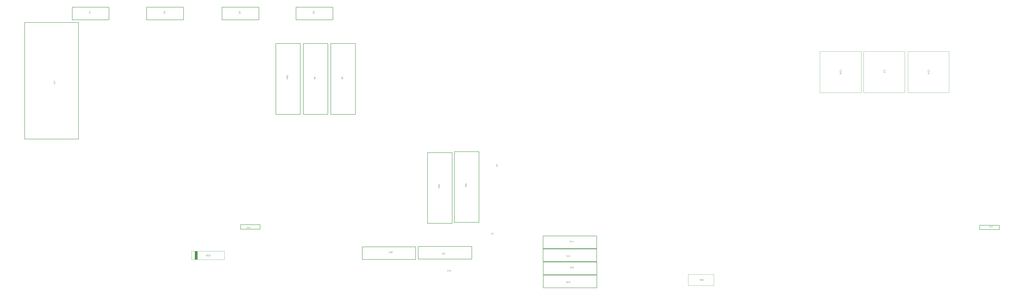
<source format=gbr>
%TF.GenerationSoftware,Altium Limited,Altium Designer,21.6.4 (81)*%
G04 Layer_Color=8388736*
%FSLAX43Y43*%
%MOMM*%
%TF.SameCoordinates,9BCA014A-4D13-4940-A32C-4131998200A9*%
%TF.FilePolarity,Positive*%
%TF.FileFunction,Other,Top_Assembly*%
%TF.Part,Single*%
G01*
G75*
%TA.AperFunction,NonConductor*%
%ADD90C,0.200*%
%ADD137C,0.100*%
%ADD145R,1.300X3.675*%
G36*
X189685Y46315D02*
X189839D01*
Y46236D01*
X189685D01*
Y45958D01*
X189613D01*
X189199Y46251D01*
Y46315D01*
X189613D01*
Y46401D01*
X189685D01*
Y46315D01*
D02*
G37*
G36*
X189664Y45906D02*
X189672Y45905D01*
X189680Y45903D01*
X189689Y45901D01*
X189699Y45899D01*
X189721Y45892D01*
X189734Y45886D01*
X189745Y45881D01*
X189757Y45874D01*
X189769Y45865D01*
X189781Y45856D01*
X189792Y45845D01*
X189793Y45844D01*
X189795Y45842D01*
X189797Y45838D01*
X189801Y45834D01*
X189806Y45828D01*
X189810Y45821D01*
X189816Y45812D01*
X189820Y45802D01*
X189826Y45792D01*
X189832Y45780D01*
X189836Y45768D01*
X189841Y45754D01*
X189844Y45739D01*
X189847Y45724D01*
X189849Y45708D01*
X189850Y45690D01*
Y45682D01*
X189849Y45677D01*
X189848Y45669D01*
X189847Y45661D01*
X189845Y45652D01*
X189844Y45641D01*
X189838Y45619D01*
X189829Y45596D01*
X189823Y45584D01*
X189817Y45573D01*
X189808Y45562D01*
X189800Y45551D01*
X189799Y45550D01*
X189797Y45548D01*
X189795Y45545D01*
X189791Y45543D01*
X189786Y45538D01*
X189780Y45533D01*
X189773Y45528D01*
X189765Y45522D01*
X189756Y45517D01*
X189746Y45511D01*
X189724Y45501D01*
X189698Y45493D01*
X189685Y45490D01*
X189670Y45488D01*
X189660Y45567D01*
X189660D01*
X189662Y45567D01*
X189666Y45568D01*
X189671Y45569D01*
X189676Y45570D01*
X189683Y45572D01*
X189697Y45577D01*
X189713Y45583D01*
X189729Y45592D01*
X189744Y45601D01*
X189757Y45612D01*
X189758Y45614D01*
X189761Y45617D01*
X189766Y45625D01*
X189770Y45634D01*
X189776Y45645D01*
X189781Y45659D01*
X189784Y45675D01*
X189785Y45691D01*
Y45697D01*
X189784Y45701D01*
X189783Y45711D01*
X189781Y45724D01*
X189776Y45739D01*
X189770Y45754D01*
X189760Y45770D01*
X189747Y45785D01*
X189746Y45787D01*
X189740Y45791D01*
X189732Y45797D01*
X189721Y45804D01*
X189707Y45812D01*
X189691Y45817D01*
X189672Y45822D01*
X189652Y45824D01*
X189651D01*
X189649D01*
X189647D01*
X189643Y45823D01*
X189633Y45822D01*
X189621Y45819D01*
X189606Y45815D01*
X189591Y45809D01*
X189576Y45800D01*
X189562Y45788D01*
X189561Y45786D01*
X189557Y45781D01*
X189551Y45774D01*
X189545Y45763D01*
X189538Y45751D01*
X189533Y45735D01*
X189529Y45717D01*
X189527Y45698D01*
Y45690D01*
X189528Y45683D01*
X189529Y45675D01*
X189531Y45665D01*
X189533Y45654D01*
X189536Y45642D01*
X189466Y45652D01*
Y45656D01*
X189467Y45660D01*
Y45672D01*
X189465Y45682D01*
X189464Y45694D01*
X189461Y45708D01*
X189456Y45724D01*
X189450Y45739D01*
X189441Y45754D01*
Y45755D01*
X189440Y45756D01*
X189437Y45761D01*
X189430Y45767D01*
X189422Y45775D01*
X189410Y45782D01*
X189396Y45788D01*
X189380Y45793D01*
X189371Y45795D01*
X189361D01*
X189360D01*
X189359D01*
X189354D01*
X189346Y45793D01*
X189336Y45791D01*
X189325Y45788D01*
X189313Y45783D01*
X189301Y45776D01*
X189290Y45765D01*
X189289Y45764D01*
X189285Y45760D01*
X189280Y45753D01*
X189275Y45745D01*
X189270Y45734D01*
X189266Y45721D01*
X189262Y45706D01*
X189261Y45690D01*
Y45682D01*
X189263Y45674D01*
X189265Y45663D01*
X189268Y45651D01*
X189273Y45639D01*
X189280Y45626D01*
X189290Y45614D01*
X189291Y45613D01*
X189295Y45609D01*
X189302Y45604D01*
X189311Y45597D01*
X189323Y45591D01*
X189338Y45584D01*
X189355Y45579D01*
X189376Y45575D01*
X189362Y45496D01*
X189361D01*
X189358Y45497D01*
X189354Y45498D01*
X189349Y45499D01*
X189342Y45501D01*
X189335Y45504D01*
X189317Y45509D01*
X189297Y45518D01*
X189277Y45530D01*
X189257Y45543D01*
X189240Y45561D01*
X189239Y45562D01*
X189238Y45564D01*
X189236Y45567D01*
X189233Y45570D01*
X189230Y45575D01*
X189226Y45581D01*
X189222Y45588D01*
X189218Y45596D01*
X189210Y45615D01*
X189203Y45636D01*
X189198Y45661D01*
X189196Y45674D01*
Y45697D01*
X189197Y45707D01*
X189199Y45719D01*
X189202Y45734D01*
X189207Y45751D01*
X189212Y45767D01*
X189219Y45784D01*
Y45785D01*
X189220Y45786D01*
X189223Y45791D01*
X189229Y45800D01*
X189235Y45809D01*
X189244Y45820D01*
X189255Y45831D01*
X189267Y45842D01*
X189280Y45851D01*
X189282Y45852D01*
X189287Y45855D01*
X189295Y45859D01*
X189305Y45863D01*
X189317Y45868D01*
X189331Y45872D01*
X189347Y45874D01*
X189363Y45875D01*
X189365D01*
X189370D01*
X189378Y45874D01*
X189388Y45873D01*
X189400Y45870D01*
X189413Y45865D01*
X189426Y45860D01*
X189439Y45852D01*
X189440Y45851D01*
X189444Y45849D01*
X189451Y45843D01*
X189458Y45836D01*
X189466Y45826D01*
X189476Y45815D01*
X189484Y45802D01*
X189492Y45787D01*
Y45788D01*
X189493Y45789D01*
X189494Y45792D01*
X189495Y45796D01*
X189499Y45806D01*
X189504Y45819D01*
X189512Y45834D01*
X189521Y45849D01*
X189533Y45862D01*
X189547Y45875D01*
X189549Y45876D01*
X189554Y45880D01*
X189563Y45886D01*
X189575Y45891D01*
X189590Y45897D01*
X189608Y45902D01*
X189628Y45906D01*
X189650Y45907D01*
X189651D01*
X189654D01*
X189659D01*
X189664Y45906D01*
D02*
G37*
G36*
X189839Y45332D02*
X189706Y45248D01*
X189705D01*
X189703Y45246D01*
X189700Y45244D01*
X189697Y45241D01*
X189686Y45235D01*
X189673Y45226D01*
X189660Y45216D01*
X189645Y45206D01*
X189631Y45196D01*
X189618Y45187D01*
X189617Y45186D01*
X189613Y45183D01*
X189608Y45178D01*
X189601Y45172D01*
X189587Y45158D01*
X189581Y45151D01*
X189575Y45143D01*
X189574Y45142D01*
X189574Y45140D01*
X189572Y45137D01*
X189569Y45131D01*
X189566Y45126D01*
X189563Y45119D01*
X189559Y45104D01*
Y45103D01*
X189558Y45102D01*
Y45098D01*
X189557Y45093D01*
X189556Y45087D01*
Y45079D01*
X189555Y45069D01*
Y44960D01*
X189839D01*
Y44875D01*
X189199D01*
Y45172D01*
X189200Y45179D01*
Y45187D01*
X189201Y45207D01*
X189204Y45227D01*
X189207Y45249D01*
X189211Y45270D01*
X189214Y45280D01*
X189217Y45288D01*
Y45289D01*
X189218Y45290D01*
X189220Y45296D01*
X189224Y45304D01*
X189231Y45314D01*
X189239Y45325D01*
X189250Y45337D01*
X189263Y45348D01*
X189278Y45359D01*
X189279D01*
X189280Y45360D01*
X189285Y45364D01*
X189294Y45368D01*
X189306Y45373D01*
X189320Y45378D01*
X189337Y45383D01*
X189354Y45385D01*
X189374Y45386D01*
X189375D01*
X189377D01*
X189380D01*
X189385Y45385D01*
X189391D01*
X189398Y45384D01*
X189414Y45381D01*
X189432Y45375D01*
X189452Y45368D01*
X189471Y45357D01*
X189480Y45349D01*
X189489Y45342D01*
X189490Y45341D01*
X189491Y45340D01*
X189494Y45337D01*
X189497Y45334D01*
X189501Y45329D01*
X189504Y45323D01*
X189509Y45316D01*
X189514Y45309D01*
X189519Y45299D01*
X189524Y45289D01*
X189529Y45278D01*
X189534Y45266D01*
X189538Y45252D01*
X189542Y45238D01*
X189545Y45223D01*
X189548Y45206D01*
X189549Y45208D01*
X189550Y45212D01*
X189554Y45217D01*
X189558Y45224D01*
X189568Y45241D01*
X189574Y45249D01*
X189580Y45257D01*
X189582Y45259D01*
X189587Y45263D01*
X189594Y45271D01*
X189603Y45280D01*
X189616Y45290D01*
X189630Y45302D01*
X189647Y45314D01*
X189665Y45327D01*
X189839Y45437D01*
Y45332D01*
D02*
G37*
G36*
X10068Y91123D02*
X10068D01*
X10066D01*
X10062D01*
X10056Y91122D01*
X10051Y91121D01*
X10044D01*
X10029Y91119D01*
X10012Y91116D01*
X9995Y91110D01*
X9981Y91105D01*
X9974Y91101D01*
X9969Y91096D01*
X9968Y91096D01*
X9965Y91092D01*
X9960Y91086D01*
X9956Y91079D01*
X9950Y91069D01*
X9946Y91058D01*
X9943Y91044D01*
X9942Y91029D01*
Y91023D01*
X9943Y91018D01*
X9944Y91010D01*
X9946Y91001D01*
X9947Y90992D01*
X9951Y90983D01*
X9956Y90973D01*
X9957Y90973D01*
X9958Y90970D01*
X9962Y90966D01*
X9966Y90961D01*
X9972Y90956D01*
X9979Y90950D01*
X9986Y90946D01*
X9995Y90942D01*
X9996D01*
X10000Y90940D01*
X10007Y90939D01*
X10015Y90937D01*
X10026Y90936D01*
X10040Y90935D01*
X10056Y90933D01*
X10076D01*
X10517D01*
Y90848D01*
X10080D01*
X10080D01*
X10077D01*
X10073D01*
X10068D01*
X10060Y90849D01*
X10053D01*
X10035Y90851D01*
X10015Y90852D01*
X9994Y90856D01*
X9974Y90862D01*
X9956Y90868D01*
X9955D01*
X9954Y90869D01*
X9948Y90872D01*
X9941Y90876D01*
X9931Y90883D01*
X9921Y90892D01*
X9909Y90902D01*
X9898Y90915D01*
X9889Y90930D01*
X9888Y90932D01*
X9885Y90937D01*
X9882Y90946D01*
X9878Y90958D01*
X9873Y90973D01*
X9870Y90989D01*
X9867Y91008D01*
X9866Y91028D01*
Y91036D01*
X9867Y91042D01*
X9868Y91049D01*
X9869Y91057D01*
X9872Y91076D01*
X9878Y91096D01*
X9886Y91118D01*
X9892Y91129D01*
X9898Y91139D01*
X9906Y91148D01*
X9914Y91157D01*
X9915Y91158D01*
X9916Y91159D01*
X9920Y91161D01*
X9923Y91164D01*
X9928Y91168D01*
X9934Y91171D01*
X9942Y91175D01*
X9950Y91180D01*
X9959Y91183D01*
X9970Y91187D01*
X9982Y91191D01*
X9995Y91194D01*
X10008Y91196D01*
X10024Y91199D01*
X10040Y91200D01*
X10057D01*
X10068Y91123D01*
D02*
G37*
G36*
X10359Y90680D02*
X10361Y90679D01*
X10362Y90675D01*
X10364Y90670D01*
X10367Y90665D01*
X10371Y90658D01*
X10380Y90643D01*
X10390Y90624D01*
X10403Y90606D01*
X10418Y90586D01*
X10434Y90567D01*
X10435Y90566D01*
X10436Y90565D01*
X10438Y90562D01*
X10441Y90558D01*
X10450Y90550D01*
X10461Y90539D01*
X10474Y90528D01*
X10489Y90516D01*
X10504Y90506D01*
X10520Y90496D01*
Y90446D01*
X9877D01*
Y90524D01*
X10377D01*
X10376Y90525D01*
X10373Y90530D01*
X10367Y90535D01*
X10361Y90545D01*
X10352Y90555D01*
X10343Y90568D01*
X10333Y90582D01*
X10323Y90599D01*
Y90600D01*
X10322Y90601D01*
X10318Y90606D01*
X10313Y90616D01*
X10308Y90627D01*
X10301Y90640D01*
X10295Y90654D01*
X10289Y90667D01*
X10283Y90681D01*
X10359D01*
Y90680D01*
D02*
G37*
G36*
X10056Y90164D02*
X10056D01*
X10054Y90164D01*
X10050Y90163D01*
X10045Y90162D01*
X10040Y90161D01*
X10033Y90159D01*
X10019Y90154D01*
X10003Y90148D01*
X9987Y90140D01*
X9972Y90130D01*
X9959Y90119D01*
X9958Y90117D01*
X9955Y90114D01*
X9950Y90106D01*
X9946Y90097D01*
X9940Y90086D01*
X9935Y90072D01*
X9932Y90056D01*
X9931Y90040D01*
Y90034D01*
X9932Y90030D01*
X9933Y90020D01*
X9935Y90007D01*
X9940Y89993D01*
X9946Y89977D01*
X9956Y89961D01*
X9969Y89946D01*
X9970Y89944D01*
X9976Y89940D01*
X9984Y89934D01*
X9995Y89927D01*
X10009Y89920D01*
X10025Y89914D01*
X10044Y89909D01*
X10064Y89907D01*
X10065D01*
X10067D01*
X10069D01*
X10073Y89908D01*
X10083Y89909D01*
X10095Y89912D01*
X10110Y89916D01*
X10125Y89922D01*
X10140Y89932D01*
X10154Y89944D01*
X10155Y89945D01*
X10159Y89950D01*
X10165Y89957D01*
X10171Y89968D01*
X10178Y89981D01*
X10183Y89996D01*
X10187Y90014D01*
X10189Y90033D01*
Y90042D01*
X10188Y90048D01*
X10187Y90056D01*
X10185Y90066D01*
X10183Y90077D01*
X10180Y90089D01*
X10250Y90079D01*
Y90075D01*
X10249Y90071D01*
Y90059D01*
X10251Y90049D01*
X10252Y90037D01*
X10255Y90023D01*
X10260Y90007D01*
X10266Y89993D01*
X10275Y89977D01*
Y89976D01*
X10276Y89975D01*
X10279Y89970D01*
X10286Y89964D01*
X10294Y89956D01*
X10306Y89949D01*
X10320Y89943D01*
X10336Y89938D01*
X10345Y89936D01*
X10355D01*
X10356D01*
X10357D01*
X10362D01*
X10370Y89938D01*
X10380Y89940D01*
X10391Y89944D01*
X10403Y89948D01*
X10415Y89956D01*
X10426Y89966D01*
X10427Y89967D01*
X10431Y89971D01*
X10436Y89978D01*
X10441Y89986D01*
X10446Y89997D01*
X10450Y90010D01*
X10454Y90025D01*
X10455Y90042D01*
Y90049D01*
X10453Y90057D01*
X10451Y90068D01*
X10448Y90080D01*
X10443Y90092D01*
X10436Y90105D01*
X10426Y90117D01*
X10425Y90118D01*
X10421Y90122D01*
X10414Y90128D01*
X10405Y90134D01*
X10393Y90140D01*
X10378Y90147D01*
X10361Y90152D01*
X10340Y90156D01*
X10354Y90235D01*
X10355D01*
X10358Y90234D01*
X10362Y90233D01*
X10367Y90232D01*
X10374Y90230D01*
X10381Y90227D01*
X10399Y90222D01*
X10419Y90213D01*
X10439Y90201D01*
X10459Y90188D01*
X10476Y90170D01*
X10477Y90169D01*
X10478Y90167D01*
X10480Y90164D01*
X10483Y90161D01*
X10486Y90156D01*
X10490Y90150D01*
X10494Y90143D01*
X10498Y90135D01*
X10506Y90116D01*
X10513Y90095D01*
X10518Y90070D01*
X10520Y90057D01*
Y90034D01*
X10519Y90024D01*
X10517Y90012D01*
X10514Y89997D01*
X10509Y89981D01*
X10504Y89964D01*
X10497Y89947D01*
Y89946D01*
X10496Y89945D01*
X10493Y89940D01*
X10487Y89932D01*
X10481Y89922D01*
X10472Y89911D01*
X10461Y89900D01*
X10449Y89889D01*
X10436Y89880D01*
X10434Y89879D01*
X10429Y89876D01*
X10421Y89872D01*
X10411Y89868D01*
X10399Y89863D01*
X10385Y89859D01*
X10369Y89857D01*
X10353Y89856D01*
X10351D01*
X10346D01*
X10338Y89857D01*
X10328Y89858D01*
X10316Y89861D01*
X10303Y89866D01*
X10290Y89871D01*
X10277Y89879D01*
X10276Y89880D01*
X10272Y89883D01*
X10265Y89888D01*
X10258Y89895D01*
X10250Y89905D01*
X10240Y89916D01*
X10232Y89929D01*
X10224Y89944D01*
Y89944D01*
X10223Y89942D01*
X10222Y89939D01*
X10221Y89935D01*
X10217Y89925D01*
X10212Y89912D01*
X10204Y89897D01*
X10195Y89883D01*
X10183Y89869D01*
X10169Y89856D01*
X10167Y89855D01*
X10162Y89851D01*
X10153Y89846D01*
X10141Y89840D01*
X10126Y89834D01*
X10108Y89829D01*
X10088Y89825D01*
X10066Y89824D01*
X10065D01*
X10062D01*
X10057D01*
X10052Y89825D01*
X10044Y89826D01*
X10036Y89828D01*
X10027Y89830D01*
X10017Y89832D01*
X9995Y89839D01*
X9982Y89845D01*
X9971Y89850D01*
X9959Y89858D01*
X9947Y89866D01*
X9935Y89875D01*
X9924Y89886D01*
X9923Y89887D01*
X9921Y89889D01*
X9919Y89893D01*
X9915Y89897D01*
X9910Y89903D01*
X9906Y89910D01*
X9900Y89919D01*
X9896Y89929D01*
X9890Y89939D01*
X9884Y89951D01*
X9880Y89963D01*
X9875Y89977D01*
X9872Y89992D01*
X9869Y90007D01*
X9867Y90023D01*
X9866Y90041D01*
Y90049D01*
X9867Y90054D01*
X9868Y90062D01*
X9869Y90070D01*
X9871Y90079D01*
X9872Y90090D01*
X9878Y90112D01*
X9887Y90135D01*
X9893Y90147D01*
X9899Y90158D01*
X9908Y90169D01*
X9916Y90180D01*
X9917Y90181D01*
X9919Y90183D01*
X9921Y90186D01*
X9925Y90189D01*
X9930Y90193D01*
X9936Y90198D01*
X9943Y90203D01*
X9951Y90209D01*
X9960Y90214D01*
X9970Y90220D01*
X9992Y90230D01*
X10018Y90238D01*
X10031Y90241D01*
X10046Y90243D01*
X10056Y90164D01*
D02*
G37*
G36*
X179754Y15549D02*
X179457D01*
X179450Y15550D01*
X179441D01*
X179422Y15551D01*
X179402Y15554D01*
X179379Y15557D01*
X179359Y15561D01*
X179349Y15564D01*
X179340Y15567D01*
X179340D01*
X179339Y15568D01*
X179333Y15570D01*
X179325Y15574D01*
X179315Y15581D01*
X179304Y15589D01*
X179292Y15600D01*
X179280Y15613D01*
X179269Y15628D01*
Y15629D01*
X179268Y15630D01*
X179265Y15635D01*
X179261Y15644D01*
X179255Y15656D01*
X179251Y15670D01*
X179246Y15687D01*
X179243Y15704D01*
X179242Y15724D01*
Y15725D01*
Y15727D01*
Y15730D01*
X179243Y15735D01*
Y15741D01*
X179244Y15748D01*
X179248Y15764D01*
X179254Y15782D01*
X179261Y15802D01*
X179272Y15821D01*
X179279Y15830D01*
X179287Y15839D01*
X179288Y15840D01*
X179289Y15841D01*
X179292Y15844D01*
X179295Y15847D01*
X179300Y15851D01*
X179305Y15854D01*
X179313Y15859D01*
X179320Y15864D01*
X179329Y15869D01*
X179340Y15874D01*
X179351Y15879D01*
X179363Y15884D01*
X179377Y15887D01*
X179390Y15892D01*
X179406Y15895D01*
X179423Y15898D01*
X179421Y15899D01*
X179417Y15900D01*
X179412Y15904D01*
X179404Y15908D01*
X179388Y15918D01*
X179379Y15924D01*
X179372Y15930D01*
X179370Y15932D01*
X179365Y15936D01*
X179358Y15944D01*
X179349Y15953D01*
X179339Y15966D01*
X179327Y15980D01*
X179315Y15997D01*
X179302Y16015D01*
X179192Y16189D01*
X179297D01*
X179381Y16056D01*
Y16055D01*
X179383Y16053D01*
X179385Y16050D01*
X179388Y16047D01*
X179394Y16036D01*
X179402Y16023D01*
X179413Y16010D01*
X179423Y15995D01*
X179433Y15981D01*
X179442Y15968D01*
X179443Y15967D01*
X179446Y15963D01*
X179451Y15958D01*
X179457Y15951D01*
X179471Y15937D01*
X179478Y15931D01*
X179486Y15925D01*
X179487Y15924D01*
X179488Y15924D01*
X179492Y15922D01*
X179498Y15919D01*
X179503Y15916D01*
X179510Y15913D01*
X179524Y15909D01*
X179525D01*
X179527Y15908D01*
X179531D01*
X179536Y15907D01*
X179542Y15906D01*
X179549D01*
X179560Y15905D01*
X179669D01*
Y16189D01*
X179754D01*
Y15549D01*
D02*
G37*
G36*
X180142Y16199D02*
X180150D01*
X180161Y16198D01*
X180172Y16196D01*
X180185Y16194D01*
X180211Y16190D01*
X180239Y16182D01*
X180267Y16172D01*
X180280Y16166D01*
X180293Y16158D01*
X180294Y16157D01*
X180296Y16157D01*
X180299Y16154D01*
X180303Y16150D01*
X180309Y16146D01*
X180315Y16141D01*
X180322Y16134D01*
X180330Y16127D01*
X180337Y16119D01*
X180346Y16110D01*
X180362Y16089D01*
X180378Y16064D01*
X180392Y16036D01*
Y16035D01*
X180394Y16033D01*
X180395Y16028D01*
X180397Y16022D01*
X180399Y16015D01*
X180402Y16006D01*
X180406Y15996D01*
X180408Y15985D01*
X180411Y15973D01*
X180415Y15959D01*
X180419Y15930D01*
X180423Y15898D01*
X180425Y15864D01*
Y15863D01*
Y15860D01*
Y15854D01*
X180424Y15848D01*
Y15839D01*
X180423Y15829D01*
X180422Y15817D01*
X180420Y15805D01*
X180416Y15778D01*
X180409Y15749D01*
X180400Y15719D01*
X180387Y15691D01*
X180386Y15690D01*
X180385Y15687D01*
X180383Y15683D01*
X180380Y15679D01*
X180376Y15672D01*
X180371Y15665D01*
X180359Y15648D01*
X180344Y15630D01*
X180325Y15611D01*
X180304Y15593D01*
X180279Y15577D01*
X180278Y15576D01*
X180275Y15575D01*
X180272Y15573D01*
X180267Y15570D01*
X180260Y15568D01*
X180252Y15565D01*
X180243Y15561D01*
X180233Y15557D01*
X180222Y15554D01*
X180210Y15550D01*
X180184Y15544D01*
X180154Y15540D01*
X180124Y15538D01*
X180114D01*
X180108Y15539D01*
X180100Y15540D01*
X180089Y15541D01*
X180079Y15542D01*
X180067Y15544D01*
X180042Y15550D01*
X180015Y15558D01*
X180001Y15564D01*
X179988Y15570D01*
X179975Y15579D01*
X179962Y15587D01*
X179961Y15588D01*
X179959Y15589D01*
X179955Y15592D01*
X179951Y15596D01*
X179946Y15601D01*
X179940Y15607D01*
X179933Y15615D01*
X179926Y15622D01*
X179918Y15631D01*
X179911Y15642D01*
X179903Y15654D01*
X179895Y15666D01*
X179889Y15679D01*
X179881Y15693D01*
X179876Y15708D01*
X179870Y15725D01*
X179953Y15744D01*
Y15743D01*
X179954Y15741D01*
X179956Y15738D01*
X179958Y15733D01*
X179960Y15728D01*
X179963Y15720D01*
X179970Y15705D01*
X179979Y15689D01*
X179990Y15672D01*
X180004Y15656D01*
X180019Y15642D01*
X180021Y15641D01*
X180027Y15637D01*
X180036Y15632D01*
X180048Y15626D01*
X180064Y15620D01*
X180081Y15615D01*
X180102Y15611D01*
X180125Y15610D01*
X180133D01*
X180137Y15611D01*
X180144D01*
X180151Y15612D01*
X180169Y15615D01*
X180188Y15618D01*
X180209Y15625D01*
X180230Y15634D01*
X180249Y15646D01*
X180250D01*
X180251Y15648D01*
X180258Y15653D01*
X180266Y15660D01*
X180276Y15671D01*
X180288Y15685D01*
X180299Y15701D01*
X180309Y15720D01*
X180319Y15741D01*
Y15742D01*
X180320Y15744D01*
X180321Y15747D01*
X180321Y15752D01*
X180323Y15757D01*
X180325Y15764D01*
X180328Y15779D01*
X180332Y15798D01*
X180335Y15818D01*
X180337Y15840D01*
X180338Y15864D01*
Y15865D01*
Y15868D01*
Y15873D01*
Y15878D01*
X180337Y15885D01*
Y15893D01*
X180336Y15902D01*
X180335Y15912D01*
X180333Y15935D01*
X180328Y15959D01*
X180322Y15983D01*
X180315Y16007D01*
Y16008D01*
X180314Y16010D01*
X180312Y16012D01*
X180310Y16017D01*
X180305Y16028D01*
X180296Y16041D01*
X180286Y16056D01*
X180273Y16071D01*
X180259Y16085D01*
X180241Y16098D01*
X180240D01*
X180238Y16099D01*
X180235Y16101D01*
X180232Y16103D01*
X180227Y16105D01*
X180222Y16108D01*
X180209Y16113D01*
X180192Y16119D01*
X180174Y16123D01*
X180153Y16127D01*
X180132Y16128D01*
X180125D01*
X180120Y16127D01*
X180113D01*
X180107Y16126D01*
X180090Y16122D01*
X180071Y16118D01*
X180051Y16110D01*
X180031Y16100D01*
X180021Y16095D01*
X180012Y16087D01*
X180011Y16086D01*
X180010Y16085D01*
X180007Y16083D01*
X180003Y16080D01*
X180000Y16075D01*
X179995Y16070D01*
X179990Y16064D01*
X179985Y16057D01*
X179979Y16048D01*
X179973Y16039D01*
X179967Y16030D01*
X179962Y16019D01*
X179957Y16007D01*
X179953Y15994D01*
X179948Y15980D01*
X179944Y15965D01*
X179859Y15986D01*
Y15987D01*
X179860Y15991D01*
X179862Y15997D01*
X179865Y16004D01*
X179867Y16012D01*
X179871Y16022D01*
X179876Y16034D01*
X179881Y16046D01*
X179894Y16071D01*
X179911Y16097D01*
X179921Y16110D01*
X179931Y16123D01*
X179942Y16134D01*
X179955Y16145D01*
X179956Y16146D01*
X179958Y16148D01*
X179963Y16150D01*
X179967Y16154D01*
X179975Y16158D01*
X179982Y16163D01*
X179992Y16168D01*
X180002Y16172D01*
X180015Y16178D01*
X180027Y16182D01*
X180041Y16187D01*
X180056Y16192D01*
X180072Y16195D01*
X180088Y16197D01*
X180106Y16199D01*
X180125Y16200D01*
X180135D01*
X180142Y16199D01*
D02*
G37*
G36*
X178924Y15689D02*
X178925Y15690D01*
X178930Y15693D01*
X178936Y15699D01*
X178945Y15705D01*
X178955Y15714D01*
X178968Y15723D01*
X178983Y15733D01*
X178999Y15743D01*
X179000D01*
X179001Y15744D01*
X179007Y15748D01*
X179016Y15753D01*
X179027Y15758D01*
X179040Y15765D01*
X179054Y15771D01*
X179068Y15777D01*
X179082Y15783D01*
Y15707D01*
X179081D01*
X179079Y15705D01*
X179075Y15704D01*
X179071Y15702D01*
X179065Y15699D01*
X179059Y15695D01*
X179043Y15686D01*
X179024Y15676D01*
X179006Y15663D01*
X178986Y15648D01*
X178967Y15632D01*
X178966Y15631D01*
X178965Y15630D01*
X178962Y15628D01*
X178959Y15625D01*
X178950Y15616D01*
X178939Y15605D01*
X178928Y15592D01*
X178916Y15577D01*
X178906Y15562D01*
X178897Y15546D01*
X178846D01*
Y16189D01*
X178924D01*
Y15689D01*
D02*
G37*
G36*
X419181Y27300D02*
X419103D01*
Y27800D01*
X419102Y27799D01*
X419097Y27796D01*
X419092Y27790D01*
X419082Y27784D01*
X419072Y27775D01*
X419059Y27766D01*
X419044Y27756D01*
X419028Y27746D01*
X419027D01*
X419026Y27745D01*
X419020Y27741D01*
X419011Y27736D01*
X419000Y27731D01*
X418987Y27724D01*
X418973Y27718D01*
X418959Y27711D01*
X418945Y27706D01*
Y27782D01*
X418946D01*
X418948Y27784D01*
X418952Y27784D01*
X418957Y27787D01*
X418962Y27790D01*
X418969Y27794D01*
X418984Y27803D01*
X419003Y27813D01*
X419021Y27826D01*
X419041Y27841D01*
X419060Y27857D01*
X419061Y27858D01*
X419062Y27858D01*
X419065Y27861D01*
X419068Y27864D01*
X419077Y27873D01*
X419088Y27884D01*
X419099Y27897D01*
X419111Y27912D01*
X419121Y27927D01*
X419130Y27943D01*
X419181D01*
Y27300D01*
D02*
G37*
G36*
X418684D02*
X418605D01*
Y27800D01*
X418604Y27799D01*
X418600Y27796D01*
X418594Y27790D01*
X418585Y27784D01*
X418575Y27775D01*
X418562Y27766D01*
X418547Y27756D01*
X418530Y27746D01*
X418529D01*
X418529Y27745D01*
X418523Y27741D01*
X418514Y27736D01*
X418503Y27731D01*
X418490Y27724D01*
X418476Y27718D01*
X418462Y27711D01*
X418448Y27706D01*
Y27782D01*
X418449D01*
X418451Y27784D01*
X418455Y27784D01*
X418459Y27787D01*
X418465Y27790D01*
X418471Y27794D01*
X418487Y27803D01*
X418505Y27813D01*
X418524Y27826D01*
X418543Y27841D01*
X418563Y27857D01*
X418564Y27858D01*
X418565Y27858D01*
X418567Y27861D01*
X418571Y27864D01*
X418579Y27873D01*
X418590Y27884D01*
X418602Y27897D01*
X418614Y27912D01*
X418624Y27927D01*
X418633Y27943D01*
X418684D01*
Y27300D01*
D02*
G37*
G36*
X418038Y27939D02*
X418056Y27938D01*
X418075Y27936D01*
X418093Y27933D01*
X418109Y27931D01*
X418110D01*
X418112Y27930D01*
X418114D01*
X418118Y27928D01*
X418128Y27925D01*
X418141Y27920D01*
X418156Y27914D01*
X418172Y27906D01*
X418187Y27896D01*
X418202Y27884D01*
X418203Y27883D01*
X418204Y27882D01*
X418207Y27880D01*
X418210Y27877D01*
X418220Y27868D01*
X418231Y27855D01*
X418243Y27839D01*
X418256Y27821D01*
X418268Y27799D01*
X418278Y27775D01*
Y27774D01*
X418279Y27772D01*
X418281Y27769D01*
X418282Y27763D01*
X418284Y27757D01*
X418286Y27749D01*
X418288Y27741D01*
X418291Y27731D01*
X418294Y27721D01*
X418296Y27709D01*
X418300Y27683D01*
X418303Y27654D01*
X418304Y27623D01*
Y27622D01*
Y27620D01*
Y27615D01*
Y27611D01*
X418303Y27604D01*
Y27597D01*
X418302Y27579D01*
X418299Y27559D01*
X418296Y27538D01*
X418292Y27515D01*
X418286Y27493D01*
Y27492D01*
X418285Y27490D01*
X418284Y27488D01*
X418283Y27484D01*
X418280Y27474D01*
X418274Y27461D01*
X418269Y27446D01*
X418261Y27431D01*
X418252Y27416D01*
X418243Y27401D01*
X418242Y27399D01*
X418238Y27394D01*
X418233Y27388D01*
X418225Y27379D01*
X418217Y27370D01*
X418207Y27361D01*
X418197Y27351D01*
X418185Y27343D01*
X418183Y27342D01*
X418179Y27339D01*
X418173Y27335D01*
X418163Y27330D01*
X418152Y27325D01*
X418139Y27320D01*
X418124Y27315D01*
X418108Y27310D01*
X418106D01*
X418103Y27309D01*
X418100Y27308D01*
X418091Y27307D01*
X418078Y27306D01*
X418063Y27304D01*
X418046Y27302D01*
X418026Y27301D01*
X418005Y27300D01*
X417775D01*
Y27940D01*
X418021D01*
X418038Y27939D01*
D02*
G37*
G36*
X181742Y8686D02*
X181750Y8685D01*
X181761Y8684D01*
X181771Y8683D01*
X181783Y8681D01*
X181808Y8675D01*
X181835Y8667D01*
X181849Y8661D01*
X181862Y8655D01*
X181875Y8646D01*
X181888Y8638D01*
X181889Y8637D01*
X181891Y8636D01*
X181895Y8633D01*
X181899Y8629D01*
X181904Y8624D01*
X181910Y8618D01*
X181917Y8610D01*
X181924Y8603D01*
X181932Y8594D01*
X181939Y8582D01*
X181947Y8571D01*
X181955Y8559D01*
X181961Y8546D01*
X181969Y8532D01*
X181974Y8517D01*
X181980Y8500D01*
X181897Y8481D01*
Y8482D01*
X181896Y8484D01*
X181894Y8487D01*
X181892Y8492D01*
X181890Y8497D01*
X181887Y8505D01*
X181880Y8520D01*
X181871Y8536D01*
X181860Y8553D01*
X181846Y8569D01*
X181831Y8582D01*
X181829Y8584D01*
X181823Y8588D01*
X181814Y8593D01*
X181802Y8599D01*
X181786Y8605D01*
X181769Y8610D01*
X181748Y8614D01*
X181725Y8615D01*
X181717D01*
X181713Y8614D01*
X181706D01*
X181699Y8613D01*
X181681Y8610D01*
X181662Y8607D01*
X181641Y8600D01*
X181620Y8591D01*
X181601Y8579D01*
X181600D01*
X181599Y8577D01*
X181592Y8572D01*
X181584Y8565D01*
X181574Y8554D01*
X181562Y8540D01*
X181551Y8524D01*
X181541Y8505D01*
X181531Y8484D01*
Y8483D01*
X181530Y8481D01*
X181529Y8478D01*
X181529Y8473D01*
X181527Y8468D01*
X181525Y8461D01*
X181522Y8446D01*
X181518Y8427D01*
X181515Y8407D01*
X181513Y8385D01*
X181512Y8361D01*
Y8360D01*
Y8357D01*
Y8352D01*
Y8347D01*
X181513Y8340D01*
Y8332D01*
X181514Y8323D01*
X181515Y8313D01*
X181517Y8290D01*
X181522Y8266D01*
X181528Y8242D01*
X181535Y8218D01*
Y8217D01*
X181536Y8215D01*
X181538Y8213D01*
X181540Y8208D01*
X181545Y8197D01*
X181553Y8184D01*
X181564Y8169D01*
X181577Y8153D01*
X181591Y8140D01*
X181609Y8127D01*
X181610D01*
X181612Y8126D01*
X181615Y8124D01*
X181618Y8122D01*
X181623Y8120D01*
X181628Y8117D01*
X181641Y8112D01*
X181658Y8106D01*
X181676Y8102D01*
X181697Y8098D01*
X181718Y8097D01*
X181725D01*
X181730Y8098D01*
X181737D01*
X181743Y8099D01*
X181760Y8103D01*
X181779Y8107D01*
X181799Y8115D01*
X181819Y8125D01*
X181829Y8130D01*
X181838Y8138D01*
X181839Y8139D01*
X181840Y8140D01*
X181843Y8142D01*
X181847Y8145D01*
X181850Y8150D01*
X181855Y8155D01*
X181860Y8161D01*
X181865Y8168D01*
X181871Y8177D01*
X181877Y8186D01*
X181883Y8195D01*
X181888Y8206D01*
X181893Y8218D01*
X181897Y8231D01*
X181902Y8245D01*
X181906Y8260D01*
X181991Y8239D01*
Y8238D01*
X181990Y8234D01*
X181988Y8228D01*
X181985Y8221D01*
X181982Y8213D01*
X181979Y8203D01*
X181974Y8191D01*
X181969Y8179D01*
X181956Y8153D01*
X181939Y8128D01*
X181929Y8115D01*
X181919Y8102D01*
X181908Y8091D01*
X181895Y8080D01*
X181894Y8079D01*
X181892Y8077D01*
X181887Y8075D01*
X181883Y8071D01*
X181875Y8067D01*
X181868Y8062D01*
X181858Y8057D01*
X181848Y8053D01*
X181835Y8047D01*
X181823Y8043D01*
X181809Y8038D01*
X181794Y8033D01*
X181778Y8030D01*
X181762Y8028D01*
X181744Y8026D01*
X181725Y8025D01*
X181715D01*
X181708Y8026D01*
X181700D01*
X181689Y8027D01*
X181678Y8029D01*
X181665Y8031D01*
X181639Y8035D01*
X181611Y8043D01*
X181583Y8053D01*
X181570Y8059D01*
X181557Y8067D01*
X181556Y8068D01*
X181554Y8068D01*
X181551Y8071D01*
X181547Y8075D01*
X181541Y8079D01*
X181535Y8084D01*
X181528Y8091D01*
X181520Y8098D01*
X181513Y8106D01*
X181505Y8115D01*
X181488Y8136D01*
X181472Y8161D01*
X181458Y8189D01*
Y8190D01*
X181456Y8192D01*
X181456Y8197D01*
X181453Y8203D01*
X181451Y8210D01*
X181448Y8219D01*
X181444Y8229D01*
X181442Y8240D01*
X181439Y8252D01*
X181435Y8266D01*
X181431Y8295D01*
X181427Y8327D01*
X181425Y8361D01*
Y8362D01*
Y8365D01*
Y8371D01*
X181426Y8377D01*
Y8386D01*
X181427Y8396D01*
X181428Y8408D01*
X181430Y8420D01*
X181434Y8447D01*
X181441Y8476D01*
X181450Y8506D01*
X181463Y8534D01*
X181464Y8535D01*
X181465Y8538D01*
X181467Y8542D01*
X181470Y8546D01*
X181474Y8553D01*
X181479Y8560D01*
X181491Y8577D01*
X181506Y8595D01*
X181525Y8614D01*
X181546Y8632D01*
X181571Y8648D01*
X181572Y8649D01*
X181575Y8650D01*
X181578Y8652D01*
X181583Y8655D01*
X181590Y8657D01*
X181598Y8660D01*
X181607Y8664D01*
X181617Y8668D01*
X181628Y8671D01*
X181640Y8675D01*
X181666Y8681D01*
X181696Y8685D01*
X181726Y8687D01*
X181736D01*
X181742Y8686D01*
D02*
G37*
G36*
X182954Y8593D02*
X182698D01*
X182664Y8420D01*
X182665Y8421D01*
X182667Y8422D01*
X182669Y8423D01*
X182674Y8426D01*
X182680Y8429D01*
X182686Y8433D01*
X182701Y8440D01*
X182719Y8448D01*
X182740Y8454D01*
X182762Y8459D01*
X182773Y8460D01*
X182793D01*
X182799Y8460D01*
X182806Y8459D01*
X182815Y8458D01*
X182824Y8456D01*
X182834Y8453D01*
X182856Y8447D01*
X182868Y8442D01*
X182880Y8435D01*
X182892Y8429D01*
X182904Y8422D01*
X182915Y8412D01*
X182926Y8402D01*
X182927Y8401D01*
X182929Y8399D01*
X182932Y8397D01*
X182936Y8392D01*
X182940Y8386D01*
X182945Y8379D01*
X182951Y8371D01*
X182956Y8362D01*
X182961Y8351D01*
X182966Y8340D01*
X182971Y8327D01*
X182975Y8314D01*
X182979Y8300D01*
X182982Y8285D01*
X182984Y8269D01*
X182985Y8252D01*
Y8252D01*
Y8249D01*
Y8244D01*
X182984Y8238D01*
X182983Y8230D01*
X182982Y8222D01*
X182980Y8212D01*
X182978Y8202D01*
X182973Y8178D01*
X182963Y8153D01*
X182958Y8140D01*
X182951Y8128D01*
X182943Y8115D01*
X182934Y8103D01*
X182933Y8102D01*
X182931Y8099D01*
X182927Y8095D01*
X182923Y8091D01*
X182916Y8085D01*
X182909Y8078D01*
X182900Y8071D01*
X182889Y8064D01*
X182878Y8056D01*
X182865Y8050D01*
X182852Y8043D01*
X182837Y8037D01*
X182821Y8032D01*
X182804Y8029D01*
X182785Y8026D01*
X182766Y8025D01*
X182757D01*
X182751Y8026D01*
X182743Y8027D01*
X182735Y8028D01*
X182725Y8029D01*
X182715Y8031D01*
X182692Y8037D01*
X182669Y8045D01*
X182656Y8051D01*
X182644Y8057D01*
X182633Y8065D01*
X182622Y8073D01*
X182621Y8074D01*
X182620Y8075D01*
X182618Y8079D01*
X182614Y8082D01*
X182609Y8087D01*
X182605Y8092D01*
X182599Y8100D01*
X182595Y8108D01*
X182589Y8117D01*
X182583Y8127D01*
X182573Y8149D01*
X182565Y8175D01*
X182562Y8189D01*
X182560Y8203D01*
X182643Y8210D01*
Y8209D01*
Y8207D01*
X182644Y8204D01*
X182644Y8200D01*
X182647Y8190D01*
X182651Y8176D01*
X182656Y8162D01*
X182664Y8146D01*
X182673Y8132D01*
X182684Y8119D01*
X182686Y8118D01*
X182690Y8115D01*
X182697Y8110D01*
X182707Y8104D01*
X182718Y8099D01*
X182732Y8094D01*
X182748Y8091D01*
X182766Y8090D01*
X182771D01*
X182775Y8091D01*
X182786Y8092D01*
X182799Y8095D01*
X182815Y8100D01*
X182830Y8107D01*
X182847Y8118D01*
X182854Y8125D01*
X182862Y8132D01*
X182863Y8133D01*
X182864Y8134D01*
X182865Y8137D01*
X182868Y8140D01*
X182875Y8150D01*
X182882Y8163D01*
X182889Y8178D01*
X182895Y8198D01*
X182900Y8221D01*
X182902Y8233D01*
Y8246D01*
Y8247D01*
Y8249D01*
Y8252D01*
X182901Y8257D01*
Y8263D01*
X182900Y8269D01*
X182897Y8284D01*
X182892Y8301D01*
X182886Y8319D01*
X182877Y8336D01*
X182864Y8351D01*
Y8352D01*
X182862Y8353D01*
X182857Y8358D01*
X182849Y8364D01*
X182838Y8372D01*
X182823Y8378D01*
X182806Y8385D01*
X182787Y8389D01*
X182776Y8391D01*
X182758D01*
X182751Y8390D01*
X182742Y8389D01*
X182730Y8386D01*
X182719Y8384D01*
X182707Y8379D01*
X182695Y8374D01*
X182694Y8373D01*
X182691Y8371D01*
X182685Y8366D01*
X182678Y8362D01*
X182670Y8355D01*
X182663Y8347D01*
X182655Y8338D01*
X182648Y8328D01*
X182574Y8338D01*
X182636Y8668D01*
X182954D01*
Y8593D01*
D02*
G37*
G36*
X182359Y8036D02*
X182280D01*
Y8536D01*
X182279Y8535D01*
X182275Y8532D01*
X182269Y8526D01*
X182260Y8520D01*
X182250Y8511D01*
X182237Y8502D01*
X182222Y8492D01*
X182205Y8482D01*
X182204D01*
X182203Y8481D01*
X182198Y8477D01*
X182189Y8472D01*
X182178Y8467D01*
X182165Y8460D01*
X182151Y8454D01*
X182137Y8448D01*
X182123Y8442D01*
Y8518D01*
X182124D01*
X182126Y8520D01*
X182130Y8521D01*
X182134Y8523D01*
X182140Y8526D01*
X182146Y8530D01*
X182162Y8539D01*
X182180Y8549D01*
X182199Y8562D01*
X182218Y8577D01*
X182238Y8593D01*
X182239Y8594D01*
X182240Y8595D01*
X182242Y8597D01*
X182246Y8600D01*
X182254Y8609D01*
X182265Y8620D01*
X182277Y8633D01*
X182289Y8648D01*
X182299Y8663D01*
X182308Y8679D01*
X182359D01*
Y8036D01*
D02*
G37*
G36*
X200792Y24836D02*
X200800Y24835D01*
X200811Y24834D01*
X200821Y24833D01*
X200833Y24830D01*
X200858Y24825D01*
X200885Y24817D01*
X200899Y24811D01*
X200912Y24805D01*
X200925Y24796D01*
X200938Y24788D01*
X200939Y24787D01*
X200941Y24786D01*
X200945Y24783D01*
X200949Y24779D01*
X200954Y24774D01*
X200960Y24768D01*
X200967Y24760D01*
X200974Y24753D01*
X200982Y24744D01*
X200989Y24733D01*
X200997Y24721D01*
X201005Y24709D01*
X201011Y24696D01*
X201019Y24682D01*
X201024Y24667D01*
X201030Y24650D01*
X200947Y24631D01*
Y24632D01*
X200946Y24634D01*
X200944Y24637D01*
X200942Y24642D01*
X200940Y24647D01*
X200937Y24655D01*
X200930Y24670D01*
X200921Y24686D01*
X200910Y24703D01*
X200896Y24719D01*
X200881Y24733D01*
X200879Y24734D01*
X200873Y24738D01*
X200864Y24743D01*
X200852Y24749D01*
X200836Y24755D01*
X200819Y24760D01*
X200798Y24764D01*
X200775Y24765D01*
X200767D01*
X200763Y24764D01*
X200756D01*
X200749Y24763D01*
X200731Y24760D01*
X200712Y24757D01*
X200691Y24750D01*
X200670Y24741D01*
X200651Y24729D01*
X200650D01*
X200649Y24727D01*
X200642Y24722D01*
X200634Y24715D01*
X200624Y24704D01*
X200612Y24690D01*
X200601Y24674D01*
X200591Y24655D01*
X200581Y24634D01*
Y24633D01*
X200580Y24631D01*
X200579Y24628D01*
X200579Y24623D01*
X200577Y24618D01*
X200575Y24611D01*
X200572Y24596D01*
X200568Y24577D01*
X200565Y24557D01*
X200563Y24535D01*
X200562Y24511D01*
Y24510D01*
Y24507D01*
Y24502D01*
Y24497D01*
X200563Y24490D01*
Y24482D01*
X200564Y24473D01*
X200565Y24463D01*
X200567Y24440D01*
X200572Y24416D01*
X200578Y24392D01*
X200585Y24368D01*
Y24367D01*
X200586Y24365D01*
X200588Y24363D01*
X200590Y24358D01*
X200595Y24347D01*
X200604Y24334D01*
X200614Y24319D01*
X200627Y24303D01*
X200641Y24290D01*
X200659Y24277D01*
X200660D01*
X200662Y24276D01*
X200665Y24274D01*
X200668Y24272D01*
X200673Y24270D01*
X200678Y24267D01*
X200691Y24262D01*
X200708Y24256D01*
X200726Y24252D01*
X200747Y24248D01*
X200768Y24247D01*
X200775D01*
X200780Y24248D01*
X200787D01*
X200793Y24249D01*
X200810Y24253D01*
X200829Y24257D01*
X200849Y24265D01*
X200869Y24275D01*
X200879Y24280D01*
X200888Y24288D01*
X200889Y24289D01*
X200890Y24290D01*
X200893Y24292D01*
X200897Y24295D01*
X200900Y24300D01*
X200905Y24305D01*
X200910Y24311D01*
X200915Y24318D01*
X200921Y24327D01*
X200927Y24336D01*
X200933Y24345D01*
X200938Y24356D01*
X200943Y24368D01*
X200947Y24381D01*
X200952Y24395D01*
X200956Y24410D01*
X201041Y24389D01*
Y24388D01*
X201040Y24384D01*
X201038Y24378D01*
X201035Y24371D01*
X201033Y24363D01*
X201029Y24353D01*
X201024Y24341D01*
X201019Y24329D01*
X201006Y24303D01*
X200989Y24278D01*
X200979Y24265D01*
X200969Y24252D01*
X200958Y24241D01*
X200945Y24230D01*
X200944Y24229D01*
X200942Y24227D01*
X200937Y24225D01*
X200933Y24221D01*
X200925Y24217D01*
X200918Y24212D01*
X200908Y24207D01*
X200898Y24203D01*
X200885Y24197D01*
X200873Y24193D01*
X200859Y24188D01*
X200844Y24183D01*
X200828Y24180D01*
X200812Y24178D01*
X200794Y24176D01*
X200775Y24175D01*
X200765D01*
X200758Y24176D01*
X200750D01*
X200739Y24177D01*
X200728Y24179D01*
X200715Y24181D01*
X200689Y24185D01*
X200661Y24193D01*
X200633Y24203D01*
X200620Y24209D01*
X200607Y24217D01*
X200606Y24218D01*
X200604Y24218D01*
X200601Y24221D01*
X200597Y24225D01*
X200591Y24229D01*
X200585Y24234D01*
X200578Y24241D01*
X200570Y24248D01*
X200563Y24256D01*
X200555Y24265D01*
X200538Y24286D01*
X200522Y24311D01*
X200508Y24339D01*
Y24340D01*
X200506Y24342D01*
X200505Y24347D01*
X200503Y24353D01*
X200501Y24360D01*
X200498Y24369D01*
X200494Y24379D01*
X200492Y24390D01*
X200489Y24402D01*
X200485Y24416D01*
X200481Y24445D01*
X200477Y24477D01*
X200475Y24511D01*
Y24512D01*
Y24515D01*
Y24521D01*
X200476Y24527D01*
Y24536D01*
X200477Y24546D01*
X200478Y24558D01*
X200480Y24570D01*
X200484Y24597D01*
X200491Y24626D01*
X200500Y24656D01*
X200513Y24684D01*
X200514Y24685D01*
X200515Y24688D01*
X200517Y24692D01*
X200520Y24696D01*
X200524Y24703D01*
X200529Y24710D01*
X200541Y24727D01*
X200556Y24745D01*
X200575Y24764D01*
X200596Y24782D01*
X200621Y24798D01*
X200622Y24799D01*
X200625Y24800D01*
X200628Y24802D01*
X200633Y24805D01*
X200640Y24807D01*
X200648Y24810D01*
X200657Y24814D01*
X200667Y24818D01*
X200678Y24821D01*
X200690Y24825D01*
X200716Y24830D01*
X200746Y24835D01*
X200776Y24837D01*
X200786D01*
X200792Y24836D01*
D02*
G37*
G36*
X201507Y24743D02*
X201251D01*
X201216Y24570D01*
X201217Y24571D01*
X201219Y24572D01*
X201222Y24573D01*
X201227Y24576D01*
X201232Y24579D01*
X201239Y24583D01*
X201253Y24590D01*
X201272Y24598D01*
X201292Y24604D01*
X201314Y24609D01*
X201326Y24610D01*
X201346D01*
X201351Y24610D01*
X201359Y24609D01*
X201367Y24608D01*
X201376Y24606D01*
X201387Y24603D01*
X201409Y24597D01*
X201421Y24592D01*
X201433Y24585D01*
X201445Y24579D01*
X201457Y24572D01*
X201468Y24562D01*
X201479Y24552D01*
X201480Y24551D01*
X201482Y24549D01*
X201485Y24547D01*
X201488Y24542D01*
X201493Y24536D01*
X201498Y24529D01*
X201503Y24521D01*
X201509Y24512D01*
X201513Y24501D01*
X201519Y24490D01*
X201523Y24477D01*
X201528Y24464D01*
X201532Y24451D01*
X201535Y24435D01*
X201536Y24419D01*
X201537Y24402D01*
Y24402D01*
Y24399D01*
Y24394D01*
X201536Y24388D01*
X201535Y24380D01*
X201535Y24372D01*
X201533Y24362D01*
X201531Y24352D01*
X201525Y24328D01*
X201516Y24303D01*
X201510Y24290D01*
X201503Y24278D01*
X201496Y24265D01*
X201486Y24253D01*
X201486Y24252D01*
X201484Y24249D01*
X201480Y24245D01*
X201475Y24241D01*
X201469Y24235D01*
X201461Y24228D01*
X201452Y24221D01*
X201442Y24214D01*
X201431Y24206D01*
X201418Y24200D01*
X201404Y24193D01*
X201389Y24187D01*
X201374Y24182D01*
X201356Y24179D01*
X201338Y24176D01*
X201318Y24175D01*
X201310D01*
X201303Y24176D01*
X201296Y24177D01*
X201288Y24178D01*
X201277Y24179D01*
X201267Y24181D01*
X201244Y24187D01*
X201221Y24195D01*
X201209Y24201D01*
X201197Y24207D01*
X201186Y24215D01*
X201175Y24223D01*
X201174Y24224D01*
X201172Y24225D01*
X201170Y24229D01*
X201167Y24232D01*
X201162Y24237D01*
X201157Y24242D01*
X201152Y24250D01*
X201147Y24258D01*
X201142Y24267D01*
X201136Y24277D01*
X201126Y24299D01*
X201118Y24325D01*
X201115Y24339D01*
X201113Y24353D01*
X201195Y24360D01*
Y24359D01*
Y24357D01*
X201196Y24354D01*
X201197Y24350D01*
X201200Y24340D01*
X201204Y24326D01*
X201209Y24312D01*
X201216Y24296D01*
X201226Y24282D01*
X201237Y24269D01*
X201239Y24268D01*
X201242Y24265D01*
X201250Y24260D01*
X201260Y24254D01*
X201271Y24249D01*
X201285Y24244D01*
X201301Y24241D01*
X201318Y24240D01*
X201324D01*
X201327Y24241D01*
X201339Y24242D01*
X201351Y24245D01*
X201367Y24250D01*
X201383Y24257D01*
X201400Y24268D01*
X201407Y24275D01*
X201414Y24282D01*
X201415Y24283D01*
X201416Y24284D01*
X201418Y24287D01*
X201421Y24290D01*
X201427Y24300D01*
X201435Y24313D01*
X201441Y24328D01*
X201448Y24348D01*
X201452Y24371D01*
X201454Y24383D01*
Y24396D01*
Y24397D01*
Y24399D01*
Y24402D01*
X201453Y24407D01*
Y24413D01*
X201452Y24419D01*
X201449Y24434D01*
X201445Y24451D01*
X201438Y24469D01*
X201429Y24486D01*
X201416Y24501D01*
Y24502D01*
X201414Y24503D01*
X201410Y24508D01*
X201401Y24514D01*
X201390Y24522D01*
X201376Y24528D01*
X201359Y24535D01*
X201339Y24539D01*
X201328Y24541D01*
X201311D01*
X201303Y24540D01*
X201294Y24539D01*
X201283Y24536D01*
X201272Y24534D01*
X201260Y24529D01*
X201248Y24524D01*
X201247Y24523D01*
X201243Y24521D01*
X201238Y24516D01*
X201230Y24512D01*
X201223Y24505D01*
X201216Y24497D01*
X201207Y24488D01*
X201201Y24478D01*
X201127Y24488D01*
X201189Y24818D01*
X201507D01*
Y24743D01*
D02*
G37*
G36*
X95500Y26835D02*
X95254D01*
X95237Y26836D01*
X95219Y26837D01*
X95200Y26839D01*
X95182Y26842D01*
X95166Y26844D01*
X95165D01*
X95163Y26845D01*
X95161D01*
X95157Y26847D01*
X95147Y26850D01*
X95134Y26855D01*
X95119Y26861D01*
X95103Y26869D01*
X95088Y26879D01*
X95073Y26891D01*
X95072Y26892D01*
X95071Y26893D01*
X95068Y26895D01*
X95065Y26898D01*
X95055Y26907D01*
X95044Y26920D01*
X95032Y26936D01*
X95019Y26954D01*
X95007Y26976D01*
X94997Y27000D01*
Y27001D01*
X94996Y27003D01*
X94994Y27006D01*
X94993Y27012D01*
X94991Y27018D01*
X94989Y27026D01*
X94987Y27034D01*
X94984Y27044D01*
X94981Y27054D01*
X94979Y27066D01*
X94975Y27092D01*
X94972Y27121D01*
X94971Y27152D01*
Y27153D01*
Y27155D01*
Y27160D01*
Y27164D01*
X94972Y27171D01*
Y27178D01*
X94973Y27196D01*
X94976Y27216D01*
X94979Y27237D01*
X94983Y27260D01*
X94989Y27282D01*
Y27283D01*
X94990Y27285D01*
X94991Y27287D01*
X94992Y27291D01*
X94995Y27301D01*
X95001Y27314D01*
X95006Y27329D01*
X95014Y27344D01*
X95023Y27359D01*
X95032Y27374D01*
X95033Y27376D01*
X95037Y27381D01*
X95042Y27387D01*
X95050Y27396D01*
X95058Y27405D01*
X95068Y27414D01*
X95078Y27424D01*
X95090Y27432D01*
X95092Y27433D01*
X95096Y27436D01*
X95102Y27440D01*
X95112Y27444D01*
X95123Y27450D01*
X95136Y27455D01*
X95151Y27460D01*
X95167Y27465D01*
X95169D01*
X95172Y27466D01*
X95175Y27467D01*
X95184Y27468D01*
X95197Y27469D01*
X95212Y27471D01*
X95229Y27473D01*
X95249Y27474D01*
X95270Y27475D01*
X95500D01*
Y26835D01*
D02*
G37*
G36*
X94898Y27474D02*
Y27470D01*
Y27465D01*
X94897Y27457D01*
X94896Y27449D01*
X94894Y27440D01*
X94893Y27431D01*
X94889Y27420D01*
Y27420D01*
X94888Y27419D01*
X94886Y27413D01*
X94882Y27405D01*
X94877Y27394D01*
X94869Y27381D01*
X94860Y27366D01*
X94850Y27351D01*
X94837Y27335D01*
Y27334D01*
X94835Y27334D01*
X94831Y27328D01*
X94822Y27320D01*
X94810Y27308D01*
X94796Y27294D01*
X94779Y27277D01*
X94758Y27259D01*
X94734Y27239D01*
X94734Y27238D01*
X94730Y27236D01*
X94724Y27231D01*
X94718Y27225D01*
X94710Y27218D01*
X94699Y27210D01*
X94689Y27200D01*
X94677Y27190D01*
X94654Y27168D01*
X94631Y27146D01*
X94620Y27135D01*
X94610Y27124D01*
X94600Y27114D01*
X94593Y27103D01*
Y27102D01*
X94591Y27101D01*
X94589Y27099D01*
X94587Y27095D01*
X94581Y27085D01*
X94574Y27073D01*
X94567Y27058D01*
X94561Y27042D01*
X94557Y27025D01*
X94555Y27008D01*
Y27007D01*
Y27006D01*
X94556Y27001D01*
X94557Y26991D01*
X94560Y26981D01*
X94563Y26968D01*
X94570Y26955D01*
X94578Y26942D01*
X94589Y26930D01*
X94591Y26928D01*
X94596Y26924D01*
X94602Y26919D01*
X94612Y26913D01*
X94625Y26907D01*
X94640Y26902D01*
X94658Y26898D01*
X94677Y26897D01*
X94683D01*
X94686Y26898D01*
X94697Y26899D01*
X94710Y26902D01*
X94724Y26905D01*
X94740Y26912D01*
X94755Y26920D01*
X94769Y26931D01*
X94771Y26933D01*
X94774Y26938D01*
X94780Y26945D01*
X94785Y26956D01*
X94792Y26969D01*
X94797Y26986D01*
X94801Y27004D01*
X94803Y27026D01*
X94883Y27017D01*
Y27016D01*
X94882Y27014D01*
Y27009D01*
X94881Y27003D01*
X94880Y26995D01*
X94878Y26987D01*
X94875Y26977D01*
X94872Y26966D01*
X94865Y26944D01*
X94854Y26922D01*
X94847Y26911D01*
X94839Y26900D01*
X94831Y26890D01*
X94821Y26881D01*
X94820Y26880D01*
X94819Y26879D01*
X94816Y26876D01*
X94811Y26873D01*
X94806Y26869D01*
X94799Y26866D01*
X94792Y26861D01*
X94783Y26856D01*
X94772Y26852D01*
X94761Y26847D01*
X94749Y26844D01*
X94736Y26840D01*
X94722Y26837D01*
X94708Y26834D01*
X94692Y26833D01*
X94675Y26832D01*
X94666D01*
X94660Y26833D01*
X94652Y26834D01*
X94643Y26835D01*
X94633Y26837D01*
X94623Y26839D01*
X94599Y26845D01*
X94575Y26855D01*
X94562Y26860D01*
X94550Y26867D01*
X94539Y26875D01*
X94529Y26884D01*
X94528Y26885D01*
X94526Y26886D01*
X94525Y26890D01*
X94521Y26893D01*
X94516Y26898D01*
X94512Y26905D01*
X94507Y26911D01*
X94501Y26919D01*
X94492Y26937D01*
X94483Y26959D01*
X94479Y26970D01*
X94477Y26983D01*
X94476Y26996D01*
X94475Y27010D01*
Y27012D01*
Y27016D01*
X94476Y27024D01*
X94477Y27034D01*
X94478Y27045D01*
X94482Y27058D01*
X94486Y27072D01*
X94491Y27086D01*
X94492Y27088D01*
X94494Y27092D01*
X94498Y27100D01*
X94503Y27110D01*
X94511Y27121D01*
X94520Y27135D01*
X94531Y27149D01*
X94544Y27164D01*
X94546Y27166D01*
X94550Y27172D01*
X94555Y27176D01*
X94560Y27181D01*
X94565Y27187D01*
X94573Y27194D01*
X94580Y27201D01*
X94589Y27210D01*
X94599Y27219D01*
X94610Y27229D01*
X94622Y27239D01*
X94635Y27251D01*
X94649Y27263D01*
X94664Y27276D01*
X94665Y27277D01*
X94667Y27279D01*
X94671Y27282D01*
X94675Y27285D01*
X94681Y27291D01*
X94687Y27297D01*
X94702Y27309D01*
X94718Y27322D01*
X94733Y27336D01*
X94746Y27348D01*
X94751Y27353D01*
X94756Y27358D01*
X94757Y27359D01*
X94759Y27361D01*
X94763Y27365D01*
X94768Y27371D01*
X94772Y27377D01*
X94778Y27383D01*
X94789Y27399D01*
X94474D01*
Y27475D01*
X94898D01*
Y27474D01*
D02*
G37*
G36*
X94401D02*
Y27470D01*
Y27465D01*
X94400Y27457D01*
X94399Y27449D01*
X94397Y27440D01*
X94395Y27431D01*
X94391Y27420D01*
Y27420D01*
X94391Y27419D01*
X94389Y27413D01*
X94385Y27405D01*
X94379Y27394D01*
X94372Y27381D01*
X94363Y27366D01*
X94353Y27351D01*
X94340Y27335D01*
Y27334D01*
X94338Y27334D01*
X94333Y27328D01*
X94325Y27320D01*
X94313Y27308D01*
X94299Y27294D01*
X94281Y27277D01*
X94260Y27259D01*
X94237Y27239D01*
X94236Y27238D01*
X94232Y27236D01*
X94227Y27231D01*
X94220Y27225D01*
X94212Y27218D01*
X94202Y27210D01*
X94192Y27200D01*
X94180Y27190D01*
X94157Y27168D01*
X94133Y27146D01*
X94122Y27135D01*
X94112Y27124D01*
X94103Y27114D01*
X94096Y27103D01*
Y27102D01*
X94094Y27101D01*
X94092Y27099D01*
X94090Y27095D01*
X94084Y27085D01*
X94076Y27073D01*
X94070Y27058D01*
X94063Y27042D01*
X94060Y27025D01*
X94058Y27008D01*
Y27007D01*
Y27006D01*
X94059Y27001D01*
X94060Y26991D01*
X94062Y26981D01*
X94066Y26968D01*
X94072Y26955D01*
X94081Y26942D01*
X94092Y26930D01*
X94094Y26928D01*
X94098Y26924D01*
X94105Y26919D01*
X94115Y26913D01*
X94128Y26907D01*
X94143Y26902D01*
X94160Y26898D01*
X94180Y26897D01*
X94185D01*
X94189Y26898D01*
X94200Y26899D01*
X94213Y26902D01*
X94227Y26905D01*
X94243Y26912D01*
X94257Y26920D01*
X94271Y26931D01*
X94273Y26933D01*
X94277Y26938D01*
X94282Y26945D01*
X94288Y26956D01*
X94294Y26969D01*
X94300Y26986D01*
X94304Y27004D01*
X94305Y27026D01*
X94386Y27017D01*
Y27016D01*
X94385Y27014D01*
Y27009D01*
X94384Y27003D01*
X94382Y26995D01*
X94380Y26987D01*
X94378Y26977D01*
X94375Y26966D01*
X94367Y26944D01*
X94356Y26922D01*
X94350Y26911D01*
X94342Y26900D01*
X94333Y26890D01*
X94324Y26881D01*
X94323Y26880D01*
X94321Y26879D01*
X94318Y26876D01*
X94314Y26873D01*
X94308Y26869D01*
X94302Y26866D01*
X94294Y26861D01*
X94285Y26856D01*
X94275Y26852D01*
X94264Y26847D01*
X94252Y26844D01*
X94239Y26840D01*
X94225Y26837D01*
X94210Y26834D01*
X94195Y26833D01*
X94178Y26832D01*
X94169D01*
X94162Y26833D01*
X94155Y26834D01*
X94146Y26835D01*
X94135Y26837D01*
X94125Y26839D01*
X94101Y26845D01*
X94077Y26855D01*
X94065Y26860D01*
X94053Y26867D01*
X94042Y26875D01*
X94032Y26884D01*
X94031Y26885D01*
X94029Y26886D01*
X94027Y26890D01*
X94023Y26893D01*
X94019Y26898D01*
X94014Y26905D01*
X94010Y26911D01*
X94004Y26919D01*
X93995Y26937D01*
X93986Y26959D01*
X93982Y26970D01*
X93980Y26983D01*
X93978Y26996D01*
X93977Y27010D01*
Y27012D01*
Y27016D01*
X93978Y27024D01*
X93979Y27034D01*
X93981Y27045D01*
X93985Y27058D01*
X93988Y27072D01*
X93994Y27086D01*
X93995Y27088D01*
X93997Y27092D01*
X94000Y27100D01*
X94006Y27110D01*
X94013Y27121D01*
X94023Y27135D01*
X94034Y27149D01*
X94047Y27164D01*
X94048Y27166D01*
X94053Y27172D01*
X94058Y27176D01*
X94062Y27181D01*
X94068Y27187D01*
X94075Y27194D01*
X94083Y27201D01*
X94092Y27210D01*
X94101Y27219D01*
X94112Y27229D01*
X94124Y27239D01*
X94137Y27251D01*
X94152Y27263D01*
X94167Y27276D01*
X94168Y27277D01*
X94170Y27279D01*
X94173Y27282D01*
X94178Y27285D01*
X94183Y27291D01*
X94190Y27297D01*
X94205Y27309D01*
X94220Y27322D01*
X94235Y27336D01*
X94248Y27348D01*
X94254Y27353D01*
X94258Y27358D01*
X94259Y27359D01*
X94262Y27361D01*
X94266Y27365D01*
X94270Y27371D01*
X94275Y27377D01*
X94281Y27383D01*
X94292Y27399D01*
X93976D01*
Y27475D01*
X94401D01*
Y27474D01*
D02*
G37*
G36*
X156292Y16711D02*
X156300Y16710D01*
X156311Y16709D01*
X156321Y16708D01*
X156333Y16705D01*
X156358Y16700D01*
X156385Y16692D01*
X156399Y16686D01*
X156412Y16680D01*
X156425Y16671D01*
X156438Y16663D01*
X156439Y16662D01*
X156441Y16661D01*
X156445Y16658D01*
X156449Y16654D01*
X156454Y16649D01*
X156460Y16643D01*
X156467Y16635D01*
X156474Y16628D01*
X156482Y16619D01*
X156489Y16608D01*
X156497Y16596D01*
X156505Y16584D01*
X156511Y16571D01*
X156519Y16557D01*
X156524Y16542D01*
X156530Y16525D01*
X156447Y16506D01*
Y16507D01*
X156446Y16509D01*
X156444Y16512D01*
X156442Y16517D01*
X156440Y16522D01*
X156437Y16530D01*
X156430Y16545D01*
X156421Y16561D01*
X156410Y16578D01*
X156396Y16594D01*
X156381Y16608D01*
X156379Y16609D01*
X156373Y16613D01*
X156364Y16618D01*
X156352Y16624D01*
X156336Y16630D01*
X156319Y16635D01*
X156298Y16639D01*
X156275Y16640D01*
X156267D01*
X156263Y16639D01*
X156256D01*
X156249Y16638D01*
X156231Y16635D01*
X156212Y16632D01*
X156191Y16625D01*
X156170Y16616D01*
X156151Y16604D01*
X156150D01*
X156149Y16602D01*
X156142Y16597D01*
X156134Y16590D01*
X156124Y16579D01*
X156112Y16565D01*
X156101Y16549D01*
X156091Y16530D01*
X156081Y16509D01*
Y16508D01*
X156080Y16506D01*
X156079Y16503D01*
X156079Y16498D01*
X156077Y16493D01*
X156075Y16486D01*
X156072Y16471D01*
X156068Y16452D01*
X156065Y16432D01*
X156063Y16410D01*
X156062Y16386D01*
Y16385D01*
Y16382D01*
Y16377D01*
Y16372D01*
X156063Y16365D01*
Y16357D01*
X156064Y16348D01*
X156065Y16338D01*
X156067Y16315D01*
X156072Y16291D01*
X156078Y16267D01*
X156085Y16243D01*
Y16242D01*
X156086Y16240D01*
X156088Y16238D01*
X156090Y16233D01*
X156095Y16222D01*
X156104Y16209D01*
X156114Y16194D01*
X156127Y16178D01*
X156141Y16165D01*
X156159Y16152D01*
X156160D01*
X156162Y16151D01*
X156165Y16149D01*
X156168Y16147D01*
X156173Y16145D01*
X156178Y16142D01*
X156191Y16137D01*
X156208Y16131D01*
X156226Y16127D01*
X156247Y16123D01*
X156268Y16122D01*
X156275D01*
X156280Y16123D01*
X156287D01*
X156293Y16124D01*
X156310Y16128D01*
X156329Y16132D01*
X156349Y16140D01*
X156369Y16150D01*
X156379Y16155D01*
X156388Y16163D01*
X156389Y16164D01*
X156390Y16165D01*
X156393Y16167D01*
X156397Y16170D01*
X156400Y16175D01*
X156405Y16180D01*
X156410Y16186D01*
X156415Y16193D01*
X156421Y16202D01*
X156427Y16211D01*
X156433Y16220D01*
X156438Y16231D01*
X156443Y16243D01*
X156447Y16256D01*
X156452Y16270D01*
X156456Y16285D01*
X156541Y16264D01*
Y16263D01*
X156540Y16259D01*
X156538Y16253D01*
X156535Y16246D01*
X156533Y16238D01*
X156529Y16228D01*
X156524Y16216D01*
X156519Y16204D01*
X156506Y16178D01*
X156489Y16153D01*
X156479Y16140D01*
X156469Y16127D01*
X156458Y16116D01*
X156445Y16105D01*
X156444Y16104D01*
X156442Y16102D01*
X156437Y16100D01*
X156433Y16096D01*
X156425Y16092D01*
X156418Y16087D01*
X156408Y16082D01*
X156398Y16078D01*
X156385Y16072D01*
X156373Y16068D01*
X156359Y16063D01*
X156344Y16058D01*
X156328Y16055D01*
X156312Y16053D01*
X156294Y16051D01*
X156275Y16050D01*
X156265D01*
X156258Y16051D01*
X156250D01*
X156239Y16052D01*
X156228Y16054D01*
X156215Y16056D01*
X156189Y16060D01*
X156161Y16068D01*
X156133Y16078D01*
X156120Y16084D01*
X156107Y16092D01*
X156106Y16093D01*
X156104Y16093D01*
X156101Y16096D01*
X156097Y16100D01*
X156091Y16104D01*
X156085Y16109D01*
X156078Y16116D01*
X156070Y16123D01*
X156063Y16131D01*
X156055Y16140D01*
X156038Y16161D01*
X156022Y16186D01*
X156008Y16214D01*
Y16215D01*
X156006Y16217D01*
X156005Y16222D01*
X156003Y16228D01*
X156001Y16235D01*
X155998Y16244D01*
X155994Y16254D01*
X155992Y16265D01*
X155989Y16277D01*
X155985Y16291D01*
X155981Y16320D01*
X155977Y16352D01*
X155975Y16386D01*
Y16387D01*
Y16390D01*
Y16396D01*
X155976Y16402D01*
Y16411D01*
X155977Y16421D01*
X155978Y16433D01*
X155980Y16445D01*
X155984Y16472D01*
X155991Y16501D01*
X156000Y16531D01*
X156013Y16559D01*
X156014Y16560D01*
X156015Y16563D01*
X156017Y16567D01*
X156020Y16571D01*
X156024Y16578D01*
X156029Y16585D01*
X156041Y16602D01*
X156056Y16620D01*
X156075Y16639D01*
X156096Y16657D01*
X156121Y16673D01*
X156122Y16674D01*
X156125Y16675D01*
X156128Y16677D01*
X156133Y16680D01*
X156140Y16682D01*
X156148Y16685D01*
X156157Y16689D01*
X156167Y16693D01*
X156178Y16696D01*
X156190Y16700D01*
X156216Y16705D01*
X156246Y16710D01*
X156276Y16712D01*
X156286D01*
X156292Y16711D01*
D02*
G37*
G36*
X157486Y16703D02*
X157493Y16702D01*
X157502Y16701D01*
X157513Y16699D01*
X157523Y16697D01*
X157547Y16691D01*
X157571Y16681D01*
X157583Y16676D01*
X157595Y16669D01*
X157606Y16661D01*
X157616Y16652D01*
X157617Y16651D01*
X157619Y16650D01*
X157621Y16646D01*
X157624Y16643D01*
X157629Y16638D01*
X157634Y16632D01*
X157638Y16625D01*
X157644Y16617D01*
X157653Y16599D01*
X157662Y16577D01*
X157666Y16566D01*
X157668Y16553D01*
X157670Y16540D01*
X157671Y16526D01*
Y16524D01*
Y16520D01*
X157670Y16512D01*
X157669Y16502D01*
X157667Y16491D01*
X157663Y16478D01*
X157660Y16464D01*
X157654Y16450D01*
X157653Y16448D01*
X157651Y16444D01*
X157648Y16436D01*
X157642Y16426D01*
X157635Y16415D01*
X157625Y16401D01*
X157614Y16387D01*
X157601Y16372D01*
X157599Y16370D01*
X157595Y16364D01*
X157590Y16360D01*
X157586Y16355D01*
X157580Y16350D01*
X157573Y16342D01*
X157565Y16335D01*
X157556Y16326D01*
X157547Y16317D01*
X157536Y16307D01*
X157524Y16297D01*
X157511Y16285D01*
X157496Y16273D01*
X157481Y16260D01*
X157480Y16259D01*
X157478Y16257D01*
X157475Y16254D01*
X157470Y16251D01*
X157464Y16245D01*
X157458Y16240D01*
X157443Y16228D01*
X157427Y16214D01*
X157413Y16200D01*
X157400Y16188D01*
X157394Y16183D01*
X157390Y16178D01*
X157389Y16178D01*
X157386Y16175D01*
X157382Y16171D01*
X157378Y16166D01*
X157373Y16159D01*
X157367Y16153D01*
X157356Y16137D01*
X157672D01*
Y16061D01*
X157247D01*
Y16062D01*
Y16066D01*
Y16071D01*
X157248Y16079D01*
X157249Y16087D01*
X157251Y16096D01*
X157253Y16105D01*
X157256Y16116D01*
Y16117D01*
X157257Y16117D01*
X157259Y16123D01*
X157263Y16131D01*
X157268Y16142D01*
X157276Y16155D01*
X157285Y16170D01*
X157295Y16185D01*
X157308Y16201D01*
Y16202D01*
X157310Y16203D01*
X157315Y16208D01*
X157323Y16216D01*
X157335Y16228D01*
X157349Y16242D01*
X157366Y16259D01*
X157388Y16277D01*
X157411Y16297D01*
X157412Y16298D01*
X157415Y16301D01*
X157421Y16305D01*
X157427Y16311D01*
X157436Y16318D01*
X157446Y16326D01*
X157456Y16336D01*
X157468Y16346D01*
X157491Y16368D01*
X157514Y16390D01*
X157525Y16401D01*
X157536Y16412D01*
X157545Y16423D01*
X157552Y16433D01*
Y16434D01*
X157554Y16435D01*
X157556Y16437D01*
X157558Y16441D01*
X157564Y16451D01*
X157572Y16463D01*
X157578Y16478D01*
X157585Y16494D01*
X157588Y16511D01*
X157590Y16528D01*
Y16529D01*
Y16530D01*
X157589Y16535D01*
X157588Y16545D01*
X157586Y16555D01*
X157582Y16568D01*
X157575Y16581D01*
X157567Y16594D01*
X157556Y16607D01*
X157554Y16608D01*
X157550Y16612D01*
X157543Y16617D01*
X157533Y16623D01*
X157520Y16629D01*
X157505Y16634D01*
X157488Y16638D01*
X157468Y16639D01*
X157463D01*
X157459Y16638D01*
X157448Y16637D01*
X157435Y16634D01*
X157421Y16631D01*
X157405Y16624D01*
X157390Y16616D01*
X157377Y16605D01*
X157375Y16603D01*
X157371Y16598D01*
X157366Y16591D01*
X157360Y16580D01*
X157354Y16567D01*
X157348Y16550D01*
X157344Y16532D01*
X157342Y16510D01*
X157262Y16519D01*
Y16520D01*
X157263Y16522D01*
Y16527D01*
X157264Y16534D01*
X157266Y16541D01*
X157268Y16549D01*
X157270Y16559D01*
X157273Y16570D01*
X157280Y16592D01*
X157292Y16614D01*
X157298Y16625D01*
X157306Y16636D01*
X157315Y16646D01*
X157324Y16656D01*
X157325Y16656D01*
X157327Y16657D01*
X157329Y16660D01*
X157334Y16663D01*
X157340Y16667D01*
X157346Y16670D01*
X157354Y16675D01*
X157363Y16680D01*
X157373Y16684D01*
X157384Y16689D01*
X157396Y16693D01*
X157409Y16696D01*
X157423Y16699D01*
X157438Y16702D01*
X157453Y16703D01*
X157470Y16704D01*
X157479D01*
X157486Y16703D01*
D02*
G37*
G36*
X156950Y16700D02*
X156959D01*
X156978Y16699D01*
X156998Y16696D01*
X157021Y16693D01*
X157041Y16689D01*
X157051Y16686D01*
X157059Y16683D01*
X157060D01*
X157061Y16682D01*
X157067Y16680D01*
X157075Y16676D01*
X157085Y16669D01*
X157096Y16661D01*
X157109Y16650D01*
X157120Y16637D01*
X157131Y16622D01*
Y16621D01*
X157132Y16620D01*
X157135Y16615D01*
X157139Y16606D01*
X157145Y16594D01*
X157149Y16580D01*
X157154Y16563D01*
X157157Y16546D01*
X157158Y16526D01*
Y16525D01*
Y16523D01*
Y16520D01*
X157157Y16515D01*
Y16509D01*
X157156Y16502D01*
X157152Y16486D01*
X157146Y16468D01*
X157139Y16448D01*
X157128Y16429D01*
X157121Y16420D01*
X157113Y16411D01*
X157112Y16410D01*
X157111Y16409D01*
X157109Y16406D01*
X157105Y16403D01*
X157100Y16399D01*
X157095Y16396D01*
X157087Y16391D01*
X157080Y16386D01*
X157071Y16381D01*
X157060Y16376D01*
X157049Y16371D01*
X157037Y16366D01*
X157023Y16362D01*
X157010Y16358D01*
X156994Y16355D01*
X156977Y16352D01*
X156979Y16351D01*
X156983Y16350D01*
X156988Y16346D01*
X156996Y16342D01*
X157012Y16332D01*
X157021Y16326D01*
X157028Y16320D01*
X157030Y16318D01*
X157035Y16313D01*
X157042Y16306D01*
X157051Y16297D01*
X157061Y16284D01*
X157073Y16270D01*
X157085Y16253D01*
X157098Y16235D01*
X157208Y16061D01*
X157103D01*
X157019Y16194D01*
Y16195D01*
X157017Y16197D01*
X157015Y16200D01*
X157012Y16203D01*
X157006Y16214D01*
X156998Y16227D01*
X156987Y16240D01*
X156977Y16255D01*
X156967Y16269D01*
X156958Y16282D01*
X156957Y16283D01*
X156954Y16287D01*
X156949Y16292D01*
X156943Y16299D01*
X156929Y16313D01*
X156922Y16319D01*
X156914Y16325D01*
X156913Y16326D01*
X156912Y16326D01*
X156908Y16328D01*
X156902Y16331D01*
X156897Y16334D01*
X156890Y16337D01*
X156876Y16341D01*
X156875D01*
X156873Y16342D01*
X156869D01*
X156864Y16343D01*
X156858Y16344D01*
X156851D01*
X156840Y16345D01*
X156731D01*
Y16061D01*
X156646D01*
Y16701D01*
X156943D01*
X156950Y16700D01*
D02*
G37*
G36*
X236200Y21453D02*
X236212Y21451D01*
X236227Y21448D01*
X236244Y21443D01*
X236261Y21438D01*
X236277Y21431D01*
X236278D01*
X236279Y21430D01*
X236285Y21427D01*
X236293Y21421D01*
X236302Y21415D01*
X236313Y21406D01*
X236324Y21395D01*
X236335Y21383D01*
X236345Y21370D01*
X236346Y21368D01*
X236348Y21363D01*
X236352Y21355D01*
X236357Y21345D01*
X236361Y21333D01*
X236365Y21319D01*
X236368Y21303D01*
X236369Y21287D01*
Y21285D01*
Y21280D01*
X236368Y21272D01*
X236366Y21262D01*
X236363Y21250D01*
X236359Y21237D01*
X236353Y21224D01*
X236346Y21211D01*
X236345Y21210D01*
X236342Y21206D01*
X236336Y21199D01*
X236329Y21192D01*
X236320Y21184D01*
X236309Y21174D01*
X236296Y21166D01*
X236280Y21158D01*
X236281D01*
X236283Y21157D01*
X236285Y21156D01*
X236289Y21155D01*
X236299Y21151D01*
X236312Y21146D01*
X236327Y21138D01*
X236342Y21129D01*
X236356Y21117D01*
X236369Y21103D01*
X236370Y21101D01*
X236373Y21096D01*
X236379Y21087D01*
X236384Y21075D01*
X236390Y21060D01*
X236396Y21042D01*
X236399Y21022D01*
X236400Y21000D01*
Y20999D01*
Y20996D01*
Y20991D01*
X236399Y20986D01*
X236398Y20978D01*
X236396Y20970D01*
X236395Y20961D01*
X236393Y20951D01*
X236385Y20928D01*
X236380Y20916D01*
X236374Y20905D01*
X236367Y20893D01*
X236359Y20881D01*
X236349Y20869D01*
X236338Y20858D01*
X236337Y20857D01*
X236335Y20855D01*
X236332Y20853D01*
X236327Y20849D01*
X236322Y20844D01*
X236314Y20840D01*
X236306Y20834D01*
X236296Y20830D01*
X236285Y20824D01*
X236273Y20818D01*
X236261Y20814D01*
X236248Y20809D01*
X236233Y20806D01*
X236217Y20803D01*
X236201Y20801D01*
X236184Y20800D01*
X236175D01*
X236170Y20801D01*
X236163Y20802D01*
X236154Y20803D01*
X236145Y20805D01*
X236135Y20806D01*
X236113Y20812D01*
X236089Y20821D01*
X236077Y20827D01*
X236066Y20833D01*
X236055Y20842D01*
X236044Y20850D01*
X236043Y20851D01*
X236041Y20853D01*
X236039Y20855D01*
X236036Y20859D01*
X236031Y20864D01*
X236027Y20870D01*
X236021Y20877D01*
X236016Y20885D01*
X236010Y20894D01*
X236004Y20904D01*
X235994Y20926D01*
X235986Y20952D01*
X235983Y20965D01*
X235981Y20980D01*
X236060Y20990D01*
Y20990D01*
X236061Y20988D01*
X236062Y20984D01*
X236063Y20979D01*
X236064Y20974D01*
X236065Y20967D01*
X236070Y20953D01*
X236077Y20937D01*
X236085Y20921D01*
X236094Y20906D01*
X236105Y20893D01*
X236107Y20892D01*
X236111Y20889D01*
X236118Y20884D01*
X236127Y20879D01*
X236138Y20874D01*
X236152Y20869D01*
X236168Y20866D01*
X236185Y20865D01*
X236190D01*
X236194Y20866D01*
X236204Y20867D01*
X236217Y20869D01*
X236232Y20874D01*
X236248Y20880D01*
X236263Y20890D01*
X236278Y20903D01*
X236280Y20904D01*
X236285Y20910D01*
X236290Y20918D01*
X236298Y20929D01*
X236305Y20943D01*
X236310Y20959D01*
X236315Y20978D01*
X236317Y20998D01*
Y20999D01*
Y21001D01*
Y21003D01*
X236316Y21007D01*
X236315Y21017D01*
X236312Y21029D01*
X236309Y21044D01*
X236302Y21059D01*
X236293Y21074D01*
X236281Y21088D01*
X236279Y21089D01*
X236274Y21093D01*
X236267Y21099D01*
X236257Y21105D01*
X236244Y21112D01*
X236228Y21117D01*
X236211Y21121D01*
X236191Y21123D01*
X236183D01*
X236176Y21122D01*
X236168Y21121D01*
X236159Y21119D01*
X236148Y21117D01*
X236136Y21114D01*
X236145Y21184D01*
X236150D01*
X236153Y21183D01*
X236165D01*
X236175Y21185D01*
X236187Y21186D01*
X236201Y21189D01*
X236217Y21194D01*
X236232Y21200D01*
X236248Y21209D01*
X236249D01*
X236249Y21210D01*
X236254Y21213D01*
X236261Y21220D01*
X236268Y21228D01*
X236275Y21240D01*
X236282Y21254D01*
X236286Y21270D01*
X236288Y21279D01*
Y21289D01*
Y21290D01*
Y21291D01*
Y21296D01*
X236286Y21304D01*
X236285Y21314D01*
X236281Y21325D01*
X236276Y21337D01*
X236269Y21349D01*
X236259Y21360D01*
X236258Y21361D01*
X236253Y21365D01*
X236247Y21370D01*
X236238Y21375D01*
X236227Y21380D01*
X236214Y21384D01*
X236199Y21388D01*
X236183Y21389D01*
X236175D01*
X236167Y21387D01*
X236156Y21385D01*
X236144Y21382D01*
X236132Y21377D01*
X236119Y21370D01*
X236107Y21360D01*
X236106Y21359D01*
X236102Y21355D01*
X236097Y21348D01*
X236090Y21339D01*
X236084Y21327D01*
X236077Y21312D01*
X236072Y21295D01*
X236068Y21274D01*
X235990Y21288D01*
Y21289D01*
X235991Y21292D01*
X235991Y21296D01*
X235992Y21301D01*
X235994Y21308D01*
X235997Y21315D01*
X236003Y21333D01*
X236012Y21353D01*
X236023Y21373D01*
X236037Y21393D01*
X236054Y21410D01*
X236055Y21411D01*
X236057Y21412D01*
X236060Y21414D01*
X236064Y21417D01*
X236068Y21420D01*
X236075Y21424D01*
X236081Y21428D01*
X236089Y21432D01*
X236108Y21440D01*
X236129Y21447D01*
X236154Y21452D01*
X236167Y21454D01*
X236190D01*
X236200Y21453D01*
D02*
G37*
G36*
X235779Y20811D02*
X235700D01*
Y21311D01*
X235699Y21310D01*
X235695Y21307D01*
X235689Y21301D01*
X235680Y21295D01*
X235670Y21286D01*
X235657Y21277D01*
X235642Y21267D01*
X235625Y21257D01*
X235624D01*
X235624Y21256D01*
X235618Y21252D01*
X235609Y21247D01*
X235598Y21242D01*
X235585Y21235D01*
X235571Y21229D01*
X235557Y21223D01*
X235543Y21217D01*
Y21293D01*
X235544D01*
X235546Y21295D01*
X235550Y21296D01*
X235554Y21298D01*
X235560Y21301D01*
X235566Y21305D01*
X235582Y21314D01*
X235600Y21324D01*
X235619Y21337D01*
X235638Y21352D01*
X235658Y21368D01*
X235659Y21369D01*
X235660Y21370D01*
X235662Y21372D01*
X235666Y21375D01*
X235674Y21384D01*
X235685Y21395D01*
X235697Y21408D01*
X235709Y21423D01*
X235719Y21438D01*
X235728Y21454D01*
X235779D01*
Y20811D01*
D02*
G37*
G36*
X235133Y21450D02*
X235151Y21449D01*
X235170Y21447D01*
X235188Y21444D01*
X235204Y21442D01*
X235205D01*
X235207Y21441D01*
X235209D01*
X235213Y21439D01*
X235223Y21436D01*
X235236Y21431D01*
X235251Y21425D01*
X235267Y21417D01*
X235282Y21407D01*
X235297Y21395D01*
X235298Y21394D01*
X235299Y21394D01*
X235302Y21391D01*
X235305Y21388D01*
X235315Y21379D01*
X235326Y21366D01*
X235338Y21350D01*
X235351Y21332D01*
X235363Y21310D01*
X235373Y21286D01*
Y21285D01*
X235374Y21284D01*
X235376Y21280D01*
X235377Y21274D01*
X235379Y21268D01*
X235381Y21260D01*
X235383Y21252D01*
X235386Y21242D01*
X235389Y21232D01*
X235391Y21220D01*
X235395Y21194D01*
X235398Y21165D01*
X235399Y21134D01*
Y21133D01*
Y21131D01*
Y21126D01*
Y21122D01*
X235398Y21115D01*
Y21108D01*
X235397Y21090D01*
X235394Y21070D01*
X235391Y21049D01*
X235387Y21027D01*
X235381Y21004D01*
Y21003D01*
X235380Y21002D01*
X235379Y20999D01*
X235378Y20995D01*
X235375Y20985D01*
X235369Y20972D01*
X235364Y20957D01*
X235356Y20942D01*
X235347Y20927D01*
X235338Y20912D01*
X235337Y20910D01*
X235333Y20905D01*
X235328Y20899D01*
X235320Y20891D01*
X235312Y20881D01*
X235302Y20872D01*
X235292Y20862D01*
X235280Y20854D01*
X235278Y20853D01*
X235274Y20850D01*
X235268Y20846D01*
X235258Y20842D01*
X235247Y20836D01*
X235234Y20831D01*
X235219Y20826D01*
X235203Y20821D01*
X235201D01*
X235198Y20820D01*
X235195Y20819D01*
X235186Y20818D01*
X235173Y20817D01*
X235158Y20815D01*
X235141Y20813D01*
X235121Y20812D01*
X235100Y20811D01*
X234870D01*
Y21451D01*
X235116D01*
X235133Y21450D01*
D02*
G37*
G36*
X233569Y15099D02*
X233577Y15098D01*
X233585Y15097D01*
X233595Y15096D01*
X233605Y15094D01*
X233628Y15088D01*
X233651Y15080D01*
X233663Y15074D01*
X233675Y15068D01*
X233687Y15060D01*
X233698Y15052D01*
X233699Y15051D01*
X233700Y15050D01*
X233702Y15046D01*
X233706Y15043D01*
X233711Y15038D01*
X233715Y15033D01*
X233721Y15025D01*
X233725Y15017D01*
X233731Y15008D01*
X233736Y14998D01*
X233747Y14976D01*
X233755Y14950D01*
X233758Y14936D01*
X233760Y14922D01*
X233677Y14915D01*
Y14916D01*
Y14918D01*
X233676Y14921D01*
X233675Y14925D01*
X233673Y14935D01*
X233669Y14949D01*
X233663Y14963D01*
X233656Y14979D01*
X233647Y14993D01*
X233636Y15006D01*
X233634Y15007D01*
X233630Y15010D01*
X233623Y15015D01*
X233613Y15021D01*
X233602Y15026D01*
X233588Y15031D01*
X233572Y15034D01*
X233554Y15035D01*
X233549D01*
X233545Y15034D01*
X233534Y15033D01*
X233521Y15030D01*
X233505Y15025D01*
X233490Y15018D01*
X233473Y15007D01*
X233466Y15000D01*
X233458Y14993D01*
X233457Y14992D01*
X233456Y14991D01*
X233455Y14988D01*
X233452Y14985D01*
X233445Y14975D01*
X233438Y14962D01*
X233431Y14947D01*
X233425Y14927D01*
X233420Y14904D01*
X233418Y14892D01*
Y14879D01*
Y14878D01*
Y14876D01*
Y14873D01*
X233419Y14868D01*
Y14862D01*
X233420Y14856D01*
X233423Y14841D01*
X233428Y14824D01*
X233434Y14806D01*
X233443Y14789D01*
X233456Y14774D01*
Y14773D01*
X233458Y14772D01*
X233463Y14767D01*
X233471Y14761D01*
X233482Y14753D01*
X233497Y14747D01*
X233514Y14740D01*
X233533Y14736D01*
X233544Y14734D01*
X233562D01*
X233569Y14735D01*
X233578Y14736D01*
X233589Y14739D01*
X233601Y14741D01*
X233613Y14746D01*
X233625Y14751D01*
X233626Y14752D01*
X233629Y14754D01*
X233635Y14759D01*
X233642Y14763D01*
X233650Y14770D01*
X233657Y14778D01*
X233665Y14787D01*
X233672Y14797D01*
X233746Y14787D01*
X233684Y14457D01*
X233366D01*
Y14532D01*
X233622D01*
X233656Y14705D01*
X233655Y14704D01*
X233653Y14703D01*
X233651Y14702D01*
X233646Y14699D01*
X233640Y14696D01*
X233634Y14692D01*
X233619Y14685D01*
X233601Y14677D01*
X233580Y14671D01*
X233558Y14666D01*
X233547Y14665D01*
X233527D01*
X233521Y14665D01*
X233514Y14666D01*
X233505Y14667D01*
X233496Y14669D01*
X233486Y14672D01*
X233464Y14678D01*
X233452Y14683D01*
X233440Y14690D01*
X233428Y14696D01*
X233416Y14703D01*
X233405Y14713D01*
X233393Y14723D01*
X233393Y14724D01*
X233391Y14726D01*
X233388Y14728D01*
X233384Y14733D01*
X233380Y14739D01*
X233375Y14746D01*
X233369Y14754D01*
X233364Y14763D01*
X233359Y14774D01*
X233354Y14785D01*
X233349Y14798D01*
X233344Y14811D01*
X233341Y14824D01*
X233338Y14840D01*
X233336Y14856D01*
X233335Y14873D01*
Y14873D01*
Y14876D01*
Y14881D01*
X233336Y14887D01*
X233337Y14895D01*
X233338Y14903D01*
X233340Y14913D01*
X233342Y14923D01*
X233347Y14947D01*
X233357Y14972D01*
X233362Y14985D01*
X233369Y14997D01*
X233377Y15010D01*
X233386Y15022D01*
X233387Y15023D01*
X233389Y15026D01*
X233393Y15030D01*
X233397Y15034D01*
X233404Y15040D01*
X233411Y15047D01*
X233420Y15054D01*
X233430Y15061D01*
X233442Y15069D01*
X233455Y15075D01*
X233468Y15082D01*
X233483Y15088D01*
X233499Y15093D01*
X233516Y15096D01*
X233535Y15099D01*
X233554Y15100D01*
X233563D01*
X233569Y15099D01*
D02*
G37*
G36*
X234870Y14449D02*
X234624D01*
X234607Y14450D01*
X234589Y14451D01*
X234570Y14453D01*
X234552Y14456D01*
X234536Y14458D01*
X234535D01*
X234533Y14459D01*
X234531D01*
X234527Y14461D01*
X234517Y14464D01*
X234504Y14469D01*
X234489Y14475D01*
X234473Y14483D01*
X234458Y14493D01*
X234443Y14505D01*
X234442Y14506D01*
X234441Y14506D01*
X234438Y14509D01*
X234435Y14512D01*
X234425Y14521D01*
X234414Y14534D01*
X234402Y14550D01*
X234389Y14568D01*
X234377Y14590D01*
X234367Y14614D01*
Y14615D01*
X234366Y14616D01*
X234364Y14620D01*
X234363Y14626D01*
X234361Y14632D01*
X234359Y14640D01*
X234357Y14648D01*
X234354Y14658D01*
X234351Y14668D01*
X234349Y14680D01*
X234345Y14706D01*
X234342Y14735D01*
X234341Y14766D01*
Y14767D01*
Y14769D01*
Y14774D01*
Y14778D01*
X234342Y14785D01*
Y14792D01*
X234343Y14810D01*
X234346Y14830D01*
X234349Y14851D01*
X234353Y14873D01*
X234359Y14896D01*
Y14897D01*
X234360Y14898D01*
X234361Y14901D01*
X234361Y14905D01*
X234365Y14915D01*
X234371Y14928D01*
X234376Y14943D01*
X234384Y14958D01*
X234393Y14973D01*
X234402Y14988D01*
X234403Y14990D01*
X234407Y14995D01*
X234412Y15001D01*
X234420Y15009D01*
X234428Y15019D01*
X234438Y15028D01*
X234448Y15038D01*
X234460Y15046D01*
X234462Y15047D01*
X234466Y15050D01*
X234472Y15054D01*
X234482Y15058D01*
X234493Y15064D01*
X234506Y15069D01*
X234521Y15074D01*
X234537Y15079D01*
X234539D01*
X234542Y15080D01*
X234545Y15081D01*
X234554Y15082D01*
X234567Y15083D01*
X234582Y15085D01*
X234599Y15087D01*
X234619Y15088D01*
X234640Y15089D01*
X234870D01*
Y14449D01*
D02*
G37*
G36*
X234040Y14589D02*
X234041Y14590D01*
X234045Y14593D01*
X234051Y14599D01*
X234060Y14605D01*
X234070Y14614D01*
X234083Y14623D01*
X234098Y14633D01*
X234115Y14643D01*
X234116D01*
X234116Y14644D01*
X234122Y14648D01*
X234131Y14653D01*
X234142Y14658D01*
X234155Y14665D01*
X234169Y14671D01*
X234183Y14677D01*
X234197Y14683D01*
Y14607D01*
X234196D01*
X234194Y14605D01*
X234190Y14604D01*
X234186Y14602D01*
X234180Y14599D01*
X234174Y14595D01*
X234158Y14586D01*
X234140Y14576D01*
X234121Y14563D01*
X234102Y14548D01*
X234082Y14532D01*
X234081Y14531D01*
X234080Y14530D01*
X234078Y14528D01*
X234074Y14525D01*
X234066Y14516D01*
X234055Y14505D01*
X234043Y14492D01*
X234031Y14477D01*
X234021Y14462D01*
X234012Y14446D01*
X233961D01*
Y15089D01*
X234040D01*
Y14589D01*
D02*
G37*
G36*
X236274Y10078D02*
X236281D01*
X236288Y10077D01*
X236306Y10073D01*
X236325Y10068D01*
X236346Y10061D01*
X236366Y10050D01*
X236376Y10044D01*
X236385Y10036D01*
X236386Y10035D01*
X236387Y10034D01*
X236390Y10031D01*
X236393Y10029D01*
X236397Y10024D01*
X236401Y10019D01*
X236411Y10006D01*
X236421Y9989D01*
X236431Y9969D01*
X236439Y9946D01*
X236445Y9920D01*
X236366Y9913D01*
Y9914D01*
X236365Y9915D01*
X236364Y9921D01*
X236361Y9929D01*
X236358Y9939D01*
X236354Y9950D01*
X236348Y9961D01*
X236342Y9971D01*
X236335Y9980D01*
X236334Y9982D01*
X236330Y9985D01*
X236323Y9991D01*
X236314Y9997D01*
X236302Y10003D01*
X236289Y10008D01*
X236274Y10012D01*
X236257Y10014D01*
X236250D01*
X236243Y10013D01*
X236235Y10011D01*
X236224Y10008D01*
X236212Y10005D01*
X236201Y10000D01*
X236190Y9993D01*
X236188Y9992D01*
X236184Y9988D01*
X236177Y9982D01*
X236169Y9972D01*
X236160Y9961D01*
X236150Y9948D01*
X236140Y9932D01*
X236131Y9913D01*
Y9912D01*
X236130Y9910D01*
X236129Y9908D01*
X236127Y9904D01*
X236127Y9898D01*
X236125Y9892D01*
X236123Y9884D01*
X236121Y9875D01*
X236118Y9865D01*
X236116Y9854D01*
X236114Y9842D01*
X236114Y9829D01*
X236112Y9814D01*
X236111Y9799D01*
X236110Y9783D01*
Y9766D01*
X236111Y9767D01*
X236114Y9773D01*
X236121Y9780D01*
X236129Y9789D01*
X236139Y9800D01*
X236151Y9811D01*
X236163Y9821D01*
X236178Y9830D01*
X236179D01*
X236180Y9831D01*
X236186Y9834D01*
X236194Y9836D01*
X236205Y9841D01*
X236218Y9845D01*
X236233Y9848D01*
X236249Y9850D01*
X236265Y9851D01*
X236273D01*
X236278Y9850D01*
X236286Y9849D01*
X236293Y9848D01*
X236302Y9847D01*
X236311Y9844D01*
X236333Y9837D01*
X236344Y9833D01*
X236355Y9826D01*
X236366Y9820D01*
X236378Y9812D01*
X236389Y9803D01*
X236399Y9793D01*
X236400Y9792D01*
X236402Y9790D01*
X236405Y9787D01*
X236408Y9783D01*
X236412Y9776D01*
X236417Y9770D01*
X236421Y9762D01*
X236427Y9752D01*
X236433Y9742D01*
X236437Y9731D01*
X236442Y9718D01*
X236446Y9705D01*
X236449Y9691D01*
X236452Y9676D01*
X236454Y9660D01*
X236455Y9643D01*
Y9642D01*
Y9640D01*
Y9638D01*
Y9633D01*
X236454Y9627D01*
Y9622D01*
X236451Y9607D01*
X236448Y9590D01*
X236444Y9571D01*
X236437Y9551D01*
X236428Y9531D01*
Y9530D01*
X236427Y9529D01*
X236425Y9527D01*
X236423Y9523D01*
X236418Y9514D01*
X236409Y9502D01*
X236399Y9489D01*
X236387Y9476D01*
X236372Y9463D01*
X236357Y9452D01*
X236356D01*
X236355Y9451D01*
X236352Y9449D01*
X236348Y9448D01*
X236339Y9443D01*
X236327Y9439D01*
X236311Y9433D01*
X236294Y9430D01*
X236274Y9426D01*
X236253Y9425D01*
X236249D01*
X236244Y9426D01*
X236237D01*
X236228Y9427D01*
X236219Y9429D01*
X236208Y9431D01*
X236197Y9434D01*
X236184Y9438D01*
X236171Y9443D01*
X236158Y9448D01*
X236144Y9455D01*
X236131Y9464D01*
X236118Y9473D01*
X236105Y9484D01*
X236093Y9497D01*
X236092Y9498D01*
X236090Y9501D01*
X236088Y9505D01*
X236084Y9511D01*
X236078Y9519D01*
X236074Y9529D01*
X236068Y9541D01*
X236063Y9554D01*
X236056Y9569D01*
X236051Y9587D01*
X236046Y9606D01*
X236041Y9627D01*
X236037Y9651D01*
X236034Y9677D01*
X236032Y9705D01*
X236031Y9735D01*
Y9736D01*
Y9737D01*
Y9739D01*
Y9743D01*
X236032Y9752D01*
Y9765D01*
X236033Y9780D01*
X236035Y9798D01*
X236037Y9817D01*
X236040Y9838D01*
X236043Y9860D01*
X236048Y9883D01*
X236053Y9905D01*
X236060Y9927D01*
X236068Y9948D01*
X236078Y9969D01*
X236088Y9988D01*
X236100Y10005D01*
X236101Y10006D01*
X236102Y10007D01*
X236106Y10011D01*
X236111Y10017D01*
X236116Y10022D01*
X236124Y10028D01*
X236133Y10035D01*
X236142Y10042D01*
X236153Y10048D01*
X236165Y10056D01*
X236179Y10061D01*
X236193Y10068D01*
X236209Y10072D01*
X236225Y10076D01*
X236243Y10078D01*
X236262Y10079D01*
X236269D01*
X236274Y10078D01*
D02*
G37*
G36*
X235833Y9436D02*
X235755D01*
Y9936D01*
X235754Y9935D01*
X235749Y9932D01*
X235744Y9926D01*
X235734Y9920D01*
X235724Y9911D01*
X235711Y9902D01*
X235697Y9892D01*
X235680Y9882D01*
X235679D01*
X235678Y9881D01*
X235673Y9877D01*
X235663Y9872D01*
X235652Y9867D01*
X235639Y9860D01*
X235625Y9854D01*
X235612Y9848D01*
X235598Y9842D01*
Y9918D01*
X235599D01*
X235600Y9920D01*
X235604Y9921D01*
X235609Y9923D01*
X235614Y9926D01*
X235621Y9930D01*
X235637Y9939D01*
X235655Y9949D01*
X235673Y9962D01*
X235693Y9977D01*
X235712Y9993D01*
X235713Y9994D01*
X235714Y9995D01*
X235717Y9997D01*
X235721Y10000D01*
X235729Y10009D01*
X235740Y10020D01*
X235751Y10033D01*
X235763Y10048D01*
X235773Y10063D01*
X235783Y10079D01*
X235833D01*
Y9436D01*
D02*
G37*
G36*
X235187Y10075D02*
X235206Y10074D01*
X235224Y10072D01*
X235243Y10069D01*
X235258Y10067D01*
X235259D01*
X235261Y10066D01*
X235264D01*
X235268Y10064D01*
X235278Y10061D01*
X235291Y10056D01*
X235305Y10050D01*
X235321Y10042D01*
X235337Y10032D01*
X235352Y10020D01*
X235353Y10019D01*
X235354Y10019D01*
X235356Y10016D01*
X235360Y10013D01*
X235369Y10004D01*
X235380Y9991D01*
X235392Y9975D01*
X235405Y9957D01*
X235417Y9935D01*
X235428Y9911D01*
Y9910D01*
X235428Y9909D01*
X235430Y9905D01*
X235431Y9899D01*
X235434Y9893D01*
X235436Y9885D01*
X235438Y9877D01*
X235440Y9867D01*
X235443Y9857D01*
X235445Y9845D01*
X235450Y9819D01*
X235453Y9790D01*
X235453Y9759D01*
Y9758D01*
Y9756D01*
Y9751D01*
Y9747D01*
X235453Y9740D01*
Y9733D01*
X235452Y9715D01*
X235449Y9695D01*
X235446Y9674D01*
X235441Y9651D01*
X235436Y9629D01*
Y9628D01*
X235435Y9627D01*
X235434Y9624D01*
X235433Y9620D01*
X235429Y9610D01*
X235424Y9597D01*
X235418Y9582D01*
X235411Y9567D01*
X235402Y9552D01*
X235392Y9537D01*
X235391Y9535D01*
X235388Y9530D01*
X235382Y9524D01*
X235375Y9516D01*
X235367Y9506D01*
X235356Y9497D01*
X235346Y9487D01*
X235334Y9479D01*
X235332Y9478D01*
X235329Y9475D01*
X235322Y9471D01*
X235313Y9467D01*
X235302Y9461D01*
X235289Y9456D01*
X235274Y9451D01*
X235257Y9446D01*
X235256D01*
X235253Y9445D01*
X235250Y9444D01*
X235241Y9443D01*
X235228Y9442D01*
X235213Y9440D01*
X235195Y9438D01*
X235176Y9437D01*
X235155Y9436D01*
X234925D01*
Y10076D01*
X235171D01*
X235187Y10075D01*
D02*
G37*
G36*
X233630Y3724D02*
X233637D01*
X233644Y3723D01*
X233662Y3719D01*
X233681Y3715D01*
X233701Y3707D01*
X233722Y3697D01*
X233732Y3691D01*
X233741Y3683D01*
X233742Y3682D01*
X233743Y3682D01*
X233746Y3679D01*
X233749Y3676D01*
X233752Y3671D01*
X233757Y3666D01*
X233766Y3653D01*
X233775Y3636D01*
X233785Y3616D01*
X233792Y3593D01*
X233798Y3566D01*
X233722Y3560D01*
Y3560D01*
X233721Y3562D01*
Y3564D01*
X233720Y3568D01*
X233717Y3578D01*
X233713Y3589D01*
X233709Y3602D01*
X233702Y3615D01*
X233695Y3627D01*
X233686Y3637D01*
X233685Y3638D01*
X233681Y3641D01*
X233675Y3645D01*
X233667Y3648D01*
X233657Y3653D01*
X233645Y3657D01*
X233631Y3659D01*
X233616Y3660D01*
X233610D01*
X233603Y3659D01*
X233595Y3658D01*
X233585Y3657D01*
X233575Y3654D01*
X233564Y3650D01*
X233554Y3645D01*
X233553Y3644D01*
X233549Y3642D01*
X233543Y3638D01*
X233538Y3633D01*
X233530Y3626D01*
X233523Y3619D01*
X233516Y3610D01*
X233508Y3600D01*
X233507Y3599D01*
X233505Y3595D01*
X233502Y3588D01*
X233498Y3580D01*
X233493Y3569D01*
X233489Y3556D01*
X233484Y3541D01*
X233480Y3524D01*
Y3523D01*
X233479Y3523D01*
Y3520D01*
X233478Y3516D01*
X233476Y3507D01*
X233473Y3495D01*
X233471Y3480D01*
X233469Y3464D01*
X233468Y3447D01*
X233468Y3428D01*
Y3427D01*
Y3425D01*
Y3420D01*
Y3413D01*
X233468Y3414D01*
X233472Y3419D01*
X233478Y3425D01*
X233484Y3435D01*
X233493Y3444D01*
X233505Y3454D01*
X233517Y3464D01*
X233532Y3474D01*
X233534Y3474D01*
X233540Y3477D01*
X233548Y3481D01*
X233558Y3485D01*
X233572Y3489D01*
X233587Y3493D01*
X233603Y3496D01*
X233621Y3497D01*
X233628D01*
X233634Y3496D01*
X233641Y3495D01*
X233649Y3494D01*
X233658Y3492D01*
X233667Y3489D01*
X233688Y3483D01*
X233700Y3478D01*
X233711Y3473D01*
X233723Y3466D01*
X233734Y3458D01*
X233745Y3450D01*
X233755Y3439D01*
X233756Y3438D01*
X233758Y3437D01*
X233760Y3434D01*
X233763Y3429D01*
X233768Y3423D01*
X233773Y3416D01*
X233777Y3408D01*
X233782Y3399D01*
X233787Y3388D01*
X233792Y3377D01*
X233797Y3364D01*
X233801Y3351D01*
X233805Y3337D01*
X233807Y3321D01*
X233809Y3305D01*
X233810Y3288D01*
Y3287D01*
Y3283D01*
Y3278D01*
X233809Y3272D01*
X233808Y3264D01*
X233807Y3253D01*
X233805Y3243D01*
X233802Y3231D01*
X233796Y3207D01*
X233791Y3194D01*
X233786Y3180D01*
X233779Y3168D01*
X233771Y3155D01*
X233762Y3143D01*
X233752Y3131D01*
X233751Y3131D01*
X233750Y3129D01*
X233747Y3126D01*
X233742Y3122D01*
X233737Y3118D01*
X233729Y3112D01*
X233722Y3107D01*
X233713Y3101D01*
X233703Y3095D01*
X233692Y3091D01*
X233667Y3081D01*
X233654Y3077D01*
X233639Y3074D01*
X233625Y3072D01*
X233609Y3071D01*
X233603D01*
X233598Y3072D01*
X233593D01*
X233587Y3073D01*
X233571Y3076D01*
X233554Y3080D01*
X233534Y3086D01*
X233515Y3094D01*
X233495Y3106D01*
X233494D01*
X233493Y3107D01*
X233491Y3109D01*
X233487Y3112D01*
X233478Y3119D01*
X233466Y3130D01*
X233454Y3143D01*
X233440Y3160D01*
X233428Y3180D01*
X233417Y3202D01*
Y3203D01*
X233416Y3204D01*
X233414Y3208D01*
X233412Y3213D01*
X233410Y3219D01*
X233407Y3228D01*
X233406Y3237D01*
X233403Y3247D01*
X233400Y3259D01*
X233397Y3273D01*
X233395Y3288D01*
X233394Y3303D01*
X233392Y3321D01*
X233390Y3339D01*
X233389Y3360D01*
Y3381D01*
Y3382D01*
Y3387D01*
Y3393D01*
Y3401D01*
X233390Y3412D01*
Y3424D01*
X233391Y3437D01*
X233393Y3451D01*
X233395Y3483D01*
X233400Y3516D01*
X233406Y3547D01*
X233411Y3563D01*
X233416Y3577D01*
Y3578D01*
X233417Y3580D01*
X233419Y3584D01*
X233420Y3589D01*
X233423Y3595D01*
X233427Y3602D01*
X233436Y3618D01*
X233447Y3635D01*
X233460Y3654D01*
X233477Y3671D01*
X233495Y3687D01*
X233496D01*
X233498Y3689D01*
X233501Y3691D01*
X233505Y3693D01*
X233510Y3695D01*
X233516Y3699D01*
X233523Y3703D01*
X233530Y3706D01*
X233548Y3713D01*
X233569Y3719D01*
X233592Y3723D01*
X233618Y3725D01*
X233626D01*
X233630Y3724D01*
D02*
G37*
G36*
X234920Y3074D02*
X234674D01*
X234657Y3075D01*
X234639Y3076D01*
X234620Y3078D01*
X234602Y3081D01*
X234586Y3083D01*
X234585D01*
X234583Y3084D01*
X234581D01*
X234577Y3086D01*
X234567Y3089D01*
X234554Y3094D01*
X234539Y3100D01*
X234523Y3108D01*
X234508Y3118D01*
X234493Y3130D01*
X234492Y3131D01*
X234491Y3131D01*
X234488Y3134D01*
X234485Y3137D01*
X234475Y3146D01*
X234464Y3159D01*
X234452Y3175D01*
X234439Y3193D01*
X234427Y3215D01*
X234417Y3239D01*
Y3240D01*
X234416Y3241D01*
X234414Y3245D01*
X234413Y3251D01*
X234411Y3257D01*
X234409Y3265D01*
X234407Y3273D01*
X234404Y3283D01*
X234401Y3293D01*
X234399Y3305D01*
X234395Y3331D01*
X234392Y3360D01*
X234391Y3391D01*
Y3392D01*
Y3394D01*
Y3399D01*
Y3403D01*
X234392Y3410D01*
Y3417D01*
X234393Y3435D01*
X234396Y3455D01*
X234399Y3476D01*
X234403Y3499D01*
X234409Y3521D01*
Y3522D01*
X234410Y3523D01*
X234411Y3526D01*
X234411Y3530D01*
X234415Y3540D01*
X234421Y3553D01*
X234426Y3568D01*
X234434Y3583D01*
X234443Y3598D01*
X234452Y3613D01*
X234453Y3615D01*
X234457Y3620D01*
X234462Y3626D01*
X234470Y3634D01*
X234478Y3644D01*
X234488Y3653D01*
X234498Y3663D01*
X234510Y3671D01*
X234512Y3672D01*
X234516Y3675D01*
X234522Y3679D01*
X234532Y3683D01*
X234543Y3689D01*
X234556Y3694D01*
X234571Y3699D01*
X234587Y3704D01*
X234589D01*
X234592Y3705D01*
X234595Y3706D01*
X234604Y3707D01*
X234617Y3708D01*
X234632Y3710D01*
X234649Y3712D01*
X234669Y3713D01*
X234690Y3714D01*
X234920D01*
Y3074D01*
D02*
G37*
G36*
X234090Y3214D02*
X234091Y3215D01*
X234095Y3218D01*
X234101Y3224D01*
X234110Y3230D01*
X234120Y3239D01*
X234133Y3248D01*
X234148Y3258D01*
X234165Y3268D01*
X234166D01*
X234166Y3269D01*
X234172Y3273D01*
X234181Y3278D01*
X234192Y3283D01*
X234205Y3290D01*
X234219Y3296D01*
X234233Y3302D01*
X234247Y3308D01*
Y3232D01*
X234246D01*
X234244Y3230D01*
X234240Y3229D01*
X234236Y3227D01*
X234230Y3224D01*
X234224Y3220D01*
X234208Y3211D01*
X234190Y3201D01*
X234171Y3188D01*
X234152Y3173D01*
X234132Y3157D01*
X234131Y3156D01*
X234130Y3155D01*
X234128Y3153D01*
X234124Y3150D01*
X234116Y3141D01*
X234105Y3130D01*
X234093Y3117D01*
X234081Y3102D01*
X234071Y3087D01*
X234062Y3071D01*
X234011D01*
Y3714D01*
X234090D01*
Y3214D01*
D02*
G37*
G36*
X177962Y46008D02*
X177970Y46007D01*
X177978Y46006D01*
X177988Y46004D01*
X177998Y46002D01*
X178022Y45997D01*
X178047Y45988D01*
X178060Y45982D01*
X178072Y45975D01*
X178085Y45967D01*
X178097Y45958D01*
X178098Y45957D01*
X178101Y45955D01*
X178105Y45952D01*
X178109Y45947D01*
X178115Y45940D01*
X178122Y45933D01*
X178129Y45924D01*
X178136Y45914D01*
X178144Y45903D01*
X178150Y45890D01*
X178157Y45876D01*
X178163Y45861D01*
X178168Y45845D01*
X178171Y45828D01*
X178174Y45809D01*
X178175Y45790D01*
Y45781D01*
X178174Y45775D01*
X178173Y45768D01*
X178172Y45759D01*
X178171Y45749D01*
X178169Y45739D01*
X178163Y45716D01*
X178155Y45693D01*
X178149Y45681D01*
X178143Y45669D01*
X178135Y45658D01*
X178127Y45646D01*
X178126Y45645D01*
X178125Y45644D01*
X178121Y45642D01*
X178118Y45638D01*
X178113Y45633D01*
X178108Y45629D01*
X178100Y45623D01*
X178092Y45619D01*
X178083Y45613D01*
X178073Y45608D01*
X178051Y45597D01*
X178025Y45589D01*
X178011Y45586D01*
X177997Y45584D01*
X177990Y45667D01*
X177991D01*
X177993D01*
X177996Y45668D01*
X178000Y45669D01*
X178010Y45671D01*
X178024Y45675D01*
X178038Y45681D01*
X178054Y45688D01*
X178068Y45697D01*
X178081Y45708D01*
X178082Y45710D01*
X178085Y45714D01*
X178090Y45721D01*
X178096Y45731D01*
X178101Y45743D01*
X178106Y45756D01*
X178109Y45772D01*
X178110Y45790D01*
Y45795D01*
X178109Y45799D01*
X178108Y45810D01*
X178105Y45823D01*
X178100Y45839D01*
X178093Y45854D01*
X178082Y45871D01*
X178075Y45878D01*
X178068Y45886D01*
X178067Y45887D01*
X178066Y45888D01*
X178063Y45890D01*
X178060Y45892D01*
X178050Y45899D01*
X178037Y45906D01*
X178022Y45913D01*
X178002Y45919D01*
X177979Y45924D01*
X177967Y45926D01*
X177954D01*
X177953D01*
X177951D01*
X177948D01*
X177943Y45925D01*
X177937D01*
X177931Y45924D01*
X177916Y45921D01*
X177899Y45916D01*
X177881Y45910D01*
X177864Y45901D01*
X177849Y45888D01*
X177848D01*
X177847Y45886D01*
X177842Y45881D01*
X177836Y45873D01*
X177828Y45862D01*
X177822Y45847D01*
X177815Y45830D01*
X177811Y45811D01*
X177809Y45800D01*
Y45782D01*
X177810Y45775D01*
X177811Y45766D01*
X177814Y45755D01*
X177816Y45743D01*
X177821Y45731D01*
X177826Y45719D01*
X177827Y45719D01*
X177829Y45715D01*
X177834Y45709D01*
X177838Y45702D01*
X177845Y45694D01*
X177853Y45687D01*
X177862Y45679D01*
X177872Y45672D01*
X177862Y45598D01*
X177532Y45660D01*
Y45978D01*
X177607D01*
Y45722D01*
X177780Y45688D01*
X177779Y45689D01*
X177778Y45691D01*
X177777Y45694D01*
X177774Y45698D01*
X177771Y45704D01*
X177767Y45710D01*
X177760Y45725D01*
X177752Y45743D01*
X177746Y45764D01*
X177741Y45786D01*
X177740Y45797D01*
Y45817D01*
X177740Y45823D01*
X177741Y45830D01*
X177742Y45839D01*
X177744Y45848D01*
X177747Y45858D01*
X177753Y45880D01*
X177758Y45892D01*
X177764Y45904D01*
X177771Y45916D01*
X177778Y45928D01*
X177788Y45939D01*
X177798Y45951D01*
X177799Y45952D01*
X177801Y45953D01*
X177803Y45956D01*
X177808Y45960D01*
X177814Y45964D01*
X177821Y45969D01*
X177829Y45975D01*
X177838Y45980D01*
X177849Y45985D01*
X177860Y45990D01*
X177873Y45995D01*
X177886Y46000D01*
X177899Y46003D01*
X177915Y46006D01*
X177931Y46008D01*
X177948Y46009D01*
X177948D01*
X177951D01*
X177956D01*
X177962Y46008D01*
D02*
G37*
G36*
X177989Y45506D02*
X177997Y45505D01*
X178005Y45503D01*
X178014Y45501D01*
X178024Y45499D01*
X178046Y45492D01*
X178059Y45486D01*
X178070Y45481D01*
X178082Y45474D01*
X178094Y45465D01*
X178106Y45456D01*
X178117Y45445D01*
X178118Y45444D01*
X178120Y45442D01*
X178122Y45438D01*
X178126Y45434D01*
X178131Y45428D01*
X178135Y45421D01*
X178141Y45412D01*
X178145Y45402D01*
X178151Y45392D01*
X178157Y45380D01*
X178161Y45368D01*
X178166Y45354D01*
X178169Y45339D01*
X178172Y45324D01*
X178174Y45308D01*
X178175Y45290D01*
Y45282D01*
X178174Y45277D01*
X178173Y45269D01*
X178172Y45261D01*
X178170Y45252D01*
X178169Y45241D01*
X178163Y45219D01*
X178154Y45196D01*
X178148Y45184D01*
X178142Y45173D01*
X178133Y45162D01*
X178125Y45151D01*
X178124Y45150D01*
X178122Y45148D01*
X178120Y45145D01*
X178116Y45143D01*
X178111Y45138D01*
X178105Y45133D01*
X178098Y45128D01*
X178090Y45122D01*
X178081Y45117D01*
X178071Y45111D01*
X178049Y45101D01*
X178023Y45093D01*
X178010Y45090D01*
X177995Y45088D01*
X177985Y45167D01*
X177985D01*
X177987Y45167D01*
X177991Y45168D01*
X177996Y45169D01*
X178001Y45170D01*
X178008Y45172D01*
X178022Y45177D01*
X178038Y45183D01*
X178054Y45192D01*
X178069Y45201D01*
X178082Y45212D01*
X178083Y45214D01*
X178086Y45217D01*
X178091Y45225D01*
X178096Y45234D01*
X178101Y45245D01*
X178106Y45259D01*
X178109Y45275D01*
X178110Y45291D01*
Y45297D01*
X178109Y45301D01*
X178108Y45311D01*
X178106Y45324D01*
X178101Y45339D01*
X178095Y45354D01*
X178085Y45370D01*
X178072Y45385D01*
X178071Y45387D01*
X178065Y45391D01*
X178057Y45397D01*
X178046Y45404D01*
X178032Y45412D01*
X178016Y45417D01*
X177997Y45422D01*
X177977Y45424D01*
X177976D01*
X177974D01*
X177972D01*
X177968Y45423D01*
X177958Y45422D01*
X177946Y45419D01*
X177931Y45415D01*
X177916Y45409D01*
X177901Y45400D01*
X177887Y45388D01*
X177886Y45386D01*
X177882Y45381D01*
X177876Y45374D01*
X177870Y45363D01*
X177863Y45351D01*
X177858Y45335D01*
X177854Y45317D01*
X177852Y45298D01*
Y45290D01*
X177853Y45283D01*
X177854Y45275D01*
X177856Y45265D01*
X177858Y45254D01*
X177861Y45242D01*
X177791Y45252D01*
Y45256D01*
X177792Y45260D01*
Y45272D01*
X177790Y45282D01*
X177789Y45294D01*
X177786Y45308D01*
X177781Y45324D01*
X177775Y45339D01*
X177766Y45354D01*
Y45355D01*
X177765Y45356D01*
X177762Y45361D01*
X177755Y45367D01*
X177747Y45375D01*
X177735Y45382D01*
X177721Y45388D01*
X177705Y45393D01*
X177696Y45395D01*
X177686D01*
X177685D01*
X177684D01*
X177679D01*
X177671Y45393D01*
X177661Y45391D01*
X177650Y45388D01*
X177638Y45383D01*
X177626Y45376D01*
X177615Y45365D01*
X177614Y45364D01*
X177610Y45360D01*
X177605Y45353D01*
X177600Y45345D01*
X177595Y45334D01*
X177591Y45321D01*
X177587Y45306D01*
X177586Y45290D01*
Y45282D01*
X177588Y45274D01*
X177590Y45263D01*
X177593Y45251D01*
X177598Y45239D01*
X177605Y45226D01*
X177615Y45214D01*
X177616Y45213D01*
X177620Y45209D01*
X177627Y45204D01*
X177636Y45197D01*
X177648Y45191D01*
X177663Y45184D01*
X177680Y45179D01*
X177701Y45175D01*
X177687Y45096D01*
X177686D01*
X177683Y45097D01*
X177679Y45098D01*
X177674Y45099D01*
X177667Y45101D01*
X177660Y45104D01*
X177642Y45109D01*
X177622Y45118D01*
X177602Y45130D01*
X177582Y45143D01*
X177565Y45161D01*
X177564Y45162D01*
X177563Y45164D01*
X177561Y45167D01*
X177558Y45170D01*
X177555Y45175D01*
X177551Y45181D01*
X177547Y45188D01*
X177543Y45196D01*
X177535Y45215D01*
X177528Y45236D01*
X177523Y45261D01*
X177521Y45274D01*
Y45297D01*
X177522Y45307D01*
X177524Y45319D01*
X177527Y45334D01*
X177532Y45351D01*
X177537Y45367D01*
X177544Y45384D01*
Y45385D01*
X177545Y45386D01*
X177548Y45391D01*
X177554Y45400D01*
X177560Y45409D01*
X177569Y45420D01*
X177580Y45431D01*
X177592Y45442D01*
X177605Y45451D01*
X177607Y45452D01*
X177612Y45455D01*
X177620Y45459D01*
X177630Y45463D01*
X177642Y45468D01*
X177656Y45472D01*
X177672Y45474D01*
X177688Y45475D01*
X177690D01*
X177695D01*
X177703Y45474D01*
X177713Y45473D01*
X177725Y45470D01*
X177738Y45465D01*
X177751Y45460D01*
X177764Y45452D01*
X177765Y45451D01*
X177769Y45449D01*
X177776Y45443D01*
X177783Y45436D01*
X177791Y45426D01*
X177801Y45415D01*
X177809Y45402D01*
X177817Y45387D01*
Y45388D01*
X177818Y45389D01*
X177819Y45392D01*
X177820Y45396D01*
X177824Y45406D01*
X177829Y45419D01*
X177837Y45434D01*
X177846Y45449D01*
X177858Y45462D01*
X177872Y45475D01*
X177874Y45476D01*
X177879Y45480D01*
X177888Y45486D01*
X177900Y45491D01*
X177915Y45497D01*
X177933Y45502D01*
X177953Y45506D01*
X177975Y45507D01*
X177976D01*
X177979D01*
X177984D01*
X177989Y45506D01*
D02*
G37*
G36*
X178164Y44932D02*
X178031Y44848D01*
X178030D01*
X178028Y44846D01*
X178025Y44844D01*
X178022Y44841D01*
X178011Y44835D01*
X177998Y44826D01*
X177985Y44816D01*
X177970Y44806D01*
X177956Y44796D01*
X177943Y44787D01*
X177942Y44786D01*
X177938Y44783D01*
X177933Y44778D01*
X177926Y44772D01*
X177912Y44758D01*
X177906Y44751D01*
X177900Y44743D01*
X177899Y44742D01*
X177899Y44740D01*
X177897Y44737D01*
X177894Y44731D01*
X177891Y44726D01*
X177888Y44719D01*
X177884Y44704D01*
Y44703D01*
X177883Y44702D01*
Y44698D01*
X177882Y44693D01*
X177881Y44687D01*
Y44679D01*
X177880Y44669D01*
Y44560D01*
X178164D01*
Y44475D01*
X177524D01*
Y44772D01*
X177525Y44779D01*
Y44787D01*
X177526Y44807D01*
X177529Y44827D01*
X177532Y44849D01*
X177536Y44870D01*
X177539Y44880D01*
X177542Y44888D01*
Y44889D01*
X177543Y44890D01*
X177545Y44896D01*
X177549Y44904D01*
X177556Y44914D01*
X177564Y44925D01*
X177575Y44937D01*
X177588Y44948D01*
X177603Y44959D01*
X177604D01*
X177605Y44960D01*
X177610Y44964D01*
X177619Y44968D01*
X177631Y44973D01*
X177645Y44978D01*
X177662Y44983D01*
X177679Y44985D01*
X177699Y44986D01*
X177700D01*
X177702D01*
X177705D01*
X177710Y44985D01*
X177716D01*
X177723Y44984D01*
X177739Y44981D01*
X177757Y44975D01*
X177777Y44968D01*
X177796Y44957D01*
X177805Y44949D01*
X177814Y44942D01*
X177815Y44941D01*
X177816Y44940D01*
X177819Y44937D01*
X177822Y44934D01*
X177826Y44929D01*
X177829Y44923D01*
X177834Y44916D01*
X177839Y44909D01*
X177844Y44899D01*
X177849Y44889D01*
X177854Y44878D01*
X177859Y44866D01*
X177863Y44852D01*
X177867Y44838D01*
X177870Y44823D01*
X177873Y44806D01*
X177874Y44808D01*
X177875Y44812D01*
X177879Y44817D01*
X177883Y44824D01*
X177893Y44841D01*
X177899Y44849D01*
X177905Y44857D01*
X177907Y44859D01*
X177912Y44863D01*
X177919Y44871D01*
X177928Y44880D01*
X177941Y44890D01*
X177955Y44902D01*
X177972Y44914D01*
X177990Y44927D01*
X178164Y45037D01*
Y44932D01*
D02*
G37*
G36*
X203012Y54783D02*
X203024D01*
X203037Y54782D01*
X203051Y54780D01*
X203083Y54777D01*
X203116Y54773D01*
X203148Y54766D01*
X203163Y54761D01*
X203177Y54757D01*
X203178D01*
X203180Y54756D01*
X203184Y54754D01*
X203189Y54752D01*
X203195Y54749D01*
X203202Y54746D01*
X203218Y54736D01*
X203235Y54725D01*
X203254Y54712D01*
X203271Y54696D01*
X203287Y54677D01*
Y54676D01*
X203289Y54675D01*
X203291Y54672D01*
X203293Y54668D01*
X203295Y54662D01*
X203299Y54657D01*
X203303Y54650D01*
X203306Y54642D01*
X203313Y54625D01*
X203319Y54603D01*
X203323Y54580D01*
X203325Y54554D01*
Y54547D01*
X203324Y54542D01*
Y54536D01*
X203323Y54528D01*
X203319Y54511D01*
X203315Y54491D01*
X203307Y54471D01*
X203297Y54451D01*
X203291Y54441D01*
X203283Y54431D01*
X203282Y54430D01*
X203282Y54430D01*
X203279Y54427D01*
X203276Y54424D01*
X203271Y54420D01*
X203266Y54416D01*
X203253Y54406D01*
X203236Y54397D01*
X203216Y54388D01*
X203193Y54381D01*
X203166Y54375D01*
X203160Y54451D01*
X203160D01*
X203162Y54452D01*
X203164D01*
X203168Y54453D01*
X203178Y54455D01*
X203189Y54459D01*
X203202Y54464D01*
X203215Y54470D01*
X203227Y54478D01*
X203237Y54487D01*
X203238Y54488D01*
X203241Y54491D01*
X203245Y54498D01*
X203248Y54505D01*
X203253Y54515D01*
X203257Y54528D01*
X203259Y54541D01*
X203260Y54556D01*
Y54563D01*
X203259Y54569D01*
X203258Y54577D01*
X203257Y54588D01*
X203254Y54598D01*
X203250Y54609D01*
X203245Y54619D01*
X203244Y54620D01*
X203242Y54624D01*
X203238Y54629D01*
X203233Y54635D01*
X203226Y54642D01*
X203219Y54650D01*
X203210Y54657D01*
X203200Y54664D01*
X203199Y54665D01*
X203195Y54667D01*
X203188Y54671D01*
X203180Y54675D01*
X203169Y54679D01*
X203156Y54684D01*
X203141Y54688D01*
X203124Y54693D01*
X203123D01*
X203123Y54694D01*
X203120D01*
X203116Y54695D01*
X203107Y54697D01*
X203095Y54699D01*
X203080Y54701D01*
X203064Y54703D01*
X203047Y54704D01*
X203028Y54705D01*
X203027D01*
X203025D01*
X203020D01*
X203013D01*
X203014Y54704D01*
X203019Y54700D01*
X203025Y54695D01*
X203035Y54688D01*
X203044Y54679D01*
X203054Y54668D01*
X203064Y54655D01*
X203074Y54640D01*
X203074Y54638D01*
X203077Y54633D01*
X203081Y54625D01*
X203085Y54614D01*
X203089Y54601D01*
X203093Y54586D01*
X203096Y54569D01*
X203097Y54552D01*
Y54544D01*
X203096Y54539D01*
X203095Y54531D01*
X203094Y54524D01*
X203092Y54515D01*
X203089Y54505D01*
X203083Y54484D01*
X203078Y54473D01*
X203073Y54462D01*
X203066Y54450D01*
X203058Y54439D01*
X203049Y54428D01*
X203039Y54417D01*
X203038Y54417D01*
X203037Y54415D01*
X203034Y54413D01*
X203029Y54409D01*
X203023Y54405D01*
X203016Y54400D01*
X203008Y54395D01*
X202999Y54391D01*
X202988Y54385D01*
X202977Y54381D01*
X202964Y54376D01*
X202951Y54371D01*
X202937Y54368D01*
X202921Y54366D01*
X202905Y54364D01*
X202888Y54363D01*
X202887D01*
X202883D01*
X202878D01*
X202872Y54364D01*
X202864Y54365D01*
X202853Y54366D01*
X202843Y54368D01*
X202831Y54370D01*
X202807Y54377D01*
X202794Y54381D01*
X202780Y54387D01*
X202768Y54393D01*
X202755Y54402D01*
X202743Y54410D01*
X202731Y54420D01*
X202731Y54421D01*
X202729Y54423D01*
X202726Y54426D01*
X202722Y54430D01*
X202718Y54436D01*
X202712Y54443D01*
X202707Y54451D01*
X202701Y54460D01*
X202695Y54469D01*
X202691Y54480D01*
X202681Y54505D01*
X202677Y54518D01*
X202674Y54533D01*
X202672Y54548D01*
X202671Y54564D01*
Y54570D01*
X202672Y54575D01*
Y54579D01*
X202673Y54586D01*
X202676Y54601D01*
X202680Y54619D01*
X202686Y54638D01*
X202694Y54658D01*
X202706Y54677D01*
Y54678D01*
X202707Y54679D01*
X202709Y54682D01*
X202712Y54686D01*
X202719Y54695D01*
X202730Y54707D01*
X202743Y54719D01*
X202760Y54733D01*
X202780Y54745D01*
X202802Y54756D01*
X202803D01*
X202804Y54757D01*
X202808Y54759D01*
X202813Y54761D01*
X202819Y54762D01*
X202828Y54765D01*
X202837Y54767D01*
X202847Y54770D01*
X202859Y54773D01*
X202873Y54775D01*
X202888Y54777D01*
X202903Y54779D01*
X202921Y54781D01*
X202939Y54783D01*
X202960Y54784D01*
X202981D01*
X202982D01*
X202987D01*
X202993D01*
X203001D01*
X203012Y54783D01*
D02*
G37*
G36*
X203116Y54290D02*
X203122Y54288D01*
X203129Y54285D01*
X203137Y54283D01*
X203148Y54279D01*
X203159Y54274D01*
X203171Y54269D01*
X203197Y54256D01*
X203222Y54239D01*
X203235Y54229D01*
X203248Y54219D01*
X203259Y54208D01*
X203270Y54195D01*
X203271Y54194D01*
X203273Y54192D01*
X203275Y54187D01*
X203279Y54183D01*
X203283Y54175D01*
X203288Y54168D01*
X203293Y54158D01*
X203297Y54148D01*
X203303Y54135D01*
X203307Y54123D01*
X203312Y54109D01*
X203317Y54094D01*
X203320Y54078D01*
X203322Y54062D01*
X203324Y54044D01*
X203325Y54025D01*
Y54015D01*
X203324Y54008D01*
Y54000D01*
X203323Y53989D01*
X203321Y53978D01*
X203319Y53965D01*
X203315Y53939D01*
X203307Y53911D01*
X203297Y53883D01*
X203291Y53870D01*
X203283Y53857D01*
X203282Y53856D01*
X203282Y53854D01*
X203279Y53851D01*
X203275Y53847D01*
X203271Y53841D01*
X203266Y53835D01*
X203259Y53828D01*
X203252Y53820D01*
X203244Y53813D01*
X203235Y53805D01*
X203214Y53788D01*
X203189Y53772D01*
X203161Y53758D01*
X203160D01*
X203158Y53756D01*
X203153Y53756D01*
X203148Y53753D01*
X203140Y53751D01*
X203131Y53748D01*
X203121Y53744D01*
X203110Y53742D01*
X203098Y53739D01*
X203084Y53735D01*
X203055Y53731D01*
X203023Y53727D01*
X202989Y53725D01*
X202988D01*
X202985D01*
X202979D01*
X202973Y53726D01*
X202964D01*
X202954Y53727D01*
X202942Y53728D01*
X202930Y53730D01*
X202903Y53734D01*
X202874Y53741D01*
X202844Y53750D01*
X202816Y53763D01*
X202815Y53764D01*
X202812Y53765D01*
X202808Y53767D01*
X202804Y53770D01*
X202797Y53774D01*
X202790Y53779D01*
X202773Y53791D01*
X202755Y53806D01*
X202736Y53825D01*
X202718Y53846D01*
X202702Y53871D01*
X202701Y53872D01*
X202700Y53875D01*
X202698Y53878D01*
X202695Y53883D01*
X202693Y53890D01*
X202690Y53898D01*
X202686Y53907D01*
X202682Y53917D01*
X202679Y53928D01*
X202675Y53940D01*
X202669Y53966D01*
X202665Y53996D01*
X202663Y54026D01*
Y54036D01*
X202664Y54042D01*
X202665Y54050D01*
X202666Y54061D01*
X202667Y54071D01*
X202669Y54083D01*
X202675Y54108D01*
X202683Y54135D01*
X202689Y54149D01*
X202695Y54162D01*
X202704Y54175D01*
X202712Y54188D01*
X202713Y54189D01*
X202714Y54191D01*
X202717Y54195D01*
X202721Y54199D01*
X202726Y54204D01*
X202732Y54210D01*
X202740Y54217D01*
X202747Y54224D01*
X202756Y54232D01*
X202768Y54239D01*
X202779Y54247D01*
X202791Y54255D01*
X202804Y54261D01*
X202818Y54269D01*
X202833Y54274D01*
X202850Y54280D01*
X202869Y54197D01*
X202868D01*
X202866Y54196D01*
X202863Y54194D01*
X202858Y54192D01*
X202853Y54190D01*
X202845Y54187D01*
X202830Y54180D01*
X202814Y54171D01*
X202797Y54160D01*
X202781Y54146D01*
X202768Y54131D01*
X202766Y54129D01*
X202762Y54123D01*
X202757Y54114D01*
X202751Y54102D01*
X202745Y54086D01*
X202740Y54069D01*
X202736Y54048D01*
X202735Y54025D01*
Y54017D01*
X202736Y54013D01*
Y54006D01*
X202737Y53999D01*
X202740Y53981D01*
X202743Y53962D01*
X202750Y53941D01*
X202759Y53920D01*
X202771Y53901D01*
Y53900D01*
X202773Y53899D01*
X202778Y53892D01*
X202785Y53884D01*
X202796Y53874D01*
X202810Y53862D01*
X202826Y53851D01*
X202845Y53841D01*
X202866Y53831D01*
X202867D01*
X202869Y53830D01*
X202872Y53829D01*
X202877Y53829D01*
X202882Y53827D01*
X202889Y53825D01*
X202904Y53822D01*
X202923Y53818D01*
X202943Y53815D01*
X202965Y53813D01*
X202989Y53812D01*
X202990D01*
X202993D01*
X202998D01*
X203003D01*
X203010Y53813D01*
X203018D01*
X203027Y53814D01*
X203037Y53815D01*
X203060Y53817D01*
X203084Y53822D01*
X203108Y53828D01*
X203132Y53835D01*
X203133D01*
X203135Y53836D01*
X203137Y53838D01*
X203142Y53840D01*
X203153Y53845D01*
X203166Y53854D01*
X203181Y53864D01*
X203197Y53877D01*
X203210Y53891D01*
X203223Y53909D01*
Y53910D01*
X203224Y53912D01*
X203226Y53915D01*
X203228Y53918D01*
X203230Y53923D01*
X203233Y53928D01*
X203238Y53941D01*
X203244Y53958D01*
X203248Y53976D01*
X203252Y53997D01*
X203253Y54018D01*
Y54025D01*
X203252Y54030D01*
Y54037D01*
X203251Y54043D01*
X203247Y54060D01*
X203243Y54079D01*
X203235Y54099D01*
X203225Y54119D01*
X203220Y54129D01*
X203212Y54138D01*
X203211Y54139D01*
X203210Y54140D01*
X203208Y54143D01*
X203205Y54147D01*
X203200Y54150D01*
X203195Y54155D01*
X203189Y54160D01*
X203182Y54165D01*
X203173Y54171D01*
X203164Y54177D01*
X203155Y54183D01*
X203144Y54188D01*
X203132Y54193D01*
X203119Y54197D01*
X203105Y54202D01*
X203090Y54206D01*
X203111Y54291D01*
X203112D01*
X203116Y54290D01*
D02*
G37*
G36*
X111798Y93528D02*
X111803D01*
X111818Y93526D01*
X111835Y93523D01*
X111854Y93518D01*
X111874Y93512D01*
X111894Y93502D01*
X111895D01*
X111896Y93501D01*
X111898Y93500D01*
X111902Y93498D01*
X111911Y93492D01*
X111923Y93484D01*
X111936Y93474D01*
X111949Y93462D01*
X111962Y93447D01*
X111973Y93431D01*
Y93430D01*
X111974Y93429D01*
X111976Y93427D01*
X111977Y93423D01*
X111982Y93414D01*
X111986Y93402D01*
X111992Y93386D01*
X111995Y93368D01*
X111999Y93349D01*
X112000Y93328D01*
Y93323D01*
X111999Y93318D01*
Y93311D01*
X111998Y93303D01*
X111996Y93293D01*
X111994Y93282D01*
X111991Y93271D01*
X111987Y93258D01*
X111982Y93245D01*
X111977Y93232D01*
X111969Y93219D01*
X111961Y93206D01*
X111952Y93193D01*
X111941Y93180D01*
X111928Y93168D01*
X111927Y93167D01*
X111924Y93165D01*
X111921Y93162D01*
X111914Y93158D01*
X111906Y93153D01*
X111896Y93148D01*
X111884Y93143D01*
X111871Y93137D01*
X111856Y93131D01*
X111838Y93125D01*
X111819Y93121D01*
X111798Y93116D01*
X111773Y93111D01*
X111748Y93109D01*
X111720Y93107D01*
X111690Y93106D01*
X111689D01*
X111688D01*
X111686D01*
X111682D01*
X111673Y93107D01*
X111660D01*
X111645Y93108D01*
X111627Y93109D01*
X111608Y93111D01*
X111587Y93114D01*
X111565Y93118D01*
X111542Y93122D01*
X111520Y93128D01*
X111498Y93134D01*
X111477Y93143D01*
X111456Y93152D01*
X111437Y93162D01*
X111420Y93174D01*
X111419Y93175D01*
X111418Y93177D01*
X111414Y93181D01*
X111408Y93185D01*
X111403Y93191D01*
X111397Y93198D01*
X111390Y93207D01*
X111383Y93217D01*
X111377Y93228D01*
X111369Y93240D01*
X111364Y93254D01*
X111357Y93268D01*
X111353Y93283D01*
X111349Y93300D01*
X111347Y93317D01*
X111346Y93336D01*
Y93343D01*
X111347Y93349D01*
Y93355D01*
X111348Y93363D01*
X111352Y93380D01*
X111357Y93400D01*
X111364Y93420D01*
X111375Y93440D01*
X111381Y93451D01*
X111389Y93460D01*
X111390Y93461D01*
X111391Y93462D01*
X111394Y93464D01*
X111396Y93467D01*
X111401Y93472D01*
X111406Y93476D01*
X111419Y93486D01*
X111436Y93496D01*
X111456Y93505D01*
X111479Y93513D01*
X111505Y93519D01*
X111512Y93440D01*
X111511D01*
X111510Y93440D01*
X111504Y93439D01*
X111496Y93436D01*
X111486Y93432D01*
X111475Y93428D01*
X111464Y93423D01*
X111454Y93416D01*
X111445Y93410D01*
X111443Y93408D01*
X111440Y93404D01*
X111434Y93398D01*
X111428Y93389D01*
X111422Y93377D01*
X111417Y93364D01*
X111413Y93348D01*
X111411Y93331D01*
Y93325D01*
X111412Y93317D01*
X111414Y93309D01*
X111417Y93298D01*
X111420Y93287D01*
X111425Y93276D01*
X111432Y93265D01*
X111433Y93263D01*
X111437Y93258D01*
X111443Y93252D01*
X111453Y93244D01*
X111464Y93234D01*
X111477Y93224D01*
X111493Y93215D01*
X111512Y93206D01*
X111513D01*
X111515Y93205D01*
X111517Y93204D01*
X111521Y93202D01*
X111527Y93201D01*
X111533Y93199D01*
X111540Y93197D01*
X111550Y93195D01*
X111560Y93193D01*
X111571Y93191D01*
X111583Y93189D01*
X111596Y93188D01*
X111611Y93186D01*
X111626Y93185D01*
X111642Y93184D01*
X111659D01*
X111658Y93185D01*
X111652Y93189D01*
X111645Y93195D01*
X111636Y93204D01*
X111625Y93213D01*
X111614Y93225D01*
X111604Y93238D01*
X111595Y93253D01*
Y93254D01*
X111594Y93255D01*
X111591Y93260D01*
X111589Y93268D01*
X111584Y93280D01*
X111580Y93293D01*
X111577Y93307D01*
X111575Y93323D01*
X111574Y93340D01*
Y93347D01*
X111575Y93353D01*
X111576Y93360D01*
X111577Y93367D01*
X111578Y93377D01*
X111581Y93386D01*
X111588Y93407D01*
X111592Y93418D01*
X111599Y93429D01*
X111605Y93440D01*
X111613Y93452D01*
X111622Y93464D01*
X111632Y93474D01*
X111633Y93475D01*
X111635Y93477D01*
X111638Y93479D01*
X111642Y93482D01*
X111649Y93487D01*
X111655Y93491D01*
X111663Y93496D01*
X111673Y93501D01*
X111683Y93507D01*
X111694Y93512D01*
X111707Y93516D01*
X111720Y93521D01*
X111734Y93524D01*
X111749Y93526D01*
X111765Y93528D01*
X111782Y93529D01*
X111783D01*
X111785D01*
X111787D01*
X111792D01*
X111798Y93528D01*
D02*
G37*
G36*
X111989Y92601D02*
X111988D01*
X111984D01*
X111979D01*
X111971Y92602D01*
X111963Y92603D01*
X111954Y92605D01*
X111945Y92606D01*
X111934Y92610D01*
X111933D01*
X111933Y92611D01*
X111927Y92613D01*
X111919Y92617D01*
X111908Y92622D01*
X111895Y92630D01*
X111880Y92639D01*
X111865Y92649D01*
X111849Y92662D01*
X111848D01*
X111847Y92664D01*
X111842Y92668D01*
X111834Y92677D01*
X111822Y92689D01*
X111808Y92703D01*
X111791Y92720D01*
X111773Y92741D01*
X111753Y92765D01*
X111752Y92766D01*
X111749Y92769D01*
X111745Y92775D01*
X111739Y92781D01*
X111732Y92790D01*
X111724Y92800D01*
X111714Y92810D01*
X111704Y92822D01*
X111682Y92845D01*
X111660Y92868D01*
X111649Y92879D01*
X111638Y92889D01*
X111627Y92899D01*
X111617Y92906D01*
X111616D01*
X111615Y92908D01*
X111613Y92910D01*
X111609Y92912D01*
X111599Y92918D01*
X111587Y92925D01*
X111572Y92932D01*
X111556Y92938D01*
X111539Y92942D01*
X111522Y92944D01*
X111521D01*
X111520D01*
X111515Y92943D01*
X111505Y92942D01*
X111495Y92939D01*
X111482Y92936D01*
X111469Y92929D01*
X111456Y92921D01*
X111443Y92910D01*
X111442Y92908D01*
X111438Y92903D01*
X111433Y92897D01*
X111427Y92887D01*
X111421Y92874D01*
X111416Y92859D01*
X111412Y92841D01*
X111411Y92822D01*
Y92816D01*
X111412Y92813D01*
X111413Y92802D01*
X111416Y92789D01*
X111419Y92775D01*
X111426Y92759D01*
X111434Y92744D01*
X111445Y92730D01*
X111447Y92729D01*
X111452Y92725D01*
X111459Y92719D01*
X111470Y92714D01*
X111483Y92707D01*
X111500Y92702D01*
X111518Y92698D01*
X111540Y92696D01*
X111531Y92616D01*
X111530D01*
X111528Y92617D01*
X111523D01*
X111516Y92618D01*
X111509Y92619D01*
X111501Y92621D01*
X111491Y92624D01*
X111480Y92627D01*
X111458Y92634D01*
X111436Y92645D01*
X111425Y92652D01*
X111414Y92660D01*
X111404Y92668D01*
X111394Y92678D01*
X111394Y92679D01*
X111393Y92680D01*
X111390Y92683D01*
X111387Y92688D01*
X111383Y92693D01*
X111380Y92700D01*
X111375Y92707D01*
X111370Y92717D01*
X111366Y92727D01*
X111361Y92738D01*
X111357Y92750D01*
X111354Y92763D01*
X111351Y92777D01*
X111348Y92791D01*
X111347Y92807D01*
X111346Y92824D01*
Y92833D01*
X111347Y92839D01*
X111348Y92847D01*
X111349Y92856D01*
X111351Y92866D01*
X111353Y92876D01*
X111359Y92901D01*
X111369Y92925D01*
X111374Y92937D01*
X111381Y92949D01*
X111389Y92960D01*
X111398Y92970D01*
X111399Y92971D01*
X111400Y92973D01*
X111404Y92974D01*
X111407Y92978D01*
X111412Y92983D01*
X111418Y92987D01*
X111425Y92992D01*
X111433Y92998D01*
X111451Y93007D01*
X111473Y93016D01*
X111484Y93020D01*
X111497Y93022D01*
X111510Y93023D01*
X111524Y93024D01*
X111526D01*
X111530D01*
X111538Y93023D01*
X111548Y93023D01*
X111559Y93021D01*
X111572Y93017D01*
X111586Y93013D01*
X111600Y93008D01*
X111602Y93007D01*
X111606Y93005D01*
X111614Y93001D01*
X111624Y92996D01*
X111635Y92988D01*
X111649Y92979D01*
X111663Y92968D01*
X111678Y92955D01*
X111680Y92953D01*
X111686Y92949D01*
X111690Y92944D01*
X111695Y92939D01*
X111700Y92934D01*
X111708Y92926D01*
X111715Y92919D01*
X111724Y92910D01*
X111733Y92901D01*
X111743Y92889D01*
X111753Y92877D01*
X111765Y92864D01*
X111777Y92850D01*
X111790Y92835D01*
X111791Y92834D01*
X111793Y92832D01*
X111796Y92828D01*
X111799Y92824D01*
X111805Y92818D01*
X111810Y92812D01*
X111822Y92797D01*
X111836Y92781D01*
X111850Y92766D01*
X111862Y92754D01*
X111867Y92748D01*
X111871Y92743D01*
X111872Y92742D01*
X111875Y92740D01*
X111879Y92736D01*
X111884Y92731D01*
X111891Y92727D01*
X111897Y92721D01*
X111913Y92710D01*
Y93025D01*
X111989D01*
Y92601D01*
D02*
G37*
G36*
Y92457D02*
X111856Y92373D01*
X111855D01*
X111853Y92371D01*
X111850Y92369D01*
X111847Y92366D01*
X111836Y92360D01*
X111823Y92351D01*
X111810Y92341D01*
X111795Y92331D01*
X111781Y92321D01*
X111768Y92312D01*
X111767Y92311D01*
X111763Y92308D01*
X111758Y92303D01*
X111751Y92297D01*
X111737Y92283D01*
X111731Y92275D01*
X111725Y92268D01*
X111724Y92267D01*
X111724Y92265D01*
X111722Y92262D01*
X111719Y92256D01*
X111716Y92251D01*
X111713Y92244D01*
X111709Y92229D01*
Y92228D01*
X111708Y92227D01*
Y92223D01*
X111707Y92218D01*
X111706Y92212D01*
Y92204D01*
X111705Y92194D01*
Y92085D01*
X111989D01*
Y92000D01*
X111349D01*
Y92297D01*
X111350Y92304D01*
Y92312D01*
X111351Y92332D01*
X111354Y92352D01*
X111357Y92374D01*
X111361Y92395D01*
X111364Y92405D01*
X111367Y92413D01*
Y92414D01*
X111368Y92415D01*
X111370Y92421D01*
X111374Y92429D01*
X111381Y92439D01*
X111389Y92450D01*
X111400Y92462D01*
X111413Y92473D01*
X111428Y92484D01*
X111429D01*
X111430Y92485D01*
X111435Y92489D01*
X111444Y92493D01*
X111456Y92498D01*
X111470Y92503D01*
X111487Y92508D01*
X111504Y92510D01*
X111524Y92511D01*
X111525D01*
X111527D01*
X111530D01*
X111535Y92510D01*
X111541D01*
X111548Y92509D01*
X111564Y92506D01*
X111582Y92500D01*
X111602Y92493D01*
X111621Y92482D01*
X111630Y92474D01*
X111639Y92467D01*
X111640Y92466D01*
X111641Y92465D01*
X111644Y92462D01*
X111647Y92459D01*
X111651Y92454D01*
X111654Y92448D01*
X111659Y92441D01*
X111664Y92434D01*
X111669Y92424D01*
X111674Y92414D01*
X111679Y92403D01*
X111684Y92391D01*
X111688Y92377D01*
X111692Y92363D01*
X111695Y92348D01*
X111698Y92331D01*
X111699Y92333D01*
X111700Y92337D01*
X111704Y92342D01*
X111708Y92349D01*
X111718Y92366D01*
X111724Y92374D01*
X111730Y92382D01*
X111732Y92384D01*
X111737Y92388D01*
X111744Y92396D01*
X111753Y92405D01*
X111766Y92415D01*
X111780Y92427D01*
X111797Y92439D01*
X111815Y92452D01*
X111989Y92562D01*
Y92457D01*
D02*
G37*
G36*
X123340Y121443D02*
X123494D01*
Y121364D01*
X123340D01*
Y121086D01*
X123268D01*
X122854Y121379D01*
Y121443D01*
X123268D01*
Y121530D01*
X123340D01*
Y121443D01*
D02*
G37*
G36*
X123190Y121028D02*
X123197D01*
X123215Y121027D01*
X123235Y121024D01*
X123256Y121021D01*
X123278Y121017D01*
X123301Y121011D01*
X123301D01*
X123303Y121010D01*
X123306Y121009D01*
X123310Y121008D01*
X123320Y121005D01*
X123333Y120999D01*
X123348Y120994D01*
X123363Y120986D01*
X123378Y120977D01*
X123393Y120968D01*
X123395Y120967D01*
X123399Y120963D01*
X123406Y120958D01*
X123414Y120950D01*
X123424Y120942D01*
X123433Y120932D01*
X123443Y120922D01*
X123451Y120910D01*
X123452Y120908D01*
X123455Y120904D01*
X123459Y120898D01*
X123463Y120888D01*
X123469Y120877D01*
X123473Y120864D01*
X123479Y120849D01*
X123484Y120833D01*
Y120831D01*
X123485Y120828D01*
X123485Y120825D01*
X123486Y120816D01*
X123488Y120803D01*
X123490Y120788D01*
X123492Y120771D01*
X123493Y120751D01*
X123494Y120730D01*
Y120500D01*
X122854D01*
Y120746D01*
X122855Y120763D01*
X122856Y120781D01*
X122858Y120800D01*
X122860Y120818D01*
X122863Y120834D01*
Y120835D01*
X122864Y120837D01*
Y120839D01*
X122866Y120843D01*
X122869Y120853D01*
X122873Y120866D01*
X122880Y120881D01*
X122888Y120897D01*
X122897Y120912D01*
X122909Y120927D01*
X122910Y120928D01*
X122911Y120929D01*
X122914Y120932D01*
X122917Y120935D01*
X122926Y120945D01*
X122939Y120956D01*
X122955Y120968D01*
X122973Y120981D01*
X122995Y120993D01*
X123019Y121003D01*
X123020D01*
X123021Y121004D01*
X123025Y121006D01*
X123031Y121007D01*
X123037Y121009D01*
X123044Y121011D01*
X123053Y121013D01*
X123063Y121016D01*
X123073Y121019D01*
X123085Y121021D01*
X123111Y121025D01*
X123140Y121028D01*
X123171Y121029D01*
X123172D01*
X123174D01*
X123179D01*
X123183D01*
X123190Y121028D01*
D02*
G37*
G36*
X91064Y121532D02*
X91072Y121531D01*
X91080Y121529D01*
X91089Y121527D01*
X91099Y121525D01*
X91121Y121518D01*
X91134Y121512D01*
X91145Y121507D01*
X91157Y121499D01*
X91169Y121491D01*
X91181Y121482D01*
X91192Y121471D01*
X91193Y121470D01*
X91195Y121468D01*
X91197Y121464D01*
X91201Y121460D01*
X91206Y121454D01*
X91210Y121447D01*
X91216Y121438D01*
X91220Y121428D01*
X91226Y121418D01*
X91232Y121406D01*
X91236Y121394D01*
X91241Y121380D01*
X91244Y121365D01*
X91247Y121350D01*
X91249Y121334D01*
X91250Y121316D01*
Y121308D01*
X91249Y121303D01*
X91248Y121295D01*
X91247Y121287D01*
X91245Y121278D01*
X91244Y121267D01*
X91238Y121245D01*
X91229Y121222D01*
X91223Y121210D01*
X91217Y121199D01*
X91208Y121188D01*
X91200Y121177D01*
X91199Y121176D01*
X91197Y121174D01*
X91195Y121171D01*
X91191Y121168D01*
X91186Y121164D01*
X91180Y121159D01*
X91173Y121154D01*
X91165Y121148D01*
X91156Y121143D01*
X91146Y121137D01*
X91124Y121127D01*
X91098Y121119D01*
X91085Y121116D01*
X91070Y121114D01*
X91060Y121192D01*
X91060D01*
X91062Y121193D01*
X91066Y121194D01*
X91071Y121195D01*
X91076Y121196D01*
X91083Y121198D01*
X91097Y121203D01*
X91113Y121209D01*
X91129Y121217D01*
X91144Y121227D01*
X91157Y121238D01*
X91158Y121240D01*
X91161Y121243D01*
X91166Y121251D01*
X91171Y121260D01*
X91176Y121271D01*
X91181Y121285D01*
X91184Y121301D01*
X91185Y121317D01*
Y121323D01*
X91184Y121327D01*
X91183Y121337D01*
X91181Y121350D01*
X91176Y121364D01*
X91170Y121380D01*
X91160Y121396D01*
X91147Y121411D01*
X91146Y121413D01*
X91140Y121417D01*
X91132Y121423D01*
X91121Y121430D01*
X91107Y121437D01*
X91091Y121443D01*
X91073Y121448D01*
X91052Y121450D01*
X91051D01*
X91049D01*
X91047D01*
X91043Y121449D01*
X91033Y121448D01*
X91021Y121445D01*
X91006Y121441D01*
X90991Y121435D01*
X90976Y121425D01*
X90962Y121413D01*
X90961Y121412D01*
X90957Y121407D01*
X90951Y121400D01*
X90945Y121389D01*
X90938Y121376D01*
X90933Y121361D01*
X90929Y121343D01*
X90927Y121324D01*
Y121315D01*
X90928Y121309D01*
X90929Y121301D01*
X90931Y121291D01*
X90933Y121280D01*
X90936Y121268D01*
X90866Y121278D01*
Y121282D01*
X90867Y121286D01*
Y121298D01*
X90865Y121308D01*
X90864Y121320D01*
X90861Y121334D01*
X90856Y121350D01*
X90850Y121364D01*
X90841Y121380D01*
Y121381D01*
X90840Y121382D01*
X90837Y121387D01*
X90830Y121393D01*
X90822Y121401D01*
X90810Y121408D01*
X90796Y121414D01*
X90780Y121419D01*
X90771Y121421D01*
X90761D01*
X90760D01*
X90759D01*
X90754D01*
X90746Y121419D01*
X90736Y121417D01*
X90725Y121413D01*
X90713Y121409D01*
X90701Y121401D01*
X90690Y121391D01*
X90689Y121390D01*
X90685Y121386D01*
X90680Y121379D01*
X90675Y121371D01*
X90670Y121360D01*
X90666Y121347D01*
X90662Y121332D01*
X90661Y121315D01*
Y121308D01*
X90663Y121300D01*
X90665Y121289D01*
X90668Y121277D01*
X90673Y121265D01*
X90680Y121252D01*
X90690Y121240D01*
X90691Y121239D01*
X90695Y121235D01*
X90702Y121229D01*
X90711Y121223D01*
X90723Y121217D01*
X90738Y121210D01*
X90755Y121204D01*
X90776Y121201D01*
X90762Y121122D01*
X90761D01*
X90758Y121123D01*
X90754Y121124D01*
X90749Y121125D01*
X90742Y121127D01*
X90735Y121130D01*
X90717Y121135D01*
X90697Y121144D01*
X90677Y121156D01*
X90657Y121169D01*
X90640Y121187D01*
X90639Y121188D01*
X90638Y121190D01*
X90636Y121192D01*
X90633Y121196D01*
X90630Y121201D01*
X90626Y121207D01*
X90622Y121214D01*
X90618Y121222D01*
X90610Y121241D01*
X90603Y121262D01*
X90598Y121287D01*
X90596Y121300D01*
Y121323D01*
X90597Y121333D01*
X90599Y121345D01*
X90602Y121360D01*
X90607Y121376D01*
X90612Y121393D01*
X90619Y121410D01*
Y121411D01*
X90620Y121412D01*
X90623Y121417D01*
X90629Y121425D01*
X90635Y121435D01*
X90644Y121446D01*
X90655Y121457D01*
X90667Y121468D01*
X90680Y121477D01*
X90682Y121478D01*
X90687Y121481D01*
X90695Y121485D01*
X90705Y121489D01*
X90717Y121494D01*
X90731Y121498D01*
X90747Y121500D01*
X90763Y121501D01*
X90765D01*
X90770D01*
X90778Y121500D01*
X90788Y121499D01*
X90800Y121496D01*
X90813Y121491D01*
X90826Y121486D01*
X90839Y121478D01*
X90840Y121477D01*
X90844Y121474D01*
X90851Y121469D01*
X90858Y121462D01*
X90866Y121452D01*
X90876Y121441D01*
X90884Y121428D01*
X90892Y121413D01*
Y121413D01*
X90893Y121415D01*
X90894Y121418D01*
X90895Y121422D01*
X90899Y121432D01*
X90904Y121445D01*
X90912Y121460D01*
X90921Y121474D01*
X90933Y121488D01*
X90947Y121501D01*
X90949Y121502D01*
X90954Y121506D01*
X90963Y121511D01*
X90975Y121517D01*
X90990Y121523D01*
X91008Y121528D01*
X91028Y121532D01*
X91050Y121533D01*
X91051D01*
X91054D01*
X91059D01*
X91064Y121532D01*
D02*
G37*
G36*
X90935Y121028D02*
X90942D01*
X90960Y121027D01*
X90980Y121024D01*
X91001Y121021D01*
X91023Y121017D01*
X91046Y121011D01*
X91047D01*
X91048Y121010D01*
X91051Y121009D01*
X91055Y121008D01*
X91065Y121005D01*
X91078Y120999D01*
X91093Y120994D01*
X91108Y120986D01*
X91123Y120977D01*
X91138Y120968D01*
X91140Y120967D01*
X91145Y120963D01*
X91151Y120958D01*
X91159Y120950D01*
X91169Y120942D01*
X91178Y120932D01*
X91188Y120922D01*
X91196Y120910D01*
X91197Y120908D01*
X91200Y120904D01*
X91204Y120898D01*
X91208Y120888D01*
X91214Y120877D01*
X91219Y120864D01*
X91224Y120849D01*
X91229Y120833D01*
Y120831D01*
X91230Y120828D01*
X91231Y120825D01*
X91232Y120816D01*
X91233Y120803D01*
X91235Y120788D01*
X91237Y120771D01*
X91238Y120751D01*
X91239Y120730D01*
Y120500D01*
X90599D01*
Y120746D01*
X90600Y120763D01*
X90601Y120781D01*
X90603Y120800D01*
X90606Y120818D01*
X90608Y120834D01*
Y120835D01*
X90609Y120837D01*
Y120839D01*
X90611Y120843D01*
X90614Y120853D01*
X90619Y120866D01*
X90625Y120881D01*
X90633Y120897D01*
X90643Y120912D01*
X90655Y120927D01*
X90656Y120928D01*
X90656Y120929D01*
X90659Y120932D01*
X90662Y120935D01*
X90671Y120945D01*
X90684Y120956D01*
X90700Y120968D01*
X90718Y120981D01*
X90740Y120993D01*
X90764Y121003D01*
X90765D01*
X90766Y121004D01*
X90770Y121006D01*
X90776Y121007D01*
X90782Y121009D01*
X90790Y121011D01*
X90798Y121013D01*
X90808Y121016D01*
X90818Y121019D01*
X90830Y121021D01*
X90856Y121025D01*
X90885Y121028D01*
X90916Y121029D01*
X90917D01*
X90919D01*
X90924D01*
X90928D01*
X90935Y121028D01*
D02*
G37*
G36*
X58420Y121102D02*
X58419D01*
X58415D01*
X58410D01*
X58402Y121103D01*
X58394Y121104D01*
X58385Y121106D01*
X58376Y121107D01*
X58365Y121111D01*
X58365D01*
X58364Y121112D01*
X58358Y121114D01*
X58350Y121118D01*
X58339Y121123D01*
X58326Y121131D01*
X58311Y121140D01*
X58296Y121150D01*
X58280Y121163D01*
X58279D01*
X58279Y121165D01*
X58273Y121169D01*
X58265Y121178D01*
X58253Y121190D01*
X58239Y121204D01*
X58222Y121221D01*
X58204Y121242D01*
X58184Y121266D01*
X58183Y121266D01*
X58181Y121270D01*
X58176Y121276D01*
X58170Y121282D01*
X58163Y121290D01*
X58155Y121301D01*
X58145Y121311D01*
X58135Y121323D01*
X58113Y121346D01*
X58091Y121369D01*
X58080Y121380D01*
X58069Y121390D01*
X58058Y121400D01*
X58048Y121407D01*
X58047D01*
X58046Y121409D01*
X58044Y121411D01*
X58040Y121413D01*
X58030Y121419D01*
X58018Y121426D01*
X58003Y121433D01*
X57987Y121439D01*
X57970Y121443D01*
X57953Y121445D01*
X57952D01*
X57951D01*
X57946Y121444D01*
X57936Y121443D01*
X57926Y121440D01*
X57913Y121437D01*
X57900Y121430D01*
X57887Y121422D01*
X57875Y121411D01*
X57873Y121409D01*
X57869Y121404D01*
X57864Y121398D01*
X57858Y121388D01*
X57852Y121375D01*
X57847Y121360D01*
X57843Y121342D01*
X57842Y121323D01*
Y121317D01*
X57843Y121314D01*
X57844Y121303D01*
X57847Y121290D01*
X57850Y121276D01*
X57857Y121260D01*
X57865Y121245D01*
X57876Y121231D01*
X57878Y121229D01*
X57883Y121226D01*
X57890Y121220D01*
X57901Y121215D01*
X57914Y121208D01*
X57931Y121203D01*
X57949Y121199D01*
X57971Y121197D01*
X57962Y121117D01*
X57961D01*
X57959Y121118D01*
X57954D01*
X57948Y121119D01*
X57940Y121120D01*
X57932Y121122D01*
X57922Y121125D01*
X57911Y121128D01*
X57889Y121135D01*
X57867Y121146D01*
X57856Y121153D01*
X57845Y121161D01*
X57835Y121169D01*
X57826Y121179D01*
X57825Y121180D01*
X57824Y121181D01*
X57821Y121184D01*
X57818Y121189D01*
X57814Y121194D01*
X57811Y121201D01*
X57806Y121208D01*
X57801Y121217D01*
X57797Y121228D01*
X57792Y121239D01*
X57789Y121251D01*
X57785Y121264D01*
X57782Y121278D01*
X57779Y121292D01*
X57778Y121308D01*
X57777Y121325D01*
Y121334D01*
X57778Y121340D01*
X57779Y121348D01*
X57780Y121357D01*
X57782Y121367D01*
X57784Y121377D01*
X57790Y121401D01*
X57800Y121425D01*
X57805Y121437D01*
X57812Y121450D01*
X57820Y121461D01*
X57829Y121471D01*
X57830Y121472D01*
X57831Y121474D01*
X57835Y121475D01*
X57838Y121479D01*
X57843Y121484D01*
X57850Y121488D01*
X57856Y121493D01*
X57864Y121499D01*
X57882Y121508D01*
X57904Y121517D01*
X57915Y121521D01*
X57928Y121523D01*
X57941Y121524D01*
X57955Y121525D01*
X57957D01*
X57961D01*
X57969Y121524D01*
X57979Y121523D01*
X57990Y121522D01*
X58003Y121518D01*
X58017Y121514D01*
X58031Y121509D01*
X58033Y121508D01*
X58037Y121506D01*
X58045Y121502D01*
X58055Y121497D01*
X58066Y121489D01*
X58080Y121480D01*
X58094Y121469D01*
X58109Y121456D01*
X58111Y121454D01*
X58117Y121450D01*
X58121Y121445D01*
X58126Y121440D01*
X58132Y121435D01*
X58139Y121427D01*
X58146Y121420D01*
X58155Y121411D01*
X58164Y121401D01*
X58174Y121390D01*
X58184Y121378D01*
X58196Y121365D01*
X58208Y121351D01*
X58221Y121336D01*
X58222Y121335D01*
X58224Y121333D01*
X58227Y121329D01*
X58230Y121325D01*
X58236Y121319D01*
X58242Y121313D01*
X58254Y121298D01*
X58267Y121282D01*
X58281Y121267D01*
X58293Y121254D01*
X58298Y121249D01*
X58303Y121244D01*
X58304Y121243D01*
X58306Y121241D01*
X58310Y121237D01*
X58316Y121232D01*
X58322Y121228D01*
X58328Y121222D01*
X58344Y121211D01*
Y121526D01*
X58420D01*
Y121102D01*
D02*
G37*
G36*
X58116Y121028D02*
X58123D01*
X58141Y121027D01*
X58161Y121024D01*
X58182Y121021D01*
X58205Y121017D01*
X58227Y121011D01*
X58228D01*
X58230Y121010D01*
X58232Y121009D01*
X58236Y121008D01*
X58246Y121005D01*
X58259Y120999D01*
X58274Y120994D01*
X58289Y120986D01*
X58304Y120977D01*
X58319Y120968D01*
X58321Y120967D01*
X58326Y120963D01*
X58332Y120958D01*
X58340Y120950D01*
X58350Y120942D01*
X58359Y120932D01*
X58369Y120922D01*
X58377Y120910D01*
X58378Y120908D01*
X58381Y120904D01*
X58385Y120898D01*
X58389Y120888D01*
X58395Y120877D01*
X58400Y120864D01*
X58405Y120849D01*
X58410Y120833D01*
Y120831D01*
X58411Y120828D01*
X58412Y120825D01*
X58413Y120816D01*
X58414Y120803D01*
X58416Y120788D01*
X58418Y120771D01*
X58419Y120751D01*
X58420Y120730D01*
Y120500D01*
X57780D01*
Y120746D01*
X57781Y120763D01*
X57782Y120781D01*
X57784Y120800D01*
X57787Y120818D01*
X57789Y120834D01*
Y120835D01*
X57790Y120837D01*
Y120839D01*
X57792Y120843D01*
X57795Y120853D01*
X57800Y120866D01*
X57806Y120881D01*
X57814Y120897D01*
X57824Y120912D01*
X57836Y120927D01*
X57837Y120928D01*
X57838Y120929D01*
X57840Y120932D01*
X57843Y120935D01*
X57852Y120945D01*
X57865Y120956D01*
X57881Y120968D01*
X57899Y120981D01*
X57921Y120993D01*
X57945Y121003D01*
X57946D01*
X57948Y121004D01*
X57951Y121006D01*
X57957Y121007D01*
X57963Y121009D01*
X57971Y121011D01*
X57979Y121013D01*
X57989Y121016D01*
X57999Y121019D01*
X58011Y121021D01*
X58037Y121025D01*
X58066Y121028D01*
X58097Y121029D01*
X58098D01*
X58100D01*
X58105D01*
X58109D01*
X58116Y121028D01*
D02*
G37*
G36*
X25932Y121330D02*
X25432D01*
X25433Y121329D01*
X25437Y121325D01*
X25442Y121319D01*
X25449Y121310D01*
X25457Y121300D01*
X25466Y121287D01*
X25477Y121272D01*
X25487Y121255D01*
Y121254D01*
X25488Y121254D01*
X25491Y121248D01*
X25496Y121239D01*
X25502Y121228D01*
X25508Y121215D01*
X25515Y121201D01*
X25521Y121187D01*
X25527Y121173D01*
X25451D01*
Y121174D01*
X25449Y121176D01*
X25448Y121180D01*
X25445Y121184D01*
X25442Y121190D01*
X25439Y121196D01*
X25429Y121212D01*
X25419Y121230D01*
X25406Y121249D01*
X25392Y121268D01*
X25376Y121288D01*
X25375Y121289D01*
X25374Y121290D01*
X25371Y121292D01*
X25368Y121296D01*
X25359Y121304D01*
X25348Y121315D01*
X25335Y121327D01*
X25320Y121339D01*
X25306Y121349D01*
X25290Y121358D01*
Y121409D01*
X25932D01*
Y121330D01*
D02*
G37*
G36*
X25628Y121028D02*
X25636D01*
X25653Y121027D01*
X25674Y121024D01*
X25695Y121021D01*
X25717Y121017D01*
X25739Y121011D01*
X25740D01*
X25742Y121010D01*
X25745Y121009D01*
X25748Y121008D01*
X25759Y121005D01*
X25772Y120999D01*
X25786Y120994D01*
X25801Y120986D01*
X25817Y120977D01*
X25832Y120968D01*
X25833Y120967D01*
X25838Y120963D01*
X25845Y120958D01*
X25853Y120950D01*
X25862Y120942D01*
X25871Y120932D01*
X25882Y120922D01*
X25890Y120910D01*
X25891Y120908D01*
X25894Y120904D01*
X25897Y120898D01*
X25902Y120888D01*
X25907Y120877D01*
X25912Y120864D01*
X25918Y120849D01*
X25922Y120833D01*
Y120831D01*
X25923Y120828D01*
X25924Y120825D01*
X25925Y120816D01*
X25927Y120803D01*
X25929Y120788D01*
X25931Y120771D01*
X25931Y120751D01*
X25932Y120730D01*
Y120500D01*
X25293D01*
Y120746D01*
X25294Y120763D01*
X25294Y120781D01*
X25296Y120800D01*
X25299Y120818D01*
X25302Y120834D01*
Y120835D01*
X25303Y120837D01*
Y120839D01*
X25305Y120843D01*
X25307Y120853D01*
X25312Y120866D01*
X25319Y120881D01*
X25327Y120897D01*
X25336Y120912D01*
X25348Y120927D01*
X25349Y120928D01*
X25350Y120929D01*
X25353Y120932D01*
X25355Y120935D01*
X25365Y120945D01*
X25378Y120956D01*
X25393Y120968D01*
X25412Y120981D01*
X25433Y120993D01*
X25457Y121003D01*
X25458D01*
X25460Y121004D01*
X25464Y121006D01*
X25469Y121007D01*
X25476Y121009D01*
X25483Y121011D01*
X25491Y121013D01*
X25502Y121016D01*
X25512Y121019D01*
X25524Y121021D01*
X25550Y121025D01*
X25578Y121028D01*
X25610Y121029D01*
X25611D01*
X25613D01*
X25617D01*
X25622D01*
X25628Y121028D01*
D02*
G37*
G36*
X136000Y92601D02*
X135999D01*
X135995D01*
X135990D01*
X135982Y92602D01*
X135974Y92603D01*
X135965Y92605D01*
X135956Y92606D01*
X135945Y92610D01*
X135945D01*
X135944Y92611D01*
X135938Y92613D01*
X135930Y92617D01*
X135919Y92622D01*
X135906Y92630D01*
X135891Y92639D01*
X135876Y92649D01*
X135860Y92662D01*
X135859D01*
X135859Y92664D01*
X135853Y92668D01*
X135845Y92677D01*
X135833Y92689D01*
X135819Y92703D01*
X135802Y92720D01*
X135784Y92741D01*
X135764Y92765D01*
X135763Y92766D01*
X135761Y92769D01*
X135756Y92775D01*
X135750Y92781D01*
X135743Y92790D01*
X135735Y92800D01*
X135725Y92810D01*
X135715Y92822D01*
X135693Y92845D01*
X135671Y92868D01*
X135660Y92879D01*
X135649Y92889D01*
X135639Y92899D01*
X135628Y92906D01*
X135627D01*
X135626Y92908D01*
X135624Y92910D01*
X135620Y92912D01*
X135610Y92918D01*
X135598Y92925D01*
X135583Y92932D01*
X135567Y92938D01*
X135550Y92942D01*
X135533Y92944D01*
X135532D01*
X135531D01*
X135526Y92943D01*
X135516Y92942D01*
X135506Y92939D01*
X135493Y92936D01*
X135480Y92929D01*
X135467Y92921D01*
X135455Y92910D01*
X135453Y92908D01*
X135449Y92903D01*
X135444Y92897D01*
X135438Y92887D01*
X135432Y92874D01*
X135427Y92859D01*
X135423Y92841D01*
X135422Y92822D01*
Y92816D01*
X135423Y92813D01*
X135424Y92802D01*
X135427Y92789D01*
X135430Y92775D01*
X135437Y92759D01*
X135445Y92744D01*
X135456Y92730D01*
X135458Y92729D01*
X135463Y92725D01*
X135470Y92719D01*
X135481Y92714D01*
X135494Y92707D01*
X135511Y92702D01*
X135529Y92698D01*
X135551Y92696D01*
X135542Y92616D01*
X135541D01*
X135539Y92617D01*
X135534D01*
X135528Y92618D01*
X135520Y92619D01*
X135512Y92621D01*
X135502Y92624D01*
X135492Y92627D01*
X135469Y92634D01*
X135447Y92645D01*
X135436Y92652D01*
X135425Y92660D01*
X135415Y92668D01*
X135406Y92678D01*
X135405Y92679D01*
X135404Y92680D01*
X135401Y92683D01*
X135398Y92688D01*
X135394Y92693D01*
X135391Y92700D01*
X135386Y92707D01*
X135381Y92717D01*
X135377Y92727D01*
X135372Y92738D01*
X135369Y92750D01*
X135365Y92763D01*
X135362Y92777D01*
X135359Y92791D01*
X135358Y92807D01*
X135357Y92824D01*
Y92833D01*
X135358Y92839D01*
X135359Y92847D01*
X135360Y92856D01*
X135362Y92866D01*
X135364Y92876D01*
X135370Y92901D01*
X135380Y92925D01*
X135385Y92937D01*
X135392Y92949D01*
X135400Y92960D01*
X135409Y92970D01*
X135410Y92971D01*
X135411Y92973D01*
X135415Y92974D01*
X135418Y92978D01*
X135423Y92983D01*
X135430Y92987D01*
X135436Y92992D01*
X135444Y92998D01*
X135462Y93007D01*
X135484Y93016D01*
X135495Y93020D01*
X135508Y93022D01*
X135521Y93023D01*
X135535Y93024D01*
X135537D01*
X135541D01*
X135549Y93023D01*
X135559Y93023D01*
X135570Y93021D01*
X135583Y93017D01*
X135597Y93013D01*
X135611Y93008D01*
X135613Y93007D01*
X135617Y93005D01*
X135625Y93001D01*
X135635Y92996D01*
X135646Y92988D01*
X135660Y92979D01*
X135674Y92968D01*
X135689Y92955D01*
X135691Y92953D01*
X135697Y92949D01*
X135701Y92944D01*
X135706Y92939D01*
X135712Y92934D01*
X135719Y92926D01*
X135726Y92919D01*
X135735Y92910D01*
X135744Y92901D01*
X135754Y92889D01*
X135764Y92877D01*
X135776Y92864D01*
X135788Y92850D01*
X135801Y92835D01*
X135802Y92834D01*
X135804Y92832D01*
X135807Y92828D01*
X135810Y92824D01*
X135816Y92818D01*
X135822Y92812D01*
X135834Y92797D01*
X135847Y92781D01*
X135861Y92766D01*
X135873Y92754D01*
X135878Y92748D01*
X135883Y92743D01*
X135884Y92742D01*
X135886Y92740D01*
X135890Y92736D01*
X135896Y92731D01*
X135902Y92727D01*
X135908Y92721D01*
X135924Y92710D01*
Y93025D01*
X136000D01*
Y92601D01*
D02*
G37*
G36*
Y92457D02*
X135867Y92373D01*
X135866D01*
X135864Y92371D01*
X135861Y92369D01*
X135858Y92366D01*
X135847Y92360D01*
X135835Y92351D01*
X135821Y92341D01*
X135806Y92331D01*
X135792Y92321D01*
X135779Y92312D01*
X135778Y92311D01*
X135774Y92308D01*
X135769Y92303D01*
X135762Y92297D01*
X135749Y92283D01*
X135742Y92276D01*
X135737Y92268D01*
X135736Y92267D01*
X135735Y92265D01*
X135733Y92262D01*
X135730Y92256D01*
X135727Y92251D01*
X135724Y92244D01*
X135720Y92229D01*
Y92228D01*
X135719Y92227D01*
Y92223D01*
X135718Y92218D01*
X135717Y92212D01*
Y92204D01*
X135716Y92194D01*
Y92085D01*
X136000D01*
Y92000D01*
X135360D01*
Y92297D01*
X135361Y92304D01*
Y92312D01*
X135362Y92332D01*
X135365Y92352D01*
X135368Y92374D01*
X135372Y92395D01*
X135375Y92405D01*
X135378Y92413D01*
Y92414D01*
X135379Y92415D01*
X135381Y92421D01*
X135385Y92429D01*
X135392Y92439D01*
X135400Y92450D01*
X135411Y92462D01*
X135424Y92473D01*
X135439Y92484D01*
X135440D01*
X135441Y92485D01*
X135446Y92489D01*
X135455Y92493D01*
X135467Y92498D01*
X135481Y92503D01*
X135498Y92508D01*
X135516Y92510D01*
X135535Y92511D01*
X135536D01*
X135538D01*
X135541D01*
X135546Y92510D01*
X135553D01*
X135559Y92509D01*
X135575Y92506D01*
X135593Y92500D01*
X135613Y92493D01*
X135632Y92482D01*
X135641Y92474D01*
X135651Y92467D01*
X135651Y92466D01*
X135652Y92465D01*
X135655Y92462D01*
X135658Y92459D01*
X135662Y92454D01*
X135665Y92448D01*
X135670Y92441D01*
X135675Y92434D01*
X135680Y92424D01*
X135685Y92414D01*
X135690Y92403D01*
X135695Y92391D01*
X135699Y92377D01*
X135703Y92363D01*
X135706Y92348D01*
X135709Y92331D01*
X135710Y92333D01*
X135712Y92337D01*
X135715Y92342D01*
X135719Y92349D01*
X135729Y92366D01*
X135736Y92374D01*
X135741Y92382D01*
X135743Y92384D01*
X135748Y92388D01*
X135755Y92396D01*
X135764Y92405D01*
X135777Y92415D01*
X135791Y92427D01*
X135808Y92439D01*
X135826Y92452D01*
X136000Y92562D01*
Y92457D01*
D02*
G37*
G36*
X123814Y93031D02*
X123822Y93030D01*
X123830Y93028D01*
X123839Y93026D01*
X123849Y93024D01*
X123871Y93017D01*
X123884Y93011D01*
X123895Y93006D01*
X123907Y92999D01*
X123919Y92990D01*
X123931Y92981D01*
X123942Y92970D01*
X123943Y92969D01*
X123945Y92967D01*
X123947Y92963D01*
X123951Y92959D01*
X123956Y92953D01*
X123960Y92946D01*
X123966Y92937D01*
X123970Y92927D01*
X123976Y92917D01*
X123982Y92905D01*
X123986Y92893D01*
X123991Y92879D01*
X123994Y92864D01*
X123997Y92849D01*
X123999Y92833D01*
X124000Y92815D01*
Y92807D01*
X123999Y92802D01*
X123998Y92794D01*
X123997Y92786D01*
X123995Y92777D01*
X123994Y92766D01*
X123988Y92744D01*
X123979Y92721D01*
X123973Y92709D01*
X123967Y92698D01*
X123958Y92687D01*
X123950Y92676D01*
X123949Y92675D01*
X123947Y92673D01*
X123945Y92670D01*
X123941Y92668D01*
X123936Y92663D01*
X123930Y92658D01*
X123923Y92653D01*
X123915Y92647D01*
X123906Y92642D01*
X123896Y92636D01*
X123874Y92626D01*
X123848Y92618D01*
X123835Y92615D01*
X123820Y92613D01*
X123810Y92692D01*
X123810D01*
X123812Y92692D01*
X123816Y92693D01*
X123821Y92694D01*
X123826Y92695D01*
X123833Y92697D01*
X123847Y92702D01*
X123863Y92708D01*
X123879Y92717D01*
X123894Y92726D01*
X123907Y92737D01*
X123908Y92739D01*
X123911Y92742D01*
X123916Y92750D01*
X123921Y92759D01*
X123926Y92770D01*
X123931Y92784D01*
X123934Y92800D01*
X123935Y92816D01*
Y92822D01*
X123934Y92826D01*
X123933Y92836D01*
X123931Y92849D01*
X123926Y92864D01*
X123920Y92879D01*
X123910Y92895D01*
X123897Y92910D01*
X123896Y92912D01*
X123890Y92916D01*
X123882Y92922D01*
X123871Y92929D01*
X123857Y92937D01*
X123841Y92942D01*
X123823Y92947D01*
X123802Y92949D01*
X123801D01*
X123799D01*
X123797D01*
X123793Y92948D01*
X123783Y92947D01*
X123771Y92944D01*
X123756Y92940D01*
X123741Y92934D01*
X123726Y92925D01*
X123712Y92913D01*
X123711Y92911D01*
X123707Y92906D01*
X123701Y92899D01*
X123695Y92888D01*
X123688Y92876D01*
X123683Y92860D01*
X123679Y92842D01*
X123677Y92823D01*
Y92815D01*
X123678Y92808D01*
X123679Y92800D01*
X123681Y92790D01*
X123683Y92779D01*
X123686Y92767D01*
X123616Y92777D01*
Y92781D01*
X123617Y92785D01*
Y92797D01*
X123615Y92807D01*
X123614Y92819D01*
X123611Y92833D01*
X123606Y92849D01*
X123600Y92864D01*
X123591Y92879D01*
Y92880D01*
X123590Y92881D01*
X123587Y92886D01*
X123580Y92892D01*
X123572Y92900D01*
X123560Y92907D01*
X123546Y92913D01*
X123530Y92918D01*
X123521Y92920D01*
X123511D01*
X123510D01*
X123509D01*
X123504D01*
X123496Y92918D01*
X123486Y92916D01*
X123475Y92913D01*
X123463Y92908D01*
X123451Y92901D01*
X123440Y92890D01*
X123439Y92889D01*
X123435Y92885D01*
X123430Y92878D01*
X123425Y92870D01*
X123420Y92859D01*
X123416Y92846D01*
X123412Y92831D01*
X123411Y92815D01*
Y92807D01*
X123413Y92799D01*
X123415Y92788D01*
X123418Y92776D01*
X123423Y92764D01*
X123430Y92751D01*
X123440Y92739D01*
X123441Y92738D01*
X123445Y92734D01*
X123452Y92729D01*
X123461Y92722D01*
X123473Y92716D01*
X123488Y92709D01*
X123505Y92704D01*
X123526Y92700D01*
X123512Y92621D01*
X123511D01*
X123508Y92622D01*
X123504Y92623D01*
X123499Y92624D01*
X123492Y92626D01*
X123485Y92629D01*
X123467Y92634D01*
X123447Y92643D01*
X123427Y92655D01*
X123407Y92668D01*
X123390Y92686D01*
X123389Y92687D01*
X123388Y92689D01*
X123386Y92692D01*
X123383Y92695D01*
X123380Y92700D01*
X123376Y92706D01*
X123372Y92713D01*
X123368Y92721D01*
X123360Y92740D01*
X123353Y92761D01*
X123348Y92786D01*
X123346Y92799D01*
Y92822D01*
X123347Y92832D01*
X123349Y92844D01*
X123352Y92859D01*
X123357Y92876D01*
X123362Y92892D01*
X123369Y92909D01*
Y92910D01*
X123370Y92911D01*
X123373Y92916D01*
X123379Y92925D01*
X123385Y92934D01*
X123394Y92945D01*
X123405Y92956D01*
X123417Y92967D01*
X123430Y92976D01*
X123432Y92977D01*
X123437Y92980D01*
X123445Y92984D01*
X123455Y92988D01*
X123467Y92993D01*
X123481Y92997D01*
X123497Y92999D01*
X123513Y93000D01*
X123515D01*
X123520D01*
X123528Y92999D01*
X123538Y92998D01*
X123550Y92995D01*
X123563Y92990D01*
X123576Y92985D01*
X123589Y92977D01*
X123590Y92976D01*
X123594Y92974D01*
X123601Y92968D01*
X123608Y92961D01*
X123616Y92951D01*
X123626Y92940D01*
X123634Y92927D01*
X123642Y92912D01*
Y92913D01*
X123643Y92914D01*
X123644Y92917D01*
X123645Y92921D01*
X123649Y92931D01*
X123654Y92944D01*
X123662Y92959D01*
X123671Y92974D01*
X123683Y92987D01*
X123697Y93000D01*
X123699Y93001D01*
X123704Y93005D01*
X123713Y93011D01*
X123725Y93016D01*
X123740Y93022D01*
X123758Y93027D01*
X123778Y93031D01*
X123800Y93032D01*
X123801D01*
X123804D01*
X123809D01*
X123814Y93031D01*
D02*
G37*
G36*
X123989Y92457D02*
X123856Y92373D01*
X123855D01*
X123853Y92371D01*
X123850Y92369D01*
X123847Y92366D01*
X123836Y92360D01*
X123823Y92351D01*
X123810Y92341D01*
X123795Y92331D01*
X123781Y92321D01*
X123768Y92312D01*
X123767Y92311D01*
X123763Y92308D01*
X123758Y92303D01*
X123751Y92297D01*
X123737Y92283D01*
X123731Y92275D01*
X123725Y92268D01*
X123724Y92267D01*
X123724Y92265D01*
X123722Y92262D01*
X123719Y92256D01*
X123716Y92251D01*
X123713Y92244D01*
X123709Y92229D01*
Y92228D01*
X123708Y92227D01*
Y92223D01*
X123707Y92218D01*
X123706Y92212D01*
Y92204D01*
X123705Y92194D01*
Y92085D01*
X123989D01*
Y92000D01*
X123349D01*
Y92297D01*
X123350Y92304D01*
Y92312D01*
X123351Y92332D01*
X123354Y92352D01*
X123357Y92374D01*
X123361Y92395D01*
X123364Y92405D01*
X123367Y92413D01*
Y92414D01*
X123368Y92415D01*
X123370Y92421D01*
X123374Y92429D01*
X123381Y92439D01*
X123389Y92450D01*
X123400Y92462D01*
X123413Y92473D01*
X123428Y92484D01*
X123429D01*
X123430Y92485D01*
X123435Y92489D01*
X123444Y92493D01*
X123456Y92498D01*
X123470Y92503D01*
X123487Y92508D01*
X123504Y92510D01*
X123524Y92511D01*
X123525D01*
X123527D01*
X123530D01*
X123535Y92510D01*
X123541D01*
X123548Y92509D01*
X123564Y92506D01*
X123582Y92500D01*
X123602Y92493D01*
X123621Y92482D01*
X123630Y92474D01*
X123639Y92467D01*
X123640Y92466D01*
X123641Y92465D01*
X123644Y92462D01*
X123647Y92459D01*
X123651Y92454D01*
X123654Y92448D01*
X123659Y92441D01*
X123664Y92434D01*
X123669Y92424D01*
X123674Y92414D01*
X123679Y92403D01*
X123684Y92391D01*
X123688Y92377D01*
X123692Y92363D01*
X123695Y92348D01*
X123698Y92331D01*
X123699Y92333D01*
X123700Y92337D01*
X123704Y92342D01*
X123708Y92349D01*
X123718Y92366D01*
X123724Y92374D01*
X123730Y92382D01*
X123732Y92384D01*
X123737Y92388D01*
X123744Y92396D01*
X123753Y92405D01*
X123766Y92415D01*
X123780Y92427D01*
X123797Y92439D01*
X123815Y92452D01*
X123989Y92562D01*
Y92457D01*
D02*
G37*
%LPC*%
G36*
X189613Y46236D02*
X189327D01*
X189613Y46034D01*
Y46236D01*
D02*
G37*
G36*
X189375Y45299D02*
X189374D01*
X189373D01*
X189367Y45298D01*
X189359Y45298D01*
X189348Y45296D01*
X189337Y45291D01*
X189324Y45285D01*
X189312Y45277D01*
X189300Y45266D01*
X189299Y45264D01*
X189295Y45260D01*
X189291Y45252D01*
X189285Y45240D01*
X189280Y45226D01*
X189275Y45208D01*
X189271Y45187D01*
X189270Y45162D01*
Y44960D01*
X189482D01*
Y45151D01*
X189481Y45162D01*
X189480Y45175D01*
X189479Y45189D01*
X189477Y45204D01*
X189475Y45219D01*
X189471Y45232D01*
X189470Y45234D01*
X189468Y45237D01*
X189465Y45243D01*
X189462Y45250D01*
X189456Y45259D01*
X189450Y45267D01*
X189441Y45275D01*
X189432Y45282D01*
X189431Y45283D01*
X189427Y45285D01*
X189422Y45287D01*
X189415Y45291D01*
X189406Y45294D01*
X189397Y45297D01*
X189386Y45298D01*
X189375Y45299D01*
D02*
G37*
G36*
X179669Y15832D02*
X179478D01*
X179467Y15831D01*
X179454Y15830D01*
X179439Y15829D01*
X179425Y15827D01*
X179410Y15825D01*
X179397Y15821D01*
X179395Y15820D01*
X179391Y15818D01*
X179386Y15815D01*
X179378Y15812D01*
X179370Y15806D01*
X179362Y15800D01*
X179353Y15791D01*
X179347Y15782D01*
X179346Y15781D01*
X179344Y15777D01*
X179341Y15772D01*
X179338Y15765D01*
X179335Y15756D01*
X179332Y15747D01*
X179330Y15736D01*
X179329Y15725D01*
Y15724D01*
Y15723D01*
X179330Y15717D01*
X179331Y15709D01*
X179333Y15698D01*
X179338Y15687D01*
X179343Y15674D01*
X179352Y15662D01*
X179363Y15650D01*
X179365Y15649D01*
X179369Y15645D01*
X179377Y15641D01*
X179389Y15635D01*
X179402Y15630D01*
X179421Y15625D01*
X179442Y15621D01*
X179467Y15620D01*
X179669D01*
Y15832D01*
D02*
G37*
G36*
X418008Y27864D02*
X417860D01*
Y27376D01*
X418012D01*
X418018Y27377D01*
X418032Y27378D01*
X418048Y27379D01*
X418064Y27380D01*
X418081Y27383D01*
X418095Y27387D01*
X418097Y27388D01*
X418101Y27389D01*
X418108Y27392D01*
X418116Y27395D01*
X418125Y27401D01*
X418135Y27406D01*
X418144Y27413D01*
X418153Y27420D01*
X418154Y27422D01*
X418158Y27426D01*
X418163Y27432D01*
X418170Y27441D01*
X418177Y27453D01*
X418185Y27467D01*
X418193Y27483D01*
X418199Y27501D01*
Y27502D01*
X418200Y27503D01*
X418201Y27506D01*
X418202Y27510D01*
X418203Y27514D01*
X418205Y27521D01*
X418207Y27527D01*
X418209Y27535D01*
X418211Y27553D01*
X418214Y27575D01*
X418216Y27599D01*
X418217Y27625D01*
Y27625D01*
Y27629D01*
Y27634D01*
X418216Y27641D01*
Y27649D01*
X418215Y27659D01*
X418214Y27670D01*
X418213Y27681D01*
X418209Y27706D01*
X418203Y27732D01*
X418195Y27756D01*
X418189Y27768D01*
X418184Y27778D01*
Y27779D01*
X418182Y27781D01*
X418180Y27784D01*
X418178Y27787D01*
X418171Y27796D01*
X418161Y27808D01*
X418149Y27820D01*
X418136Y27832D01*
X418120Y27842D01*
X418103Y27850D01*
X418101Y27851D01*
X418097Y27852D01*
X418088Y27855D01*
X418076Y27858D01*
X418062Y27859D01*
X418043Y27862D01*
X418032Y27863D01*
X418020D01*
X418008Y27864D01*
D02*
G37*
G36*
X95415Y27399D02*
X95263D01*
X95257Y27398D01*
X95243Y27397D01*
X95227Y27396D01*
X95211Y27395D01*
X95194Y27392D01*
X95180Y27388D01*
X95178Y27387D01*
X95174Y27386D01*
X95167Y27383D01*
X95159Y27380D01*
X95150Y27374D01*
X95140Y27369D01*
X95131Y27362D01*
X95122Y27355D01*
X95121Y27353D01*
X95117Y27349D01*
X95112Y27343D01*
X95105Y27334D01*
X95098Y27322D01*
X95090Y27308D01*
X95082Y27292D01*
X95076Y27274D01*
Y27273D01*
X95075Y27272D01*
X95074Y27269D01*
X95073Y27265D01*
X95072Y27261D01*
X95070Y27254D01*
X95068Y27248D01*
X95066Y27240D01*
X95064Y27222D01*
X95061Y27200D01*
X95059Y27176D01*
X95058Y27150D01*
Y27150D01*
Y27146D01*
Y27141D01*
X95059Y27134D01*
Y27126D01*
X95060Y27116D01*
X95061Y27105D01*
X95062Y27094D01*
X95066Y27069D01*
X95072Y27043D01*
X95080Y27019D01*
X95086Y27007D01*
X95091Y26997D01*
Y26996D01*
X95093Y26994D01*
X95095Y26991D01*
X95097Y26988D01*
X95104Y26979D01*
X95114Y26967D01*
X95126Y26955D01*
X95139Y26943D01*
X95155Y26933D01*
X95172Y26925D01*
X95174Y26924D01*
X95178Y26923D01*
X95187Y26920D01*
X95199Y26917D01*
X95213Y26916D01*
X95232Y26913D01*
X95243Y26912D01*
X95255D01*
X95267Y26911D01*
X95415D01*
Y27399D01*
D02*
G37*
G36*
X156933Y16630D02*
X156731D01*
Y16418D01*
X156922D01*
X156933Y16419D01*
X156946Y16420D01*
X156961Y16421D01*
X156975Y16423D01*
X156990Y16425D01*
X157003Y16429D01*
X157005Y16430D01*
X157009Y16432D01*
X157014Y16435D01*
X157022Y16438D01*
X157030Y16444D01*
X157038Y16450D01*
X157047Y16459D01*
X157053Y16468D01*
X157054Y16469D01*
X157056Y16473D01*
X157059Y16478D01*
X157062Y16485D01*
X157065Y16494D01*
X157068Y16503D01*
X157070Y16514D01*
X157071Y16525D01*
Y16526D01*
Y16527D01*
X157070Y16533D01*
X157069Y16541D01*
X157067Y16552D01*
X157062Y16563D01*
X157057Y16576D01*
X157048Y16588D01*
X157037Y16600D01*
X157035Y16601D01*
X157031Y16605D01*
X157023Y16609D01*
X157011Y16615D01*
X156998Y16620D01*
X156979Y16625D01*
X156958Y16629D01*
X156933Y16630D01*
D02*
G37*
G36*
X235103Y21375D02*
X234955D01*
Y20887D01*
X235107D01*
X235113Y20888D01*
X235127Y20889D01*
X235143Y20890D01*
X235159Y20892D01*
X235176Y20894D01*
X235190Y20898D01*
X235192Y20899D01*
X235196Y20900D01*
X235203Y20903D01*
X235211Y20906D01*
X235220Y20912D01*
X235230Y20917D01*
X235239Y20924D01*
X235248Y20931D01*
X235249Y20933D01*
X235253Y20937D01*
X235258Y20943D01*
X235265Y20953D01*
X235272Y20965D01*
X235280Y20978D01*
X235288Y20994D01*
X235294Y21012D01*
Y21013D01*
X235295Y21014D01*
X235296Y21017D01*
X235297Y21021D01*
X235298Y21026D01*
X235300Y21032D01*
X235302Y21039D01*
X235304Y21046D01*
X235306Y21064D01*
X235309Y21086D01*
X235311Y21110D01*
X235312Y21136D01*
Y21137D01*
Y21140D01*
Y21145D01*
X235311Y21152D01*
Y21161D01*
X235310Y21170D01*
X235309Y21181D01*
X235308Y21192D01*
X235304Y21217D01*
X235298Y21243D01*
X235290Y21267D01*
X235284Y21279D01*
X235279Y21289D01*
Y21290D01*
X235277Y21292D01*
X235275Y21295D01*
X235273Y21298D01*
X235266Y21308D01*
X235256Y21319D01*
X235244Y21331D01*
X235231Y21343D01*
X235215Y21353D01*
X235198Y21361D01*
X235196Y21362D01*
X235192Y21363D01*
X235183Y21366D01*
X235171Y21369D01*
X235157Y21370D01*
X235138Y21373D01*
X235127Y21374D01*
X235115D01*
X235103Y21375D01*
D02*
G37*
G36*
X234785Y15013D02*
X234633D01*
X234627Y15012D01*
X234613Y15011D01*
X234597Y15010D01*
X234581Y15008D01*
X234564Y15006D01*
X234550Y15002D01*
X234548Y15001D01*
X234544Y15000D01*
X234537Y14997D01*
X234529Y14994D01*
X234520Y14988D01*
X234510Y14983D01*
X234501Y14976D01*
X234492Y14969D01*
X234491Y14967D01*
X234487Y14963D01*
X234482Y14957D01*
X234475Y14947D01*
X234468Y14935D01*
X234460Y14922D01*
X234452Y14906D01*
X234446Y14888D01*
Y14887D01*
X234445Y14886D01*
X234444Y14883D01*
X234443Y14879D01*
X234442Y14874D01*
X234440Y14868D01*
X234438Y14861D01*
X234436Y14854D01*
X234434Y14836D01*
X234431Y14814D01*
X234429Y14790D01*
X234428Y14764D01*
Y14763D01*
Y14760D01*
Y14755D01*
X234429Y14748D01*
Y14739D01*
X234430Y14730D01*
X234431Y14719D01*
X234432Y14708D01*
X234436Y14683D01*
X234442Y14657D01*
X234450Y14633D01*
X234456Y14621D01*
X234461Y14611D01*
Y14610D01*
X234463Y14608D01*
X234465Y14605D01*
X234467Y14602D01*
X234474Y14592D01*
X234484Y14581D01*
X234496Y14569D01*
X234509Y14557D01*
X234525Y14547D01*
X234542Y14539D01*
X234544Y14538D01*
X234548Y14537D01*
X234557Y14534D01*
X234569Y14531D01*
X234583Y14530D01*
X234602Y14527D01*
X234613Y14526D01*
X234625D01*
X234637Y14525D01*
X234785D01*
Y15013D01*
D02*
G37*
G36*
X236249Y9782D02*
X236244D01*
X236240Y9781D01*
X236231Y9780D01*
X236218Y9777D01*
X236204Y9773D01*
X236188Y9765D01*
X236174Y9756D01*
X236159Y9743D01*
X236157Y9741D01*
X236153Y9737D01*
X236147Y9728D01*
X236140Y9716D01*
X236134Y9702D01*
X236127Y9685D01*
X236124Y9665D01*
X236122Y9643D01*
Y9641D01*
Y9637D01*
X236123Y9628D01*
X236124Y9618D01*
X236126Y9606D01*
X236129Y9593D01*
X236133Y9579D01*
X236139Y9566D01*
X236139Y9564D01*
X236142Y9559D01*
X236146Y9553D01*
X236151Y9544D01*
X236158Y9536D01*
X236166Y9526D01*
X236176Y9517D01*
X236187Y9509D01*
X236188Y9508D01*
X236192Y9506D01*
X236199Y9503D01*
X236207Y9500D01*
X236216Y9496D01*
X236227Y9492D01*
X236239Y9491D01*
X236252Y9490D01*
X236257D01*
X236261Y9491D01*
X236270Y9492D01*
X236282Y9494D01*
X236295Y9500D01*
X236310Y9506D01*
X236324Y9517D01*
X236332Y9522D01*
X236338Y9529D01*
Y9530D01*
X236340Y9531D01*
X236344Y9537D01*
X236349Y9546D01*
X236357Y9558D01*
X236363Y9574D01*
X236369Y9592D01*
X236372Y9614D01*
X236374Y9639D01*
Y9639D01*
Y9641D01*
Y9645D01*
X236373Y9650D01*
Y9655D01*
X236372Y9662D01*
X236370Y9676D01*
X236366Y9693D01*
X236359Y9711D01*
X236350Y9727D01*
X236338Y9743D01*
X236336Y9745D01*
X236332Y9750D01*
X236324Y9755D01*
X236314Y9762D01*
X236301Y9770D01*
X236286Y9775D01*
X236269Y9780D01*
X236249Y9782D01*
D02*
G37*
G36*
X235158Y10000D02*
X235010D01*
Y9512D01*
X235161D01*
X235168Y9513D01*
X235182Y9514D01*
X235197Y9515D01*
X235214Y9517D01*
X235231Y9519D01*
X235244Y9523D01*
X235246Y9524D01*
X235251Y9525D01*
X235257Y9528D01*
X235266Y9531D01*
X235275Y9537D01*
X235284Y9542D01*
X235293Y9549D01*
X235303Y9556D01*
X235304Y9558D01*
X235307Y9562D01*
X235313Y9568D01*
X235319Y9578D01*
X235327Y9590D01*
X235335Y9603D01*
X235342Y9619D01*
X235349Y9637D01*
Y9638D01*
X235350Y9639D01*
X235351Y9642D01*
X235352Y9646D01*
X235353Y9651D01*
X235355Y9657D01*
X235356Y9664D01*
X235358Y9671D01*
X235361Y9689D01*
X235364Y9711D01*
X235366Y9735D01*
X235367Y9761D01*
Y9762D01*
Y9765D01*
Y9770D01*
X235366Y9777D01*
Y9786D01*
X235365Y9795D01*
X235364Y9806D01*
X235363Y9817D01*
X235358Y9842D01*
X235353Y9868D01*
X235344Y9892D01*
X235339Y9904D01*
X235333Y9914D01*
Y9915D01*
X235331Y9917D01*
X235330Y9920D01*
X235328Y9923D01*
X235320Y9933D01*
X235311Y9944D01*
X235299Y9956D01*
X235285Y9968D01*
X235269Y9978D01*
X235253Y9986D01*
X235251Y9987D01*
X235246Y9988D01*
X235238Y9991D01*
X235226Y9994D01*
X235211Y9995D01*
X235193Y9998D01*
X235182Y9999D01*
X235170D01*
X235158Y10000D01*
D02*
G37*
G36*
X233602Y3427D02*
X233596D01*
X233592Y3426D01*
X233582Y3425D01*
X233570Y3423D01*
X233555Y3418D01*
X233541Y3412D01*
X233526Y3402D01*
X233512Y3389D01*
X233510Y3388D01*
X233506Y3382D01*
X233501Y3374D01*
X233493Y3362D01*
X233487Y3347D01*
X233481Y3329D01*
X233478Y3308D01*
X233476Y3284D01*
Y3283D01*
Y3281D01*
Y3278D01*
X233477Y3273D01*
Y3266D01*
X233478Y3260D01*
X233480Y3245D01*
X233484Y3228D01*
X233491Y3209D01*
X233500Y3192D01*
X233512Y3176D01*
Y3175D01*
X233514Y3174D01*
X233518Y3169D01*
X233526Y3163D01*
X233536Y3155D01*
X233549Y3149D01*
X233564Y3143D01*
X233580Y3138D01*
X233590Y3136D01*
X233604D01*
X233608Y3137D01*
X233618Y3138D01*
X233630Y3142D01*
X233645Y3146D01*
X233661Y3155D01*
X233676Y3165D01*
X233684Y3172D01*
X233691Y3180D01*
Y3180D01*
X233693Y3181D01*
X233695Y3184D01*
X233697Y3187D01*
X233703Y3196D01*
X233710Y3209D01*
X233717Y3225D01*
X233724Y3244D01*
X233727Y3266D01*
X233729Y3290D01*
Y3291D01*
Y3293D01*
Y3296D01*
X233728Y3301D01*
Y3306D01*
X233727Y3312D01*
X233725Y3326D01*
X233720Y3341D01*
X233714Y3358D01*
X233705Y3375D01*
X233693Y3389D01*
X233691Y3391D01*
X233687Y3395D01*
X233678Y3401D01*
X233668Y3408D01*
X233654Y3415D01*
X233639Y3422D01*
X233621Y3425D01*
X233602Y3427D01*
D02*
G37*
G36*
X234835Y3638D02*
X234683D01*
X234677Y3637D01*
X234663Y3636D01*
X234647Y3635D01*
X234631Y3633D01*
X234614Y3631D01*
X234600Y3627D01*
X234598Y3626D01*
X234594Y3625D01*
X234587Y3622D01*
X234579Y3619D01*
X234570Y3613D01*
X234560Y3608D01*
X234551Y3601D01*
X234542Y3594D01*
X234541Y3592D01*
X234537Y3588D01*
X234532Y3582D01*
X234525Y3572D01*
X234518Y3560D01*
X234510Y3547D01*
X234502Y3531D01*
X234496Y3513D01*
Y3512D01*
X234495Y3511D01*
X234494Y3508D01*
X234493Y3504D01*
X234492Y3499D01*
X234490Y3493D01*
X234488Y3486D01*
X234486Y3479D01*
X234484Y3461D01*
X234481Y3439D01*
X234479Y3415D01*
X234478Y3389D01*
Y3388D01*
Y3385D01*
Y3380D01*
X234479Y3373D01*
Y3364D01*
X234480Y3355D01*
X234481Y3344D01*
X234482Y3333D01*
X234486Y3308D01*
X234492Y3282D01*
X234500Y3258D01*
X234506Y3246D01*
X234511Y3236D01*
Y3235D01*
X234513Y3233D01*
X234515Y3230D01*
X234517Y3227D01*
X234524Y3217D01*
X234534Y3206D01*
X234546Y3194D01*
X234559Y3182D01*
X234575Y3172D01*
X234592Y3164D01*
X234594Y3163D01*
X234598Y3162D01*
X234607Y3159D01*
X234619Y3156D01*
X234633Y3155D01*
X234652Y3152D01*
X234663Y3151D01*
X234675D01*
X234687Y3150D01*
X234835D01*
Y3638D01*
D02*
G37*
G36*
X177700Y44899D02*
X177699D01*
X177698D01*
X177692Y44898D01*
X177684Y44898D01*
X177673Y44896D01*
X177662Y44891D01*
X177649Y44885D01*
X177637Y44877D01*
X177625Y44866D01*
X177624Y44864D01*
X177620Y44860D01*
X177616Y44852D01*
X177610Y44840D01*
X177605Y44826D01*
X177600Y44808D01*
X177596Y44787D01*
X177595Y44762D01*
Y44560D01*
X177807D01*
Y44751D01*
X177806Y44762D01*
X177805Y44775D01*
X177804Y44789D01*
X177802Y44804D01*
X177800Y44819D01*
X177796Y44832D01*
X177795Y44834D01*
X177793Y44837D01*
X177790Y44843D01*
X177787Y44850D01*
X177781Y44859D01*
X177775Y44867D01*
X177766Y44875D01*
X177757Y44882D01*
X177756Y44883D01*
X177752Y44885D01*
X177747Y44887D01*
X177740Y44891D01*
X177731Y44894D01*
X177722Y44897D01*
X177711Y44898D01*
X177700Y44899D01*
D02*
G37*
G36*
X202884Y54697D02*
X202883D01*
X202881D01*
X202878D01*
X202873Y54696D01*
X202866D01*
X202860Y54695D01*
X202845Y54692D01*
X202828Y54688D01*
X202809Y54682D01*
X202792Y54673D01*
X202776Y54661D01*
X202775D01*
X202774Y54659D01*
X202769Y54654D01*
X202763Y54647D01*
X202755Y54637D01*
X202749Y54624D01*
X202743Y54609D01*
X202738Y54592D01*
X202736Y54583D01*
Y54568D01*
X202737Y54564D01*
X202738Y54554D01*
X202742Y54542D01*
X202746Y54528D01*
X202755Y54512D01*
X202765Y54496D01*
X202772Y54489D01*
X202780Y54481D01*
X202780D01*
X202781Y54479D01*
X202784Y54478D01*
X202787Y54476D01*
X202796Y54469D01*
X202809Y54463D01*
X202825Y54455D01*
X202844Y54449D01*
X202866Y54445D01*
X202890Y54443D01*
X202891D01*
X202893D01*
X202896D01*
X202901Y54444D01*
X202906D01*
X202912Y54445D01*
X202926Y54448D01*
X202941Y54453D01*
X202958Y54458D01*
X202975Y54467D01*
X202989Y54479D01*
X202991Y54481D01*
X202995Y54486D01*
X203001Y54494D01*
X203008Y54504D01*
X203015Y54518D01*
X203022Y54534D01*
X203025Y54552D01*
X203027Y54571D01*
Y54577D01*
X203026Y54580D01*
X203025Y54590D01*
X203023Y54602D01*
X203018Y54617D01*
X203012Y54632D01*
X203002Y54647D01*
X202989Y54661D01*
X202988Y54662D01*
X202982Y54666D01*
X202974Y54672D01*
X202962Y54679D01*
X202947Y54686D01*
X202929Y54691D01*
X202908Y54695D01*
X202884Y54697D01*
D02*
G37*
G36*
X111786Y93449D02*
X111786D01*
X111784D01*
X111780D01*
X111775Y93448D01*
X111770D01*
X111763Y93447D01*
X111749Y93444D01*
X111732Y93440D01*
X111714Y93434D01*
X111698Y93425D01*
X111682Y93413D01*
X111680Y93411D01*
X111675Y93406D01*
X111670Y93399D01*
X111663Y93389D01*
X111655Y93376D01*
X111650Y93361D01*
X111645Y93343D01*
X111643Y93324D01*
Y93318D01*
X111644Y93315D01*
X111645Y93305D01*
X111648Y93293D01*
X111652Y93279D01*
X111660Y93263D01*
X111669Y93248D01*
X111682Y93233D01*
X111684Y93231D01*
X111688Y93228D01*
X111697Y93221D01*
X111709Y93215D01*
X111723Y93208D01*
X111740Y93202D01*
X111760Y93198D01*
X111782Y93196D01*
X111784D01*
X111788D01*
X111797Y93197D01*
X111807Y93198D01*
X111819Y93200D01*
X111832Y93204D01*
X111846Y93207D01*
X111859Y93213D01*
X111861Y93214D01*
X111866Y93217D01*
X111872Y93220D01*
X111881Y93226D01*
X111889Y93232D01*
X111899Y93241D01*
X111908Y93250D01*
X111916Y93261D01*
X111917Y93263D01*
X111919Y93267D01*
X111922Y93273D01*
X111925Y93281D01*
X111929Y93291D01*
X111933Y93302D01*
X111934Y93314D01*
X111935Y93327D01*
Y93331D01*
X111934Y93335D01*
X111933Y93344D01*
X111931Y93356D01*
X111925Y93369D01*
X111919Y93384D01*
X111908Y93399D01*
X111903Y93406D01*
X111896Y93413D01*
X111895D01*
X111894Y93415D01*
X111888Y93418D01*
X111879Y93424D01*
X111867Y93431D01*
X111851Y93438D01*
X111833Y93443D01*
X111811Y93447D01*
X111786Y93449D01*
D02*
G37*
G36*
X111525Y92424D02*
X111524D01*
X111523D01*
X111517Y92423D01*
X111509Y92423D01*
X111498Y92421D01*
X111487Y92416D01*
X111474Y92410D01*
X111462Y92402D01*
X111450Y92391D01*
X111449Y92389D01*
X111445Y92385D01*
X111441Y92377D01*
X111435Y92365D01*
X111430Y92351D01*
X111425Y92333D01*
X111421Y92312D01*
X111420Y92287D01*
Y92085D01*
X111632D01*
Y92275D01*
X111631Y92287D01*
X111630Y92300D01*
X111629Y92314D01*
X111627Y92329D01*
X111625Y92344D01*
X111621Y92357D01*
X111620Y92359D01*
X111618Y92362D01*
X111615Y92368D01*
X111612Y92375D01*
X111606Y92384D01*
X111600Y92392D01*
X111591Y92400D01*
X111582Y92407D01*
X111581Y92408D01*
X111577Y92410D01*
X111572Y92412D01*
X111565Y92416D01*
X111556Y92419D01*
X111547Y92422D01*
X111536Y92423D01*
X111525Y92424D01*
D02*
G37*
G36*
X123268Y121364D02*
X122982D01*
X123268Y121163D01*
Y121364D01*
D02*
G37*
G36*
X123169Y120942D02*
X123168D01*
X123165D01*
X123160D01*
X123153Y120941D01*
X123144D01*
X123135Y120940D01*
X123124Y120939D01*
X123113Y120938D01*
X123088Y120934D01*
X123062Y120928D01*
X123038Y120920D01*
X123026Y120914D01*
X123016Y120909D01*
X123015D01*
X123013Y120907D01*
X123010Y120905D01*
X123007Y120903D01*
X122997Y120896D01*
X122986Y120886D01*
X122974Y120874D01*
X122962Y120861D01*
X122952Y120845D01*
X122944Y120828D01*
X122943Y120826D01*
X122942Y120822D01*
X122939Y120813D01*
X122936Y120801D01*
X122934Y120787D01*
X122932Y120768D01*
X122931Y120757D01*
Y120745D01*
X122930Y120733D01*
Y120585D01*
X123418D01*
Y120737D01*
X123417Y120743D01*
X123416Y120757D01*
X123415Y120773D01*
X123413Y120789D01*
X123411Y120806D01*
X123407Y120820D01*
X123406Y120822D01*
X123405Y120826D01*
X123402Y120833D01*
X123399Y120841D01*
X123393Y120850D01*
X123387Y120860D01*
X123381Y120869D01*
X123374Y120878D01*
X123372Y120879D01*
X123368Y120883D01*
X123362Y120888D01*
X123352Y120895D01*
X123340Y120902D01*
X123326Y120910D01*
X123311Y120918D01*
X123293Y120924D01*
X123292D01*
X123290Y120925D01*
X123288Y120926D01*
X123284Y120927D01*
X123279Y120928D01*
X123273Y120930D01*
X123266Y120932D01*
X123259Y120934D01*
X123240Y120936D01*
X123219Y120939D01*
X123195Y120941D01*
X123169Y120942D01*
D02*
G37*
G36*
X90914Y120942D02*
X90913D01*
X90910D01*
X90905D01*
X90898Y120941D01*
X90889D01*
X90880Y120940D01*
X90869Y120939D01*
X90858Y120938D01*
X90833Y120934D01*
X90807Y120928D01*
X90783Y120920D01*
X90771Y120914D01*
X90761Y120909D01*
X90760D01*
X90758Y120907D01*
X90755Y120905D01*
X90752Y120903D01*
X90742Y120896D01*
X90731Y120886D01*
X90719Y120874D01*
X90707Y120861D01*
X90697Y120845D01*
X90689Y120828D01*
X90688Y120826D01*
X90687Y120822D01*
X90684Y120813D01*
X90681Y120801D01*
X90680Y120787D01*
X90677Y120768D01*
X90676Y120757D01*
Y120745D01*
X90675Y120733D01*
Y120585D01*
X91163D01*
Y120737D01*
X91162Y120743D01*
X91161Y120757D01*
X91160Y120773D01*
X91158Y120789D01*
X91156Y120806D01*
X91152Y120820D01*
X91151Y120822D01*
X91150Y120826D01*
X91147Y120833D01*
X91144Y120841D01*
X91138Y120850D01*
X91133Y120860D01*
X91126Y120869D01*
X91119Y120878D01*
X91117Y120879D01*
X91113Y120883D01*
X91107Y120888D01*
X91097Y120895D01*
X91085Y120902D01*
X91072Y120910D01*
X91056Y120918D01*
X91038Y120924D01*
X91037D01*
X91036Y120925D01*
X91033Y120926D01*
X91029Y120927D01*
X91024Y120928D01*
X91018Y120930D01*
X91011Y120932D01*
X91004Y120934D01*
X90986Y120936D01*
X90964Y120939D01*
X90940Y120941D01*
X90914Y120942D01*
D02*
G37*
G36*
X58095Y120942D02*
X58095D01*
X58091D01*
X58086D01*
X58079Y120941D01*
X58071D01*
X58061Y120940D01*
X58050Y120939D01*
X58039Y120938D01*
X58014Y120934D01*
X57988Y120928D01*
X57964Y120920D01*
X57952Y120914D01*
X57942Y120909D01*
X57941D01*
X57939Y120907D01*
X57936Y120905D01*
X57933Y120903D01*
X57924Y120896D01*
X57912Y120886D01*
X57900Y120874D01*
X57888Y120861D01*
X57878Y120845D01*
X57870Y120828D01*
X57869Y120826D01*
X57868Y120822D01*
X57865Y120813D01*
X57862Y120801D01*
X57861Y120787D01*
X57858Y120768D01*
X57857Y120757D01*
Y120745D01*
X57856Y120733D01*
Y120585D01*
X58344D01*
Y120737D01*
X58343Y120743D01*
X58342Y120757D01*
X58341Y120773D01*
X58340Y120789D01*
X58337Y120806D01*
X58333Y120820D01*
X58332Y120822D01*
X58331Y120826D01*
X58328Y120833D01*
X58325Y120841D01*
X58319Y120850D01*
X58314Y120860D01*
X58307Y120869D01*
X58300Y120878D01*
X58298Y120879D01*
X58294Y120883D01*
X58288Y120888D01*
X58279Y120895D01*
X58267Y120902D01*
X58253Y120910D01*
X58237Y120918D01*
X58219Y120924D01*
X58218D01*
X58217Y120925D01*
X58214Y120926D01*
X58210Y120927D01*
X58206Y120928D01*
X58199Y120930D01*
X58193Y120932D01*
X58185Y120934D01*
X58167Y120936D01*
X58145Y120939D01*
X58121Y120941D01*
X58095Y120942D01*
D02*
G37*
G36*
X25608D02*
X25607D01*
X25603D01*
X25599D01*
X25591Y120941D01*
X25583D01*
X25574Y120940D01*
X25563Y120939D01*
X25551Y120938D01*
X25527Y120934D01*
X25501Y120928D01*
X25477Y120920D01*
X25465Y120914D01*
X25454Y120909D01*
X25453D01*
X25452Y120907D01*
X25449Y120905D01*
X25445Y120903D01*
X25436Y120896D01*
X25425Y120886D01*
X25413Y120874D01*
X25401Y120861D01*
X25391Y120845D01*
X25382Y120828D01*
X25381Y120826D01*
X25380Y120822D01*
X25378Y120813D01*
X25375Y120801D01*
X25373Y120787D01*
X25370Y120768D01*
X25369Y120757D01*
Y120745D01*
X25368Y120733D01*
Y120585D01*
X25857D01*
Y120737D01*
X25856Y120743D01*
X25855Y120757D01*
X25854Y120773D01*
X25852Y120789D01*
X25849Y120806D01*
X25846Y120820D01*
X25845Y120822D01*
X25844Y120826D01*
X25841Y120833D01*
X25837Y120841D01*
X25832Y120850D01*
X25826Y120860D01*
X25820Y120869D01*
X25812Y120878D01*
X25810Y120879D01*
X25807Y120883D01*
X25800Y120888D01*
X25791Y120895D01*
X25779Y120902D01*
X25765Y120910D01*
X25749Y120918D01*
X25732Y120924D01*
X25731D01*
X25729Y120925D01*
X25726Y120926D01*
X25723Y120927D01*
X25718Y120928D01*
X25711Y120930D01*
X25705Y120932D01*
X25698Y120934D01*
X25679Y120936D01*
X25658Y120939D01*
X25634Y120941D01*
X25608Y120942D01*
D02*
G37*
G36*
X135536Y92424D02*
X135535D01*
X135534D01*
X135528Y92423D01*
X135520Y92423D01*
X135509Y92421D01*
X135498Y92416D01*
X135485Y92410D01*
X135473Y92402D01*
X135461Y92391D01*
X135460Y92389D01*
X135456Y92385D01*
X135452Y92377D01*
X135446Y92365D01*
X135441Y92351D01*
X135436Y92333D01*
X135432Y92312D01*
X135431Y92287D01*
Y92085D01*
X135643D01*
Y92276D01*
X135642Y92287D01*
X135641Y92300D01*
X135640Y92314D01*
X135639Y92329D01*
X135636Y92344D01*
X135632Y92357D01*
X135631Y92359D01*
X135629Y92362D01*
X135626Y92368D01*
X135623Y92375D01*
X135617Y92384D01*
X135611Y92392D01*
X135602Y92400D01*
X135593Y92407D01*
X135592Y92408D01*
X135589Y92410D01*
X135583Y92412D01*
X135576Y92416D01*
X135567Y92419D01*
X135558Y92422D01*
X135547Y92423D01*
X135536Y92424D01*
D02*
G37*
G36*
X123525Y92424D02*
X123524D01*
X123523D01*
X123517Y92423D01*
X123509Y92423D01*
X123498Y92421D01*
X123487Y92416D01*
X123474Y92410D01*
X123462Y92402D01*
X123450Y92391D01*
X123449Y92389D01*
X123445Y92385D01*
X123441Y92377D01*
X123435Y92365D01*
X123430Y92351D01*
X123425Y92333D01*
X123421Y92312D01*
X123420Y92287D01*
Y92085D01*
X123632D01*
Y92275D01*
X123631Y92287D01*
X123630Y92300D01*
X123629Y92314D01*
X123627Y92329D01*
X123625Y92344D01*
X123621Y92357D01*
X123620Y92359D01*
X123618Y92362D01*
X123615Y92368D01*
X123612Y92375D01*
X123606Y92384D01*
X123600Y92392D01*
X123591Y92400D01*
X123582Y92407D01*
X123581Y92408D01*
X123577Y92410D01*
X123572Y92412D01*
X123565Y92416D01*
X123556Y92419D01*
X123547Y92422D01*
X123536Y92423D01*
X123525Y92424D01*
D02*
G37*
%LPD*%
D90*
X184500Y29445D02*
X195200D01*
Y60305D01*
X184500D02*
X195200D01*
X184500Y29445D02*
Y60305D01*
X20661Y65800D02*
Y116600D01*
X-2834Y65800D02*
X20661D01*
X-2834D02*
Y116600D01*
X20661D01*
X192095Y13450D02*
Y18950D01*
X168755D02*
X192095D01*
X168755Y13450D02*
Y18950D01*
Y13450D02*
X192095D01*
X413500Y28250D02*
X422050D01*
Y26350D02*
Y28250D01*
X413500Y26350D02*
X422050D01*
X413500D02*
Y28250D01*
X91225Y26525D02*
X99775D01*
X91225D02*
Y28425D01*
X99775D01*
Y26525D02*
Y28425D01*
X144305Y13300D02*
Y18800D01*
Y13300D02*
X167645D01*
Y18800D01*
X144305D02*
X167645D01*
X223200Y23550D02*
X246540D01*
Y18050D02*
Y23550D01*
X223200Y18050D02*
X246540D01*
X223200D02*
Y23550D01*
Y12350D02*
X246540D01*
X223200D02*
Y17850D01*
X246540D01*
Y12350D02*
Y17850D01*
X223255Y12175D02*
X246595D01*
Y6675D02*
Y12175D01*
X223255Y6675D02*
X246595D01*
X223255D02*
Y12175D01*
X223250Y975D02*
X246590D01*
X223250D02*
Y6475D01*
X246590D01*
Y975D02*
Y6475D01*
X106650Y76570D02*
X117350D01*
Y107430D01*
X106650D02*
X117350D01*
X106650Y76570D02*
Y107430D01*
X118650Y76570D02*
X129350D01*
Y107430D01*
X118650D02*
X129350D01*
X118650Y76570D02*
Y107430D01*
X130650Y76570D02*
X141350D01*
Y107430D01*
X130650D02*
X141350D01*
X130650Y76570D02*
Y107430D01*
X50385Y117745D02*
X66455D01*
Y123255D01*
X50385D02*
X66455D01*
X50385Y117745D02*
Y123255D01*
X172825Y29045D02*
Y59905D01*
X183525D01*
Y29045D02*
Y59905D01*
X172825Y29045D02*
X183525D01*
X83215Y117745D02*
Y123255D01*
X99285D01*
Y117745D02*
Y123255D01*
X83215Y117745D02*
X99285D01*
X115459D02*
Y123255D01*
X131529D01*
Y117745D02*
Y123255D01*
X115459Y117745D02*
X131529D01*
X17897D02*
Y123255D01*
X33967D01*
Y117745D02*
Y123255D01*
X17897Y117745D02*
X33967D01*
D137*
X69900Y16925D02*
X84250D01*
Y15837D02*
Y16925D01*
Y13250D02*
Y14337D01*
Y15837D01*
X69900Y13250D02*
X84250Y13250D01*
X69900Y13250D02*
X69900Y16925D01*
X343825Y86000D02*
X361825D01*
X343825D02*
Y104000D01*
X361825Y86000D02*
Y104000D01*
X343825D02*
X361825D01*
X286400Y2000D02*
Y3600D01*
Y5000D02*
Y6800D01*
X297600D01*
X286400Y2000D02*
X297600D01*
X286400Y3600D02*
Y5000D01*
X297600Y2000D02*
Y6800D01*
X382150Y104000D02*
X400150D01*
Y86000D02*
Y104000D01*
X382150Y86000D02*
Y104000D01*
Y86000D02*
X400150D01*
X362850Y104000D02*
X380850D01*
Y86000D02*
Y104000D01*
X362850Y86000D02*
Y104000D01*
Y86000D02*
X380850D01*
X76150Y15450D02*
Y14983D01*
X76383Y14750D01*
X76617Y14983D01*
Y15450D01*
X76850D02*
Y14750D01*
X77200D01*
X77316Y14867D01*
Y15333D01*
X77200Y15450D01*
X76850D01*
X77550Y15333D02*
X77666Y15450D01*
X77899D01*
X78016Y15333D01*
Y15217D01*
X77899Y15100D01*
X77783D01*
X77899D01*
X78016Y14983D01*
Y14867D01*
X77899Y14750D01*
X77666D01*
X77550Y14867D01*
X353083Y95458D02*
X353200Y95575D01*
Y95808D01*
X353083Y95925D01*
X352617D01*
X352500Y95808D01*
Y95575D01*
X352617Y95458D01*
X352500Y95225D02*
Y94992D01*
Y95109D01*
X353200D01*
X353083Y95225D01*
X353200Y94176D02*
X353083Y94409D01*
X352850Y94642D01*
X352617D01*
X352500Y94525D01*
Y94292D01*
X352617Y94176D01*
X352733D01*
X352850Y94292D01*
Y94642D01*
X292975Y4050D02*
Y4750D01*
X292625D01*
X292508Y4633D01*
Y4167D01*
X292625Y4050D01*
X292975D01*
X292275Y4750D02*
Y4283D01*
X292042Y4050D01*
X291809Y4283D01*
Y4750D01*
Y4400D01*
X292275D01*
X291575Y4750D02*
X291342D01*
X291459D01*
Y4050D01*
X291575Y4167D01*
X391408Y95458D02*
X391525Y95575D01*
Y95808D01*
X391408Y95925D01*
X390942D01*
X390825Y95808D01*
Y95575D01*
X390942Y95458D01*
X390825Y95225D02*
Y94992D01*
Y95109D01*
X391525D01*
X391408Y95225D01*
X390825Y94292D02*
X391525D01*
X391175Y94642D01*
Y94176D01*
X372108Y95458D02*
X372225Y95575D01*
Y95808D01*
X372108Y95925D01*
X371642D01*
X371525Y95808D01*
Y95575D01*
X371642Y95458D01*
X371525Y94759D02*
Y95225D01*
X371992Y94759D01*
X372108D01*
X372225Y94875D01*
Y95109D01*
X372108Y95225D01*
D145*
X71975Y15062D02*
D03*
%TF.MD5,46144f6cfd7b65dd5a76dd8afd72b932*%
M02*

</source>
